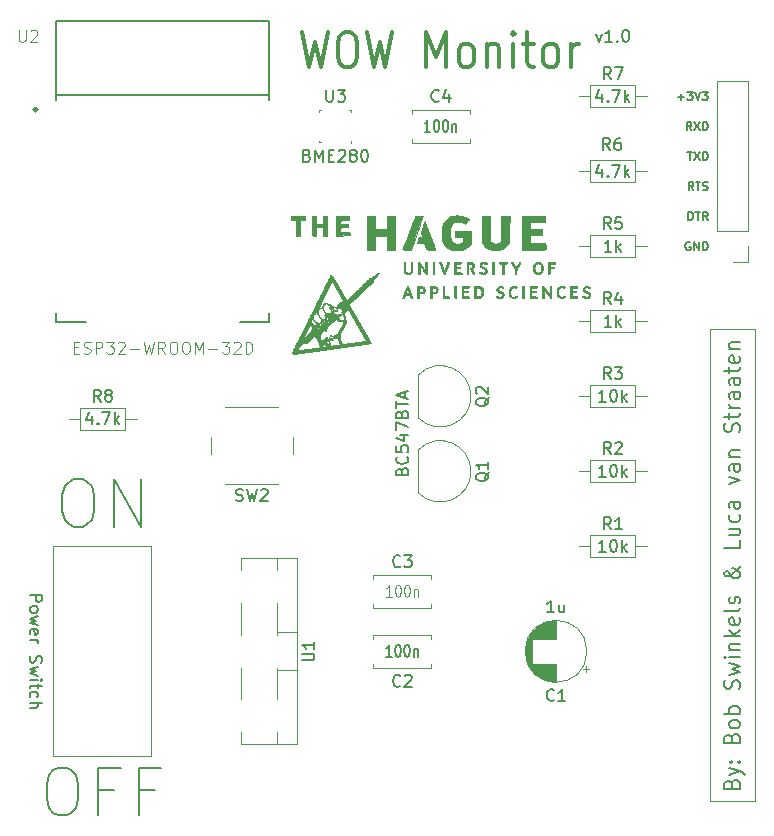
<source format=gbr>
G04 #@! TF.GenerationSoftware,KiCad,Pcbnew,(5.1.4-0-10_14)*
G04 #@! TF.CreationDate,2019-11-18T23:58:44+01:00*
G04 #@! TF.ProjectId,liberation,6c696265-7261-4746-996f-6e2e6b696361,rev?*
G04 #@! TF.SameCoordinates,Original*
G04 #@! TF.FileFunction,Legend,Top*
G04 #@! TF.FilePolarity,Positive*
%FSLAX46Y46*%
G04 Gerber Fmt 4.6, Leading zero omitted, Abs format (unit mm)*
G04 Created by KiCad (PCBNEW (5.1.4-0-10_14)) date 2019-11-18 23:58:44*
%MOMM*%
%LPD*%
G04 APERTURE LIST*
%ADD10C,0.120000*%
%ADD11C,0.150000*%
%ADD12C,0.300000*%
%ADD13C,0.010000*%
%ADD14C,0.127000*%
%ADD15C,0.100000*%
%ADD16C,0.125000*%
%ADD17C,0.050000*%
G04 APERTURE END LIST*
D10*
X158115000Y-108585000D02*
X154305000Y-108585000D01*
X154305000Y-148590000D02*
X158115000Y-148590000D01*
X158115000Y-148590000D02*
X158115000Y-108585000D01*
X154305000Y-108585000D02*
X154305000Y-148590000D01*
D11*
X156117142Y-147114642D02*
X156179047Y-146928928D01*
X156240952Y-146867023D01*
X156364761Y-146805119D01*
X156550476Y-146805119D01*
X156674285Y-146867023D01*
X156736190Y-146928928D01*
X156798095Y-147052738D01*
X156798095Y-147547976D01*
X155498095Y-147547976D01*
X155498095Y-147114642D01*
X155560000Y-146990833D01*
X155621904Y-146928928D01*
X155745714Y-146867023D01*
X155869523Y-146867023D01*
X155993333Y-146928928D01*
X156055238Y-146990833D01*
X156117142Y-147114642D01*
X156117142Y-147547976D01*
X155931428Y-146371785D02*
X156798095Y-146062261D01*
X155931428Y-145752738D02*
X156798095Y-146062261D01*
X157107619Y-146186071D01*
X157169523Y-146247976D01*
X157231428Y-146371785D01*
X156674285Y-145257500D02*
X156736190Y-145195595D01*
X156798095Y-145257500D01*
X156736190Y-145319404D01*
X156674285Y-145257500D01*
X156798095Y-145257500D01*
X155993333Y-145257500D02*
X156055238Y-145195595D01*
X156117142Y-145257500D01*
X156055238Y-145319404D01*
X155993333Y-145257500D01*
X156117142Y-145257500D01*
X156117142Y-143214642D02*
X156179047Y-143028928D01*
X156240952Y-142967023D01*
X156364761Y-142905119D01*
X156550476Y-142905119D01*
X156674285Y-142967023D01*
X156736190Y-143028928D01*
X156798095Y-143152738D01*
X156798095Y-143647976D01*
X155498095Y-143647976D01*
X155498095Y-143214642D01*
X155560000Y-143090833D01*
X155621904Y-143028928D01*
X155745714Y-142967023D01*
X155869523Y-142967023D01*
X155993333Y-143028928D01*
X156055238Y-143090833D01*
X156117142Y-143214642D01*
X156117142Y-143647976D01*
X156798095Y-142162261D02*
X156736190Y-142286071D01*
X156674285Y-142347976D01*
X156550476Y-142409880D01*
X156179047Y-142409880D01*
X156055238Y-142347976D01*
X155993333Y-142286071D01*
X155931428Y-142162261D01*
X155931428Y-141976547D01*
X155993333Y-141852738D01*
X156055238Y-141790833D01*
X156179047Y-141728928D01*
X156550476Y-141728928D01*
X156674285Y-141790833D01*
X156736190Y-141852738D01*
X156798095Y-141976547D01*
X156798095Y-142162261D01*
X156798095Y-141171785D02*
X155498095Y-141171785D01*
X155993333Y-141171785D02*
X155931428Y-141047976D01*
X155931428Y-140800357D01*
X155993333Y-140676547D01*
X156055238Y-140614642D01*
X156179047Y-140552738D01*
X156550476Y-140552738D01*
X156674285Y-140614642D01*
X156736190Y-140676547D01*
X156798095Y-140800357D01*
X156798095Y-141047976D01*
X156736190Y-141171785D01*
X156736190Y-139067023D02*
X156798095Y-138881309D01*
X156798095Y-138571785D01*
X156736190Y-138447976D01*
X156674285Y-138386071D01*
X156550476Y-138324166D01*
X156426666Y-138324166D01*
X156302857Y-138386071D01*
X156240952Y-138447976D01*
X156179047Y-138571785D01*
X156117142Y-138819404D01*
X156055238Y-138943214D01*
X155993333Y-139005119D01*
X155869523Y-139067023D01*
X155745714Y-139067023D01*
X155621904Y-139005119D01*
X155560000Y-138943214D01*
X155498095Y-138819404D01*
X155498095Y-138509880D01*
X155560000Y-138324166D01*
X155931428Y-137890833D02*
X156798095Y-137643214D01*
X156179047Y-137395595D01*
X156798095Y-137147976D01*
X155931428Y-136900357D01*
X156798095Y-136405119D02*
X155931428Y-136405119D01*
X155498095Y-136405119D02*
X155560000Y-136467023D01*
X155621904Y-136405119D01*
X155560000Y-136343214D01*
X155498095Y-136405119D01*
X155621904Y-136405119D01*
X155931428Y-135786071D02*
X156798095Y-135786071D01*
X156055238Y-135786071D02*
X155993333Y-135724166D01*
X155931428Y-135600357D01*
X155931428Y-135414642D01*
X155993333Y-135290833D01*
X156117142Y-135228928D01*
X156798095Y-135228928D01*
X156798095Y-134609880D02*
X155498095Y-134609880D01*
X156302857Y-134486071D02*
X156798095Y-134114642D01*
X155931428Y-134114642D02*
X156426666Y-134609880D01*
X156736190Y-133062261D02*
X156798095Y-133186071D01*
X156798095Y-133433690D01*
X156736190Y-133557500D01*
X156612380Y-133619404D01*
X156117142Y-133619404D01*
X155993333Y-133557500D01*
X155931428Y-133433690D01*
X155931428Y-133186071D01*
X155993333Y-133062261D01*
X156117142Y-133000357D01*
X156240952Y-133000357D01*
X156364761Y-133619404D01*
X156798095Y-132257500D02*
X156736190Y-132381309D01*
X156612380Y-132443214D01*
X155498095Y-132443214D01*
X156736190Y-131824166D02*
X156798095Y-131700357D01*
X156798095Y-131452738D01*
X156736190Y-131328928D01*
X156612380Y-131267023D01*
X156550476Y-131267023D01*
X156426666Y-131328928D01*
X156364761Y-131452738D01*
X156364761Y-131638452D01*
X156302857Y-131762261D01*
X156179047Y-131824166D01*
X156117142Y-131824166D01*
X155993333Y-131762261D01*
X155931428Y-131638452D01*
X155931428Y-131452738D01*
X155993333Y-131328928D01*
X156798095Y-128667023D02*
X156798095Y-128728928D01*
X156736190Y-128852738D01*
X156550476Y-129038452D01*
X156179047Y-129347976D01*
X155993333Y-129471785D01*
X155807619Y-129533690D01*
X155683809Y-129533690D01*
X155560000Y-129471785D01*
X155498095Y-129347976D01*
X155498095Y-129286071D01*
X155560000Y-129162261D01*
X155683809Y-129100357D01*
X155745714Y-129100357D01*
X155869523Y-129162261D01*
X155931428Y-129224166D01*
X156179047Y-129595595D01*
X156240952Y-129657500D01*
X156364761Y-129719404D01*
X156550476Y-129719404D01*
X156674285Y-129657500D01*
X156736190Y-129595595D01*
X156798095Y-129471785D01*
X156798095Y-129286071D01*
X156736190Y-129162261D01*
X156674285Y-129100357D01*
X156426666Y-128914642D01*
X156240952Y-128852738D01*
X156117142Y-128852738D01*
X156798095Y-126500357D02*
X156798095Y-127119404D01*
X155498095Y-127119404D01*
X155931428Y-125509880D02*
X156798095Y-125509880D01*
X155931428Y-126067023D02*
X156612380Y-126067023D01*
X156736190Y-126005119D01*
X156798095Y-125881309D01*
X156798095Y-125695595D01*
X156736190Y-125571785D01*
X156674285Y-125509880D01*
X156736190Y-124333690D02*
X156798095Y-124457500D01*
X156798095Y-124705119D01*
X156736190Y-124828928D01*
X156674285Y-124890833D01*
X156550476Y-124952738D01*
X156179047Y-124952738D01*
X156055238Y-124890833D01*
X155993333Y-124828928D01*
X155931428Y-124705119D01*
X155931428Y-124457500D01*
X155993333Y-124333690D01*
X156798095Y-123219404D02*
X156117142Y-123219404D01*
X155993333Y-123281309D01*
X155931428Y-123405119D01*
X155931428Y-123652738D01*
X155993333Y-123776547D01*
X156736190Y-123219404D02*
X156798095Y-123343214D01*
X156798095Y-123652738D01*
X156736190Y-123776547D01*
X156612380Y-123838452D01*
X156488571Y-123838452D01*
X156364761Y-123776547D01*
X156302857Y-123652738D01*
X156302857Y-123343214D01*
X156240952Y-123219404D01*
X155931428Y-121733690D02*
X156798095Y-121424166D01*
X155931428Y-121114642D01*
X156798095Y-120062261D02*
X156117142Y-120062261D01*
X155993333Y-120124166D01*
X155931428Y-120247976D01*
X155931428Y-120495595D01*
X155993333Y-120619404D01*
X156736190Y-120062261D02*
X156798095Y-120186071D01*
X156798095Y-120495595D01*
X156736190Y-120619404D01*
X156612380Y-120681309D01*
X156488571Y-120681309D01*
X156364761Y-120619404D01*
X156302857Y-120495595D01*
X156302857Y-120186071D01*
X156240952Y-120062261D01*
X155931428Y-119443214D02*
X156798095Y-119443214D01*
X156055238Y-119443214D02*
X155993333Y-119381309D01*
X155931428Y-119257500D01*
X155931428Y-119071785D01*
X155993333Y-118947976D01*
X156117142Y-118886071D01*
X156798095Y-118886071D01*
X156736190Y-117338452D02*
X156798095Y-117152738D01*
X156798095Y-116843214D01*
X156736190Y-116719404D01*
X156674285Y-116657500D01*
X156550476Y-116595595D01*
X156426666Y-116595595D01*
X156302857Y-116657500D01*
X156240952Y-116719404D01*
X156179047Y-116843214D01*
X156117142Y-117090833D01*
X156055238Y-117214642D01*
X155993333Y-117276547D01*
X155869523Y-117338452D01*
X155745714Y-117338452D01*
X155621904Y-117276547D01*
X155560000Y-117214642D01*
X155498095Y-117090833D01*
X155498095Y-116781309D01*
X155560000Y-116595595D01*
X155931428Y-116224166D02*
X155931428Y-115728928D01*
X155498095Y-116038452D02*
X156612380Y-116038452D01*
X156736190Y-115976547D01*
X156798095Y-115852738D01*
X156798095Y-115728928D01*
X156798095Y-115295595D02*
X155931428Y-115295595D01*
X156179047Y-115295595D02*
X156055238Y-115233690D01*
X155993333Y-115171785D01*
X155931428Y-115047976D01*
X155931428Y-114924166D01*
X156798095Y-113933690D02*
X156117142Y-113933690D01*
X155993333Y-113995595D01*
X155931428Y-114119404D01*
X155931428Y-114367023D01*
X155993333Y-114490833D01*
X156736190Y-113933690D02*
X156798095Y-114057500D01*
X156798095Y-114367023D01*
X156736190Y-114490833D01*
X156612380Y-114552738D01*
X156488571Y-114552738D01*
X156364761Y-114490833D01*
X156302857Y-114367023D01*
X156302857Y-114057500D01*
X156240952Y-113933690D01*
X156798095Y-112757500D02*
X156117142Y-112757500D01*
X155993333Y-112819404D01*
X155931428Y-112943214D01*
X155931428Y-113190833D01*
X155993333Y-113314642D01*
X156736190Y-112757500D02*
X156798095Y-112881309D01*
X156798095Y-113190833D01*
X156736190Y-113314642D01*
X156612380Y-113376547D01*
X156488571Y-113376547D01*
X156364761Y-113314642D01*
X156302857Y-113190833D01*
X156302857Y-112881309D01*
X156240952Y-112757500D01*
X155931428Y-112324166D02*
X155931428Y-111828928D01*
X155498095Y-112138452D02*
X156612380Y-112138452D01*
X156736190Y-112076547D01*
X156798095Y-111952738D01*
X156798095Y-111828928D01*
X156736190Y-110900357D02*
X156798095Y-111024166D01*
X156798095Y-111271785D01*
X156736190Y-111395595D01*
X156612380Y-111457500D01*
X156117142Y-111457500D01*
X155993333Y-111395595D01*
X155931428Y-111271785D01*
X155931428Y-111024166D01*
X155993333Y-110900357D01*
X156117142Y-110838452D01*
X156240952Y-110838452D01*
X156364761Y-111457500D01*
X155931428Y-110281309D02*
X156798095Y-110281309D01*
X156055238Y-110281309D02*
X155993333Y-110219404D01*
X155931428Y-110095595D01*
X155931428Y-109909880D01*
X155993333Y-109786071D01*
X156117142Y-109724166D01*
X156798095Y-109724166D01*
X144621428Y-83605714D02*
X144859523Y-84272380D01*
X145097619Y-83605714D01*
X146002380Y-84272380D02*
X145430952Y-84272380D01*
X145716666Y-84272380D02*
X145716666Y-83272380D01*
X145621428Y-83415238D01*
X145526190Y-83510476D01*
X145430952Y-83558095D01*
X146430952Y-84177142D02*
X146478571Y-84224761D01*
X146430952Y-84272380D01*
X146383333Y-84224761D01*
X146430952Y-84177142D01*
X146430952Y-84272380D01*
X147097619Y-83272380D02*
X147192857Y-83272380D01*
X147288095Y-83320000D01*
X147335714Y-83367619D01*
X147383333Y-83462857D01*
X147430952Y-83653333D01*
X147430952Y-83891428D01*
X147383333Y-84081904D01*
X147335714Y-84177142D01*
X147288095Y-84224761D01*
X147192857Y-84272380D01*
X147097619Y-84272380D01*
X147002380Y-84224761D01*
X146954761Y-84177142D01*
X146907142Y-84081904D01*
X146859523Y-83891428D01*
X146859523Y-83653333D01*
X146907142Y-83462857D01*
X146954761Y-83367619D01*
X147002380Y-83320000D01*
X147097619Y-83272380D01*
D12*
X119778333Y-83447142D02*
X120373571Y-86447142D01*
X120849761Y-84304285D01*
X121325952Y-86447142D01*
X121921190Y-83447142D01*
X123349761Y-83447142D02*
X123825952Y-83447142D01*
X124064047Y-83590000D01*
X124302142Y-83875714D01*
X124421190Y-84447142D01*
X124421190Y-85447142D01*
X124302142Y-86018571D01*
X124064047Y-86304285D01*
X123825952Y-86447142D01*
X123349761Y-86447142D01*
X123111666Y-86304285D01*
X122873571Y-86018571D01*
X122754523Y-85447142D01*
X122754523Y-84447142D01*
X122873571Y-83875714D01*
X123111666Y-83590000D01*
X123349761Y-83447142D01*
X125254523Y-83447142D02*
X125849761Y-86447142D01*
X126325952Y-84304285D01*
X126802142Y-86447142D01*
X127397380Y-83447142D01*
X130254523Y-86447142D02*
X130254523Y-83447142D01*
X131087857Y-85590000D01*
X131921190Y-83447142D01*
X131921190Y-86447142D01*
X133468809Y-86447142D02*
X133230714Y-86304285D01*
X133111666Y-86161428D01*
X132992619Y-85875714D01*
X132992619Y-85018571D01*
X133111666Y-84732857D01*
X133230714Y-84590000D01*
X133468809Y-84447142D01*
X133825952Y-84447142D01*
X134064047Y-84590000D01*
X134183095Y-84732857D01*
X134302142Y-85018571D01*
X134302142Y-85875714D01*
X134183095Y-86161428D01*
X134064047Y-86304285D01*
X133825952Y-86447142D01*
X133468809Y-86447142D01*
X135373571Y-84447142D02*
X135373571Y-86447142D01*
X135373571Y-84732857D02*
X135492619Y-84590000D01*
X135730714Y-84447142D01*
X136087857Y-84447142D01*
X136325952Y-84590000D01*
X136445000Y-84875714D01*
X136445000Y-86447142D01*
X137635476Y-86447142D02*
X137635476Y-84447142D01*
X137635476Y-83447142D02*
X137516428Y-83590000D01*
X137635476Y-83732857D01*
X137754523Y-83590000D01*
X137635476Y-83447142D01*
X137635476Y-83732857D01*
X138468809Y-84447142D02*
X139421190Y-84447142D01*
X138825952Y-83447142D02*
X138825952Y-86018571D01*
X138945000Y-86304285D01*
X139183095Y-86447142D01*
X139421190Y-86447142D01*
X140611666Y-86447142D02*
X140373571Y-86304285D01*
X140254523Y-86161428D01*
X140135476Y-85875714D01*
X140135476Y-85018571D01*
X140254523Y-84732857D01*
X140373571Y-84590000D01*
X140611666Y-84447142D01*
X140968809Y-84447142D01*
X141206904Y-84590000D01*
X141325952Y-84732857D01*
X141445000Y-85018571D01*
X141445000Y-85875714D01*
X141325952Y-86161428D01*
X141206904Y-86304285D01*
X140968809Y-86447142D01*
X140611666Y-86447142D01*
X142516428Y-86447142D02*
X142516428Y-84447142D01*
X142516428Y-85018571D02*
X142635476Y-84732857D01*
X142754523Y-84590000D01*
X142992619Y-84447142D01*
X143230714Y-84447142D01*
D11*
X152607500Y-101250000D02*
X152540833Y-101216666D01*
X152440833Y-101216666D01*
X152340833Y-101250000D01*
X152274166Y-101316666D01*
X152240833Y-101383333D01*
X152207500Y-101516666D01*
X152207500Y-101616666D01*
X152240833Y-101750000D01*
X152274166Y-101816666D01*
X152340833Y-101883333D01*
X152440833Y-101916666D01*
X152507500Y-101916666D01*
X152607500Y-101883333D01*
X152640833Y-101850000D01*
X152640833Y-101616666D01*
X152507500Y-101616666D01*
X152940833Y-101916666D02*
X152940833Y-101216666D01*
X153340833Y-101916666D01*
X153340833Y-101216666D01*
X153674166Y-101916666D02*
X153674166Y-101216666D01*
X153840833Y-101216666D01*
X153940833Y-101250000D01*
X154007500Y-101316666D01*
X154040833Y-101383333D01*
X154074166Y-101516666D01*
X154074166Y-101616666D01*
X154040833Y-101750000D01*
X154007500Y-101816666D01*
X153940833Y-101883333D01*
X153840833Y-101916666D01*
X153674166Y-101916666D01*
X152440833Y-99376666D02*
X152440833Y-98676666D01*
X152607500Y-98676666D01*
X152707500Y-98710000D01*
X152774166Y-98776666D01*
X152807500Y-98843333D01*
X152840833Y-98976666D01*
X152840833Y-99076666D01*
X152807500Y-99210000D01*
X152774166Y-99276666D01*
X152707500Y-99343333D01*
X152607500Y-99376666D01*
X152440833Y-99376666D01*
X153040833Y-98676666D02*
X153440833Y-98676666D01*
X153240833Y-99376666D02*
X153240833Y-98676666D01*
X154074166Y-99376666D02*
X153840833Y-99043333D01*
X153674166Y-99376666D02*
X153674166Y-98676666D01*
X153940833Y-98676666D01*
X154007500Y-98710000D01*
X154040833Y-98743333D01*
X154074166Y-98810000D01*
X154074166Y-98910000D01*
X154040833Y-98976666D01*
X154007500Y-99010000D01*
X153940833Y-99043333D01*
X153674166Y-99043333D01*
X152874166Y-96836666D02*
X152640833Y-96503333D01*
X152474166Y-96836666D02*
X152474166Y-96136666D01*
X152740833Y-96136666D01*
X152807500Y-96170000D01*
X152840833Y-96203333D01*
X152874166Y-96270000D01*
X152874166Y-96370000D01*
X152840833Y-96436666D01*
X152807500Y-96470000D01*
X152740833Y-96503333D01*
X152474166Y-96503333D01*
X153074166Y-96136666D02*
X153474166Y-96136666D01*
X153274166Y-96836666D02*
X153274166Y-96136666D01*
X153674166Y-96803333D02*
X153774166Y-96836666D01*
X153940833Y-96836666D01*
X154007500Y-96803333D01*
X154040833Y-96770000D01*
X154074166Y-96703333D01*
X154074166Y-96636666D01*
X154040833Y-96570000D01*
X154007500Y-96536666D01*
X153940833Y-96503333D01*
X153807500Y-96470000D01*
X153740833Y-96436666D01*
X153707500Y-96403333D01*
X153674166Y-96336666D01*
X153674166Y-96270000D01*
X153707500Y-96203333D01*
X153740833Y-96170000D01*
X153807500Y-96136666D01*
X153974166Y-96136666D01*
X154074166Y-96170000D01*
X152374166Y-93596666D02*
X152774166Y-93596666D01*
X152574166Y-94296666D02*
X152574166Y-93596666D01*
X152940833Y-93596666D02*
X153407500Y-94296666D01*
X153407500Y-93596666D02*
X152940833Y-94296666D01*
X153674166Y-94296666D02*
X153674166Y-93596666D01*
X153840833Y-93596666D01*
X153940833Y-93630000D01*
X154007500Y-93696666D01*
X154040833Y-93763333D01*
X154074166Y-93896666D01*
X154074166Y-93996666D01*
X154040833Y-94130000D01*
X154007500Y-94196666D01*
X153940833Y-94263333D01*
X153840833Y-94296666D01*
X153674166Y-94296666D01*
X152707500Y-91756666D02*
X152474166Y-91423333D01*
X152307500Y-91756666D02*
X152307500Y-91056666D01*
X152574166Y-91056666D01*
X152640833Y-91090000D01*
X152674166Y-91123333D01*
X152707500Y-91190000D01*
X152707500Y-91290000D01*
X152674166Y-91356666D01*
X152640833Y-91390000D01*
X152574166Y-91423333D01*
X152307500Y-91423333D01*
X152940833Y-91056666D02*
X153407500Y-91756666D01*
X153407500Y-91056666D02*
X152940833Y-91756666D01*
X153674166Y-91756666D02*
X153674166Y-91056666D01*
X153840833Y-91056666D01*
X153940833Y-91090000D01*
X154007500Y-91156666D01*
X154040833Y-91223333D01*
X154074166Y-91356666D01*
X154074166Y-91456666D01*
X154040833Y-91590000D01*
X154007500Y-91656666D01*
X153940833Y-91723333D01*
X153840833Y-91756666D01*
X153674166Y-91756666D01*
X151574166Y-88950000D02*
X152107500Y-88950000D01*
X151840833Y-89216666D02*
X151840833Y-88683333D01*
X152374166Y-88516666D02*
X152807500Y-88516666D01*
X152574166Y-88783333D01*
X152674166Y-88783333D01*
X152740833Y-88816666D01*
X152774166Y-88850000D01*
X152807500Y-88916666D01*
X152807500Y-89083333D01*
X152774166Y-89150000D01*
X152740833Y-89183333D01*
X152674166Y-89216666D01*
X152474166Y-89216666D01*
X152407500Y-89183333D01*
X152374166Y-89150000D01*
X153007500Y-88516666D02*
X153240833Y-89216666D01*
X153474166Y-88516666D01*
X153640833Y-88516666D02*
X154074166Y-88516666D01*
X153840833Y-88783333D01*
X153940833Y-88783333D01*
X154007500Y-88816666D01*
X154040833Y-88850000D01*
X154074166Y-88916666D01*
X154074166Y-89083333D01*
X154040833Y-89150000D01*
X154007500Y-89183333D01*
X153940833Y-89216666D01*
X153740833Y-89216666D01*
X153674166Y-89183333D01*
X153640833Y-89150000D01*
X96702619Y-131128095D02*
X97702619Y-131128095D01*
X97702619Y-131509047D01*
X97655000Y-131604285D01*
X97607380Y-131651904D01*
X97512142Y-131699523D01*
X97369285Y-131699523D01*
X97274047Y-131651904D01*
X97226428Y-131604285D01*
X97178809Y-131509047D01*
X97178809Y-131128095D01*
X96702619Y-132270952D02*
X96750238Y-132175714D01*
X96797857Y-132128095D01*
X96893095Y-132080476D01*
X97178809Y-132080476D01*
X97274047Y-132128095D01*
X97321666Y-132175714D01*
X97369285Y-132270952D01*
X97369285Y-132413809D01*
X97321666Y-132509047D01*
X97274047Y-132556666D01*
X97178809Y-132604285D01*
X96893095Y-132604285D01*
X96797857Y-132556666D01*
X96750238Y-132509047D01*
X96702619Y-132413809D01*
X96702619Y-132270952D01*
X97369285Y-132937619D02*
X96702619Y-133128095D01*
X97178809Y-133318571D01*
X96702619Y-133509047D01*
X97369285Y-133699523D01*
X96750238Y-134461428D02*
X96702619Y-134366190D01*
X96702619Y-134175714D01*
X96750238Y-134080476D01*
X96845476Y-134032857D01*
X97226428Y-134032857D01*
X97321666Y-134080476D01*
X97369285Y-134175714D01*
X97369285Y-134366190D01*
X97321666Y-134461428D01*
X97226428Y-134509047D01*
X97131190Y-134509047D01*
X97035952Y-134032857D01*
X96702619Y-134937619D02*
X97369285Y-134937619D01*
X97178809Y-134937619D02*
X97274047Y-134985238D01*
X97321666Y-135032857D01*
X97369285Y-135128095D01*
X97369285Y-135223333D01*
X96750238Y-136270952D02*
X96702619Y-136413809D01*
X96702619Y-136651904D01*
X96750238Y-136747142D01*
X96797857Y-136794761D01*
X96893095Y-136842380D01*
X96988333Y-136842380D01*
X97083571Y-136794761D01*
X97131190Y-136747142D01*
X97178809Y-136651904D01*
X97226428Y-136461428D01*
X97274047Y-136366190D01*
X97321666Y-136318571D01*
X97416904Y-136270952D01*
X97512142Y-136270952D01*
X97607380Y-136318571D01*
X97655000Y-136366190D01*
X97702619Y-136461428D01*
X97702619Y-136699523D01*
X97655000Y-136842380D01*
X97369285Y-137175714D02*
X96702619Y-137366190D01*
X97178809Y-137556666D01*
X96702619Y-137747142D01*
X97369285Y-137937619D01*
X96702619Y-138318571D02*
X97369285Y-138318571D01*
X97702619Y-138318571D02*
X97655000Y-138270952D01*
X97607380Y-138318571D01*
X97655000Y-138366190D01*
X97702619Y-138318571D01*
X97607380Y-138318571D01*
X97369285Y-138651904D02*
X97369285Y-139032857D01*
X97702619Y-138794761D02*
X96845476Y-138794761D01*
X96750238Y-138842380D01*
X96702619Y-138937619D01*
X96702619Y-139032857D01*
X96750238Y-139794761D02*
X96702619Y-139699523D01*
X96702619Y-139509047D01*
X96750238Y-139413809D01*
X96797857Y-139366190D01*
X96893095Y-139318571D01*
X97178809Y-139318571D01*
X97274047Y-139366190D01*
X97321666Y-139413809D01*
X97369285Y-139509047D01*
X97369285Y-139699523D01*
X97321666Y-139794761D01*
X96702619Y-140223333D02*
X97702619Y-140223333D01*
X96702619Y-140651904D02*
X97226428Y-140651904D01*
X97321666Y-140604285D01*
X97369285Y-140509047D01*
X97369285Y-140366190D01*
X97321666Y-140270952D01*
X97274047Y-140223333D01*
D13*
G36*
X121991127Y-107224224D02*
G01*
X122000068Y-107224818D01*
X122008750Y-107226440D01*
X122018351Y-107229579D01*
X122030046Y-107234721D01*
X122045011Y-107242354D01*
X122064421Y-107252964D01*
X122089453Y-107267040D01*
X122103765Y-107275144D01*
X122132384Y-107296061D01*
X122155102Y-107322915D01*
X122171795Y-107355451D01*
X122182338Y-107393416D01*
X122186608Y-107436557D01*
X122186700Y-107444399D01*
X122184777Y-107478923D01*
X122178788Y-107507058D01*
X122168406Y-107530013D01*
X122160435Y-107541195D01*
X122146983Y-107554801D01*
X122128824Y-107569614D01*
X122108718Y-107583674D01*
X122089424Y-107595019D01*
X122076611Y-107600758D01*
X122052561Y-107606010D01*
X122026527Y-107606428D01*
X122002204Y-107602111D01*
X121992593Y-107598554D01*
X121963488Y-107580892D01*
X121936672Y-107555697D01*
X121912682Y-107523721D01*
X121892057Y-107485713D01*
X121875334Y-107442424D01*
X121871380Y-107429300D01*
X121866917Y-107407649D01*
X121864220Y-107382127D01*
X121863362Y-107355611D01*
X121864257Y-107334641D01*
X121886144Y-107334641D01*
X121887427Y-107351379D01*
X121890944Y-107373625D01*
X121896166Y-107398882D01*
X121902563Y-107424654D01*
X121909608Y-107448446D01*
X121911373Y-107453693D01*
X121926793Y-107491941D01*
X121944281Y-107522956D01*
X121964584Y-107547866D01*
X121985042Y-107565397D01*
X121997215Y-107573316D01*
X122005217Y-107576936D01*
X122008185Y-107576413D01*
X122005256Y-107571904D01*
X121995566Y-107563565D01*
X121995486Y-107563504D01*
X121982709Y-107551984D01*
X121969227Y-107537131D01*
X121961367Y-107526907D01*
X121953324Y-107513393D01*
X121943684Y-107494188D01*
X121933465Y-107471656D01*
X121923685Y-107448159D01*
X121915363Y-107426060D01*
X121909517Y-107407721D01*
X121908801Y-107404980D01*
X121907238Y-107397144D01*
X121909069Y-107396247D01*
X121913490Y-107399576D01*
X121920224Y-107406984D01*
X121930510Y-107420735D01*
X121943684Y-107439831D01*
X121959080Y-107463272D01*
X121976034Y-107490061D01*
X121993880Y-107519199D01*
X122000258Y-107529842D01*
X122031157Y-107581700D01*
X122051779Y-107581700D01*
X122064699Y-107580801D01*
X122071665Y-107578366D01*
X122072400Y-107576965D01*
X122069704Y-107572120D01*
X122062376Y-107562506D01*
X122051557Y-107549547D01*
X122039316Y-107535690D01*
X122008577Y-107501093D01*
X121982859Y-107470549D01*
X121960930Y-107442407D01*
X121941556Y-107415010D01*
X121923506Y-107386707D01*
X121906383Y-107357333D01*
X121897171Y-107341224D01*
X121891240Y-107331807D01*
X121887891Y-107328299D01*
X121886427Y-107329918D01*
X121886144Y-107334641D01*
X121864257Y-107334641D01*
X121864414Y-107330980D01*
X121867452Y-107311110D01*
X121868297Y-107307984D01*
X121881068Y-107278632D01*
X121899777Y-107255060D01*
X121903448Y-107252412D01*
X121960005Y-107252412D01*
X121960616Y-107256767D01*
X121964606Y-107267538D01*
X121971452Y-107283625D01*
X121980633Y-107303928D01*
X121991627Y-107327346D01*
X122003914Y-107352781D01*
X122016972Y-107379132D01*
X122030280Y-107405299D01*
X122043316Y-107430183D01*
X122051189Y-107444769D01*
X122065926Y-107469371D01*
X122081321Y-107490983D01*
X122096088Y-107507952D01*
X122108384Y-107518281D01*
X122121083Y-107526324D01*
X122125992Y-107512144D01*
X122129106Y-107500881D01*
X122132665Y-107484628D01*
X122135930Y-107466782D01*
X122136110Y-107465678D01*
X122139229Y-107433849D01*
X122138944Y-107400875D01*
X122135447Y-107369658D01*
X122128931Y-107343103D01*
X122127734Y-107339777D01*
X122112482Y-107310981D01*
X122090875Y-107286783D01*
X122064140Y-107268009D01*
X122033503Y-107255486D01*
X122000191Y-107250041D01*
X121994367Y-107249879D01*
X121978870Y-107250129D01*
X121966590Y-107251018D01*
X121960102Y-107252355D01*
X121960005Y-107252412D01*
X121903448Y-107252412D01*
X121923728Y-107237785D01*
X121952226Y-107227327D01*
X121980754Y-107224172D01*
X121991127Y-107224224D01*
X121991127Y-107224224D01*
G37*
X121991127Y-107224224D02*
X122000068Y-107224818D01*
X122008750Y-107226440D01*
X122018351Y-107229579D01*
X122030046Y-107234721D01*
X122045011Y-107242354D01*
X122064421Y-107252964D01*
X122089453Y-107267040D01*
X122103765Y-107275144D01*
X122132384Y-107296061D01*
X122155102Y-107322915D01*
X122171795Y-107355451D01*
X122182338Y-107393416D01*
X122186608Y-107436557D01*
X122186700Y-107444399D01*
X122184777Y-107478923D01*
X122178788Y-107507058D01*
X122168406Y-107530013D01*
X122160435Y-107541195D01*
X122146983Y-107554801D01*
X122128824Y-107569614D01*
X122108718Y-107583674D01*
X122089424Y-107595019D01*
X122076611Y-107600758D01*
X122052561Y-107606010D01*
X122026527Y-107606428D01*
X122002204Y-107602111D01*
X121992593Y-107598554D01*
X121963488Y-107580892D01*
X121936672Y-107555697D01*
X121912682Y-107523721D01*
X121892057Y-107485713D01*
X121875334Y-107442424D01*
X121871380Y-107429300D01*
X121866917Y-107407649D01*
X121864220Y-107382127D01*
X121863362Y-107355611D01*
X121864257Y-107334641D01*
X121886144Y-107334641D01*
X121887427Y-107351379D01*
X121890944Y-107373625D01*
X121896166Y-107398882D01*
X121902563Y-107424654D01*
X121909608Y-107448446D01*
X121911373Y-107453693D01*
X121926793Y-107491941D01*
X121944281Y-107522956D01*
X121964584Y-107547866D01*
X121985042Y-107565397D01*
X121997215Y-107573316D01*
X122005217Y-107576936D01*
X122008185Y-107576413D01*
X122005256Y-107571904D01*
X121995566Y-107563565D01*
X121995486Y-107563504D01*
X121982709Y-107551984D01*
X121969227Y-107537131D01*
X121961367Y-107526907D01*
X121953324Y-107513393D01*
X121943684Y-107494188D01*
X121933465Y-107471656D01*
X121923685Y-107448159D01*
X121915363Y-107426060D01*
X121909517Y-107407721D01*
X121908801Y-107404980D01*
X121907238Y-107397144D01*
X121909069Y-107396247D01*
X121913490Y-107399576D01*
X121920224Y-107406984D01*
X121930510Y-107420735D01*
X121943684Y-107439831D01*
X121959080Y-107463272D01*
X121976034Y-107490061D01*
X121993880Y-107519199D01*
X122000258Y-107529842D01*
X122031157Y-107581700D01*
X122051779Y-107581700D01*
X122064699Y-107580801D01*
X122071665Y-107578366D01*
X122072400Y-107576965D01*
X122069704Y-107572120D01*
X122062376Y-107562506D01*
X122051557Y-107549547D01*
X122039316Y-107535690D01*
X122008577Y-107501093D01*
X121982859Y-107470549D01*
X121960930Y-107442407D01*
X121941556Y-107415010D01*
X121923506Y-107386707D01*
X121906383Y-107357333D01*
X121897171Y-107341224D01*
X121891240Y-107331807D01*
X121887891Y-107328299D01*
X121886427Y-107329918D01*
X121886144Y-107334641D01*
X121864257Y-107334641D01*
X121864414Y-107330980D01*
X121867452Y-107311110D01*
X121868297Y-107307984D01*
X121881068Y-107278632D01*
X121899777Y-107255060D01*
X121903448Y-107252412D01*
X121960005Y-107252412D01*
X121960616Y-107256767D01*
X121964606Y-107267538D01*
X121971452Y-107283625D01*
X121980633Y-107303928D01*
X121991627Y-107327346D01*
X122003914Y-107352781D01*
X122016972Y-107379132D01*
X122030280Y-107405299D01*
X122043316Y-107430183D01*
X122051189Y-107444769D01*
X122065926Y-107469371D01*
X122081321Y-107490983D01*
X122096088Y-107507952D01*
X122108384Y-107518281D01*
X122121083Y-107526324D01*
X122125992Y-107512144D01*
X122129106Y-107500881D01*
X122132665Y-107484628D01*
X122135930Y-107466782D01*
X122136110Y-107465678D01*
X122139229Y-107433849D01*
X122138944Y-107400875D01*
X122135447Y-107369658D01*
X122128931Y-107343103D01*
X122127734Y-107339777D01*
X122112482Y-107310981D01*
X122090875Y-107286783D01*
X122064140Y-107268009D01*
X122033503Y-107255486D01*
X122000191Y-107250041D01*
X121994367Y-107249879D01*
X121978870Y-107250129D01*
X121966590Y-107251018D01*
X121960102Y-107252355D01*
X121960005Y-107252412D01*
X121903448Y-107252412D01*
X121923728Y-107237785D01*
X121952226Y-107227327D01*
X121980754Y-107224172D01*
X121991127Y-107224224D01*
G36*
X121626619Y-107429797D02*
G01*
X121637536Y-107438660D01*
X121652442Y-107452133D01*
X121662889Y-107462108D01*
X121693887Y-107494930D01*
X121718535Y-107526836D01*
X121736250Y-107557012D01*
X121743681Y-107575046D01*
X121747993Y-107590651D01*
X121750278Y-107604647D01*
X121750363Y-107614987D01*
X121748072Y-107619625D01*
X121747492Y-107619702D01*
X121744100Y-107616217D01*
X121737869Y-107607035D01*
X121729967Y-107593915D01*
X121727384Y-107589366D01*
X121715235Y-107568606D01*
X121700375Y-107544641D01*
X121684039Y-107519330D01*
X121667462Y-107494533D01*
X121651880Y-107472109D01*
X121638528Y-107453915D01*
X121631576Y-107445175D01*
X121622168Y-107433233D01*
X121618497Y-107426847D01*
X121620126Y-107425780D01*
X121626619Y-107429797D01*
X121626619Y-107429797D01*
G37*
X121626619Y-107429797D02*
X121637536Y-107438660D01*
X121652442Y-107452133D01*
X121662889Y-107462108D01*
X121693887Y-107494930D01*
X121718535Y-107526836D01*
X121736250Y-107557012D01*
X121743681Y-107575046D01*
X121747993Y-107590651D01*
X121750278Y-107604647D01*
X121750363Y-107614987D01*
X121748072Y-107619625D01*
X121747492Y-107619702D01*
X121744100Y-107616217D01*
X121737869Y-107607035D01*
X121729967Y-107593915D01*
X121727384Y-107589366D01*
X121715235Y-107568606D01*
X121700375Y-107544641D01*
X121684039Y-107519330D01*
X121667462Y-107494533D01*
X121651880Y-107472109D01*
X121638528Y-107453915D01*
X121631576Y-107445175D01*
X121622168Y-107433233D01*
X121618497Y-107426847D01*
X121620126Y-107425780D01*
X121626619Y-107429797D01*
G36*
X121760765Y-107646584D02*
G01*
X121763690Y-107649433D01*
X121765781Y-107657557D01*
X121766204Y-107671727D01*
X121765137Y-107689730D01*
X121762758Y-107709350D01*
X121759244Y-107728372D01*
X121756502Y-107739142D01*
X121742067Y-107774859D01*
X121720317Y-107807327D01*
X121708859Y-107820255D01*
X121687790Y-107840114D01*
X121666523Y-107854721D01*
X121641347Y-107866528D01*
X121635150Y-107868905D01*
X121618798Y-107874728D01*
X121608833Y-107877446D01*
X121603864Y-107877295D01*
X121602501Y-107874511D01*
X121602501Y-107874467D01*
X121605450Y-107870410D01*
X121613509Y-107861886D01*
X121625494Y-107850089D01*
X121640220Y-107836215D01*
X121642330Y-107834269D01*
X121664796Y-107812400D01*
X121681307Y-107793682D01*
X121691280Y-107778777D01*
X121691691Y-107777949D01*
X121697092Y-107766282D01*
X121698854Y-107759674D01*
X121697143Y-107755619D01*
X121693386Y-107752531D01*
X121679817Y-107747461D01*
X121662646Y-107748205D01*
X121646762Y-107753523D01*
X121639303Y-107757835D01*
X121630804Y-107764496D01*
X121620375Y-107774394D01*
X121607124Y-107788419D01*
X121590163Y-107807460D01*
X121573676Y-107826491D01*
X121562785Y-107838627D01*
X121553709Y-107847767D01*
X121548011Y-107852369D01*
X121547218Y-107852634D01*
X121544906Y-107848835D01*
X121543469Y-107839159D01*
X121543234Y-107832296D01*
X121544292Y-107819131D01*
X121547927Y-107806462D01*
X121554831Y-107793392D01*
X121565694Y-107779024D01*
X121581209Y-107762461D01*
X121602066Y-107742806D01*
X121628956Y-107719162D01*
X121633286Y-107715445D01*
X121661954Y-107690887D01*
X121681914Y-107703870D01*
X121692759Y-107710574D01*
X121700403Y-107713258D01*
X121706416Y-107711090D01*
X121712371Y-107703237D01*
X121719840Y-107688869D01*
X121723150Y-107682047D01*
X121733115Y-107664702D01*
X121743357Y-107652486D01*
X121752899Y-107646185D01*
X121760765Y-107646584D01*
X121760765Y-107646584D01*
G37*
X121760765Y-107646584D02*
X121763690Y-107649433D01*
X121765781Y-107657557D01*
X121766204Y-107671727D01*
X121765137Y-107689730D01*
X121762758Y-107709350D01*
X121759244Y-107728372D01*
X121756502Y-107739142D01*
X121742067Y-107774859D01*
X121720317Y-107807327D01*
X121708859Y-107820255D01*
X121687790Y-107840114D01*
X121666523Y-107854721D01*
X121641347Y-107866528D01*
X121635150Y-107868905D01*
X121618798Y-107874728D01*
X121608833Y-107877446D01*
X121603864Y-107877295D01*
X121602501Y-107874511D01*
X121602501Y-107874467D01*
X121605450Y-107870410D01*
X121613509Y-107861886D01*
X121625494Y-107850089D01*
X121640220Y-107836215D01*
X121642330Y-107834269D01*
X121664796Y-107812400D01*
X121681307Y-107793682D01*
X121691280Y-107778777D01*
X121691691Y-107777949D01*
X121697092Y-107766282D01*
X121698854Y-107759674D01*
X121697143Y-107755619D01*
X121693386Y-107752531D01*
X121679817Y-107747461D01*
X121662646Y-107748205D01*
X121646762Y-107753523D01*
X121639303Y-107757835D01*
X121630804Y-107764496D01*
X121620375Y-107774394D01*
X121607124Y-107788419D01*
X121590163Y-107807460D01*
X121573676Y-107826491D01*
X121562785Y-107838627D01*
X121553709Y-107847767D01*
X121548011Y-107852369D01*
X121547218Y-107852634D01*
X121544906Y-107848835D01*
X121543469Y-107839159D01*
X121543234Y-107832296D01*
X121544292Y-107819131D01*
X121547927Y-107806462D01*
X121554831Y-107793392D01*
X121565694Y-107779024D01*
X121581209Y-107762461D01*
X121602066Y-107742806D01*
X121628956Y-107719162D01*
X121633286Y-107715445D01*
X121661954Y-107690887D01*
X121681914Y-107703870D01*
X121692759Y-107710574D01*
X121700403Y-107713258D01*
X121706416Y-107711090D01*
X121712371Y-107703237D01*
X121719840Y-107688869D01*
X121723150Y-107682047D01*
X121733115Y-107664702D01*
X121743357Y-107652486D01*
X121752899Y-107646185D01*
X121760765Y-107646584D01*
G36*
X121848101Y-107840810D02*
G01*
X121871003Y-107841840D01*
X121891549Y-107843732D01*
X121907395Y-107846400D01*
X121913650Y-107848328D01*
X121943751Y-107862493D01*
X121966955Y-107876967D01*
X121984782Y-107892960D01*
X121998753Y-107911686D01*
X122003395Y-107919822D01*
X122007992Y-107929649D01*
X122008748Y-107935361D01*
X122005050Y-107936851D01*
X121996285Y-107934011D01*
X121981839Y-107926734D01*
X121961099Y-107914912D01*
X121955059Y-107911353D01*
X121937957Y-107901506D01*
X121923596Y-107893754D01*
X121913459Y-107888863D01*
X121909030Y-107887596D01*
X121909006Y-107887617D01*
X121911378Y-107890672D01*
X121919320Y-107897278D01*
X121931318Y-107906345D01*
X121945861Y-107916783D01*
X121961435Y-107927503D01*
X121976528Y-107937415D01*
X121987664Y-107944282D01*
X121997655Y-107951387D01*
X121999652Y-107956103D01*
X121993637Y-107958309D01*
X121989710Y-107958467D01*
X121977128Y-107955804D01*
X121958942Y-107948092D01*
X121936016Y-107935749D01*
X121911243Y-107920511D01*
X121877457Y-107901648D01*
X121845721Y-107890276D01*
X121814953Y-107886021D01*
X121811208Y-107885971D01*
X121791434Y-107886906D01*
X121779449Y-107889609D01*
X121775403Y-107893928D01*
X121779449Y-107899711D01*
X121790884Y-107906403D01*
X121802193Y-107913700D01*
X121805157Y-107920737D01*
X121799731Y-107927356D01*
X121797234Y-107928834D01*
X121790224Y-107936708D01*
X121790216Y-107948868D01*
X121797051Y-107965082D01*
X121810572Y-107985116D01*
X121830621Y-108008736D01*
X121857040Y-108035709D01*
X121889671Y-108065801D01*
X121890072Y-108066156D01*
X121910631Y-108084328D01*
X121925847Y-108097512D01*
X121936782Y-108106259D01*
X121944499Y-108111116D01*
X121950061Y-108112636D01*
X121954528Y-108111366D01*
X121958964Y-108107856D01*
X121963071Y-108103932D01*
X121978083Y-108085465D01*
X121991763Y-108060773D01*
X122003291Y-108032083D01*
X122011844Y-108001620D01*
X122016603Y-107971612D01*
X122017305Y-107956890D01*
X122017620Y-107943226D01*
X122018775Y-107936601D01*
X122021213Y-107935596D01*
X122023494Y-107937115D01*
X122032445Y-107949249D01*
X122038754Y-107967514D01*
X122041899Y-107989841D01*
X122041772Y-108009439D01*
X122035839Y-108042472D01*
X122022620Y-108074625D01*
X122001746Y-108106588D01*
X121973220Y-108138686D01*
X121940641Y-108167634D01*
X121908723Y-108188487D01*
X121876921Y-108201529D01*
X121844691Y-108207044D01*
X121841993Y-108207172D01*
X121822862Y-108207158D01*
X121809065Y-108205069D01*
X121797625Y-108200443D01*
X121797234Y-108200232D01*
X121776538Y-108185601D01*
X121755696Y-108164840D01*
X121736736Y-108140002D01*
X121734817Y-108137053D01*
X121728711Y-108126665D01*
X121720763Y-108111972D01*
X121711842Y-108094735D01*
X121702819Y-108076712D01*
X121694565Y-108059660D01*
X121687951Y-108045340D01*
X121683847Y-108035508D01*
X121682934Y-108032251D01*
X121684224Y-108030293D01*
X121688435Y-108032503D01*
X121696074Y-108039377D01*
X121707649Y-108051406D01*
X121723669Y-108069086D01*
X121740426Y-108088085D01*
X121760449Y-108110398D01*
X121780283Y-108131476D01*
X121798992Y-108150417D01*
X121815642Y-108166321D01*
X121829297Y-108178287D01*
X121839025Y-108185415D01*
X121843112Y-108187046D01*
X121847894Y-108184581D01*
X121856246Y-108178493D01*
X121858617Y-108176582D01*
X121871317Y-108166140D01*
X121784630Y-108081353D01*
X121762396Y-108059628D01*
X121742226Y-108039961D01*
X121724883Y-108023094D01*
X121711132Y-108009767D01*
X121701736Y-108000724D01*
X121697460Y-107996703D01*
X121697282Y-107996567D01*
X121695841Y-108000040D01*
X121694407Y-108005034D01*
X121690755Y-108012455D01*
X121686052Y-108011719D01*
X121680607Y-108003027D01*
X121676982Y-107993696D01*
X121671135Y-107964891D01*
X121673241Y-107937502D01*
X121682821Y-107912169D01*
X121699398Y-107889536D01*
X121722493Y-107870244D01*
X121751627Y-107854936D01*
X121786322Y-107844253D01*
X121788688Y-107843749D01*
X121804600Y-107841678D01*
X121825186Y-107840727D01*
X121848101Y-107840810D01*
X121848101Y-107840810D01*
G37*
X121848101Y-107840810D02*
X121871003Y-107841840D01*
X121891549Y-107843732D01*
X121907395Y-107846400D01*
X121913650Y-107848328D01*
X121943751Y-107862493D01*
X121966955Y-107876967D01*
X121984782Y-107892960D01*
X121998753Y-107911686D01*
X122003395Y-107919822D01*
X122007992Y-107929649D01*
X122008748Y-107935361D01*
X122005050Y-107936851D01*
X121996285Y-107934011D01*
X121981839Y-107926734D01*
X121961099Y-107914912D01*
X121955059Y-107911353D01*
X121937957Y-107901506D01*
X121923596Y-107893754D01*
X121913459Y-107888863D01*
X121909030Y-107887596D01*
X121909006Y-107887617D01*
X121911378Y-107890672D01*
X121919320Y-107897278D01*
X121931318Y-107906345D01*
X121945861Y-107916783D01*
X121961435Y-107927503D01*
X121976528Y-107937415D01*
X121987664Y-107944282D01*
X121997655Y-107951387D01*
X121999652Y-107956103D01*
X121993637Y-107958309D01*
X121989710Y-107958467D01*
X121977128Y-107955804D01*
X121958942Y-107948092D01*
X121936016Y-107935749D01*
X121911243Y-107920511D01*
X121877457Y-107901648D01*
X121845721Y-107890276D01*
X121814953Y-107886021D01*
X121811208Y-107885971D01*
X121791434Y-107886906D01*
X121779449Y-107889609D01*
X121775403Y-107893928D01*
X121779449Y-107899711D01*
X121790884Y-107906403D01*
X121802193Y-107913700D01*
X121805157Y-107920737D01*
X121799731Y-107927356D01*
X121797234Y-107928834D01*
X121790224Y-107936708D01*
X121790216Y-107948868D01*
X121797051Y-107965082D01*
X121810572Y-107985116D01*
X121830621Y-108008736D01*
X121857040Y-108035709D01*
X121889671Y-108065801D01*
X121890072Y-108066156D01*
X121910631Y-108084328D01*
X121925847Y-108097512D01*
X121936782Y-108106259D01*
X121944499Y-108111116D01*
X121950061Y-108112636D01*
X121954528Y-108111366D01*
X121958964Y-108107856D01*
X121963071Y-108103932D01*
X121978083Y-108085465D01*
X121991763Y-108060773D01*
X122003291Y-108032083D01*
X122011844Y-108001620D01*
X122016603Y-107971612D01*
X122017305Y-107956890D01*
X122017620Y-107943226D01*
X122018775Y-107936601D01*
X122021213Y-107935596D01*
X122023494Y-107937115D01*
X122032445Y-107949249D01*
X122038754Y-107967514D01*
X122041899Y-107989841D01*
X122041772Y-108009439D01*
X122035839Y-108042472D01*
X122022620Y-108074625D01*
X122001746Y-108106588D01*
X121973220Y-108138686D01*
X121940641Y-108167634D01*
X121908723Y-108188487D01*
X121876921Y-108201529D01*
X121844691Y-108207044D01*
X121841993Y-108207172D01*
X121822862Y-108207158D01*
X121809065Y-108205069D01*
X121797625Y-108200443D01*
X121797234Y-108200232D01*
X121776538Y-108185601D01*
X121755696Y-108164840D01*
X121736736Y-108140002D01*
X121734817Y-108137053D01*
X121728711Y-108126665D01*
X121720763Y-108111972D01*
X121711842Y-108094735D01*
X121702819Y-108076712D01*
X121694565Y-108059660D01*
X121687951Y-108045340D01*
X121683847Y-108035508D01*
X121682934Y-108032251D01*
X121684224Y-108030293D01*
X121688435Y-108032503D01*
X121696074Y-108039377D01*
X121707649Y-108051406D01*
X121723669Y-108069086D01*
X121740426Y-108088085D01*
X121760449Y-108110398D01*
X121780283Y-108131476D01*
X121798992Y-108150417D01*
X121815642Y-108166321D01*
X121829297Y-108178287D01*
X121839025Y-108185415D01*
X121843112Y-108187046D01*
X121847894Y-108184581D01*
X121856246Y-108178493D01*
X121858617Y-108176582D01*
X121871317Y-108166140D01*
X121784630Y-108081353D01*
X121762396Y-108059628D01*
X121742226Y-108039961D01*
X121724883Y-108023094D01*
X121711132Y-108009767D01*
X121701736Y-108000724D01*
X121697460Y-107996703D01*
X121697282Y-107996567D01*
X121695841Y-108000040D01*
X121694407Y-108005034D01*
X121690755Y-108012455D01*
X121686052Y-108011719D01*
X121680607Y-108003027D01*
X121676982Y-107993696D01*
X121671135Y-107964891D01*
X121673241Y-107937502D01*
X121682821Y-107912169D01*
X121699398Y-107889536D01*
X121722493Y-107870244D01*
X121751627Y-107854936D01*
X121786322Y-107844253D01*
X121788688Y-107843749D01*
X121804600Y-107841678D01*
X121825186Y-107840727D01*
X121848101Y-107840810D01*
G36*
X121393431Y-107970959D02*
G01*
X121406253Y-107979162D01*
X121418448Y-107989260D01*
X121428003Y-107999323D01*
X121432903Y-108007421D01*
X121433167Y-108009041D01*
X121429360Y-108011502D01*
X121419420Y-108014623D01*
X121406709Y-108017480D01*
X121389171Y-108022005D01*
X121371279Y-108029240D01*
X121351731Y-108039927D01*
X121329230Y-108054804D01*
X121302475Y-108074614D01*
X121291351Y-108083254D01*
X121260183Y-108106159D01*
X121232795Y-108122687D01*
X121207955Y-108133281D01*
X121184431Y-108138390D01*
X121160991Y-108138460D01*
X121145604Y-108136094D01*
X121130067Y-108132000D01*
X121122860Y-108127728D01*
X121123846Y-108123048D01*
X121132889Y-108117724D01*
X121134451Y-108117055D01*
X121173438Y-108099625D01*
X121212136Y-108080200D01*
X121249348Y-108059531D01*
X121283874Y-108038369D01*
X121314515Y-108017464D01*
X121340073Y-107997567D01*
X121359348Y-107979429D01*
X121365256Y-107972548D01*
X121374433Y-107960881D01*
X121393431Y-107970959D01*
X121393431Y-107970959D01*
G37*
X121393431Y-107970959D02*
X121406253Y-107979162D01*
X121418448Y-107989260D01*
X121428003Y-107999323D01*
X121432903Y-108007421D01*
X121433167Y-108009041D01*
X121429360Y-108011502D01*
X121419420Y-108014623D01*
X121406709Y-108017480D01*
X121389171Y-108022005D01*
X121371279Y-108029240D01*
X121351731Y-108039927D01*
X121329230Y-108054804D01*
X121302475Y-108074614D01*
X121291351Y-108083254D01*
X121260183Y-108106159D01*
X121232795Y-108122687D01*
X121207955Y-108133281D01*
X121184431Y-108138390D01*
X121160991Y-108138460D01*
X121145604Y-108136094D01*
X121130067Y-108132000D01*
X121122860Y-108127728D01*
X121123846Y-108123048D01*
X121132889Y-108117724D01*
X121134451Y-108117055D01*
X121173438Y-108099625D01*
X121212136Y-108080200D01*
X121249348Y-108059531D01*
X121283874Y-108038369D01*
X121314515Y-108017464D01*
X121340073Y-107997567D01*
X121359348Y-107979429D01*
X121365256Y-107972548D01*
X121374433Y-107960881D01*
X121393431Y-107970959D01*
G36*
X121504382Y-108150384D02*
G01*
X121527929Y-108160277D01*
X121547694Y-108176115D01*
X121548727Y-108177196D01*
X121558709Y-108189296D01*
X121561698Y-108197352D01*
X121557783Y-108201960D01*
X121552615Y-108203255D01*
X121545069Y-108201950D01*
X121535061Y-108195592D01*
X121521376Y-108183378D01*
X121518970Y-108181030D01*
X121504323Y-108167875D01*
X121491378Y-108160097D01*
X121478061Y-108157427D01*
X121462301Y-108159597D01*
X121442022Y-108166337D01*
X121433072Y-108169889D01*
X121393307Y-108189372D01*
X121356425Y-108214689D01*
X121337295Y-108230910D01*
X121326097Y-108240704D01*
X121317394Y-108247746D01*
X121313009Y-108250563D01*
X121312953Y-108250567D01*
X121310989Y-108246955D01*
X121310401Y-108240621D01*
X121312734Y-108231240D01*
X121318632Y-108219032D01*
X121322042Y-108213589D01*
X121344087Y-108188515D01*
X121371906Y-108168589D01*
X121404125Y-108154417D01*
X121439371Y-108146610D01*
X121475353Y-108145706D01*
X121504382Y-108150384D01*
X121504382Y-108150384D01*
G37*
X121504382Y-108150384D02*
X121527929Y-108160277D01*
X121547694Y-108176115D01*
X121548727Y-108177196D01*
X121558709Y-108189296D01*
X121561698Y-108197352D01*
X121557783Y-108201960D01*
X121552615Y-108203255D01*
X121545069Y-108201950D01*
X121535061Y-108195592D01*
X121521376Y-108183378D01*
X121518970Y-108181030D01*
X121504323Y-108167875D01*
X121491378Y-108160097D01*
X121478061Y-108157427D01*
X121462301Y-108159597D01*
X121442022Y-108166337D01*
X121433072Y-108169889D01*
X121393307Y-108189372D01*
X121356425Y-108214689D01*
X121337295Y-108230910D01*
X121326097Y-108240704D01*
X121317394Y-108247746D01*
X121313009Y-108250563D01*
X121312953Y-108250567D01*
X121310989Y-108246955D01*
X121310401Y-108240621D01*
X121312734Y-108231240D01*
X121318632Y-108219032D01*
X121322042Y-108213589D01*
X121344087Y-108188515D01*
X121371906Y-108168589D01*
X121404125Y-108154417D01*
X121439371Y-108146610D01*
X121475353Y-108145706D01*
X121504382Y-108150384D01*
G36*
X121504768Y-108198238D02*
G01*
X121540479Y-108208867D01*
X121572927Y-108225473D01*
X121600873Y-108247320D01*
X121623076Y-108273674D01*
X121634025Y-108293272D01*
X121642574Y-108319034D01*
X121647432Y-108348874D01*
X121648213Y-108379075D01*
X121645356Y-108402374D01*
X121633506Y-108439084D01*
X121615106Y-108471851D01*
X121591134Y-108500023D01*
X121562570Y-108522952D01*
X121530390Y-108539987D01*
X121495575Y-108550478D01*
X121459101Y-108553776D01*
X121423717Y-108549633D01*
X121410424Y-108546443D01*
X121400924Y-108543731D01*
X121397751Y-108542389D01*
X121394106Y-108536513D01*
X121387922Y-108524595D01*
X121380013Y-108508368D01*
X121371191Y-108489565D01*
X121362269Y-108469919D01*
X121354060Y-108451164D01*
X121347376Y-108435032D01*
X121347251Y-108434717D01*
X121336198Y-108401019D01*
X121369819Y-108401019D01*
X121371775Y-108434863D01*
X121377697Y-108464711D01*
X121387192Y-108489514D01*
X121399868Y-108508225D01*
X121414117Y-108519214D01*
X121427050Y-108523833D01*
X121439721Y-108525513D01*
X121449208Y-108524052D01*
X121452024Y-108521813D01*
X121451014Y-108516871D01*
X121446648Y-108505964D01*
X121439658Y-108490542D01*
X121430776Y-108472053D01*
X121420734Y-108451947D01*
X121410265Y-108431673D01*
X121400101Y-108412679D01*
X121390973Y-108396417D01*
X121383616Y-108384333D01*
X121379970Y-108379210D01*
X121369972Y-108366984D01*
X121369819Y-108401019D01*
X121336198Y-108401019D01*
X121333123Y-108391646D01*
X121325860Y-108351581D01*
X121325398Y-108314952D01*
X121331674Y-108282188D01*
X121344622Y-108253718D01*
X121351441Y-108245437D01*
X121421602Y-108245437D01*
X121425047Y-108260359D01*
X121431511Y-108279562D01*
X121440392Y-108301519D01*
X121451091Y-108324701D01*
X121463004Y-108347578D01*
X121470902Y-108361213D01*
X121482675Y-108380006D01*
X121496123Y-108400477D01*
X121510384Y-108421430D01*
X121524599Y-108441666D01*
X121537910Y-108459988D01*
X121549456Y-108475199D01*
X121558378Y-108486102D01*
X121563816Y-108491498D01*
X121564690Y-108491867D01*
X121568980Y-108488925D01*
X121576878Y-108481280D01*
X121585009Y-108472446D01*
X121602235Y-108450625D01*
X121613319Y-108430156D01*
X121619371Y-108408095D01*
X121621498Y-108381501D01*
X121621550Y-108375450D01*
X121621138Y-108355059D01*
X121619539Y-108340058D01*
X121616210Y-108327398D01*
X121610623Y-108314057D01*
X121593311Y-108286214D01*
X121570044Y-108262212D01*
X121542542Y-108243332D01*
X121512522Y-108230854D01*
X121493716Y-108226934D01*
X121475487Y-108225705D01*
X121457082Y-108226268D01*
X121440615Y-108228348D01*
X121428199Y-108231670D01*
X121421945Y-108235958D01*
X121421777Y-108236326D01*
X121421602Y-108245437D01*
X121351441Y-108245437D01*
X121364179Y-108229971D01*
X121379584Y-108217816D01*
X121401461Y-108205445D01*
X121423873Y-108197985D01*
X121449706Y-108194661D01*
X121467034Y-108194319D01*
X121504768Y-108198238D01*
X121504768Y-108198238D01*
G37*
X121504768Y-108198238D02*
X121540479Y-108208867D01*
X121572927Y-108225473D01*
X121600873Y-108247320D01*
X121623076Y-108273674D01*
X121634025Y-108293272D01*
X121642574Y-108319034D01*
X121647432Y-108348874D01*
X121648213Y-108379075D01*
X121645356Y-108402374D01*
X121633506Y-108439084D01*
X121615106Y-108471851D01*
X121591134Y-108500023D01*
X121562570Y-108522952D01*
X121530390Y-108539987D01*
X121495575Y-108550478D01*
X121459101Y-108553776D01*
X121423717Y-108549633D01*
X121410424Y-108546443D01*
X121400924Y-108543731D01*
X121397751Y-108542389D01*
X121394106Y-108536513D01*
X121387922Y-108524595D01*
X121380013Y-108508368D01*
X121371191Y-108489565D01*
X121362269Y-108469919D01*
X121354060Y-108451164D01*
X121347376Y-108435032D01*
X121347251Y-108434717D01*
X121336198Y-108401019D01*
X121369819Y-108401019D01*
X121371775Y-108434863D01*
X121377697Y-108464711D01*
X121387192Y-108489514D01*
X121399868Y-108508225D01*
X121414117Y-108519214D01*
X121427050Y-108523833D01*
X121439721Y-108525513D01*
X121449208Y-108524052D01*
X121452024Y-108521813D01*
X121451014Y-108516871D01*
X121446648Y-108505964D01*
X121439658Y-108490542D01*
X121430776Y-108472053D01*
X121420734Y-108451947D01*
X121410265Y-108431673D01*
X121400101Y-108412679D01*
X121390973Y-108396417D01*
X121383616Y-108384333D01*
X121379970Y-108379210D01*
X121369972Y-108366984D01*
X121369819Y-108401019D01*
X121336198Y-108401019D01*
X121333123Y-108391646D01*
X121325860Y-108351581D01*
X121325398Y-108314952D01*
X121331674Y-108282188D01*
X121344622Y-108253718D01*
X121351441Y-108245437D01*
X121421602Y-108245437D01*
X121425047Y-108260359D01*
X121431511Y-108279562D01*
X121440392Y-108301519D01*
X121451091Y-108324701D01*
X121463004Y-108347578D01*
X121470902Y-108361213D01*
X121482675Y-108380006D01*
X121496123Y-108400477D01*
X121510384Y-108421430D01*
X121524599Y-108441666D01*
X121537910Y-108459988D01*
X121549456Y-108475199D01*
X121558378Y-108486102D01*
X121563816Y-108491498D01*
X121564690Y-108491867D01*
X121568980Y-108488925D01*
X121576878Y-108481280D01*
X121585009Y-108472446D01*
X121602235Y-108450625D01*
X121613319Y-108430156D01*
X121619371Y-108408095D01*
X121621498Y-108381501D01*
X121621550Y-108375450D01*
X121621138Y-108355059D01*
X121619539Y-108340058D01*
X121616210Y-108327398D01*
X121610623Y-108314057D01*
X121593311Y-108286214D01*
X121570044Y-108262212D01*
X121542542Y-108243332D01*
X121512522Y-108230854D01*
X121493716Y-108226934D01*
X121475487Y-108225705D01*
X121457082Y-108226268D01*
X121440615Y-108228348D01*
X121428199Y-108231670D01*
X121421945Y-108235958D01*
X121421777Y-108236326D01*
X121421602Y-108245437D01*
X121351441Y-108245437D01*
X121364179Y-108229971D01*
X121379584Y-108217816D01*
X121401461Y-108205445D01*
X121423873Y-108197985D01*
X121449706Y-108194661D01*
X121467034Y-108194319D01*
X121504768Y-108198238D01*
G36*
X122689017Y-107779571D02*
G01*
X122696118Y-107784466D01*
X122701359Y-107788837D01*
X122734098Y-107812190D01*
X122772672Y-107830374D01*
X122816144Y-107843301D01*
X122863578Y-107850881D01*
X122914037Y-107853028D01*
X122966584Y-107849653D01*
X123020282Y-107840668D01*
X123074194Y-107825986D01*
X123079168Y-107824334D01*
X123109436Y-107815204D01*
X123133535Y-107810593D01*
X123152493Y-107810559D01*
X123167338Y-107815162D01*
X123179098Y-107824461D01*
X123183785Y-107830375D01*
X123186127Y-107840407D01*
X123181548Y-107852258D01*
X123171108Y-107864922D01*
X123155871Y-107877393D01*
X123136895Y-107888667D01*
X123115244Y-107897738D01*
X123111359Y-107898993D01*
X123082301Y-107906198D01*
X123047904Y-107911930D01*
X123011025Y-107915930D01*
X122974521Y-107917940D01*
X122941249Y-107917701D01*
X122921940Y-107916123D01*
X122869494Y-107905394D01*
X122819108Y-107886638D01*
X122771597Y-107860201D01*
X122744730Y-107840732D01*
X122727093Y-107825912D01*
X122711195Y-107811075D01*
X122698266Y-107797513D01*
X122689537Y-107786520D01*
X122686236Y-107779388D01*
X122686234Y-107779264D01*
X122689017Y-107779571D01*
X122689017Y-107779571D01*
G37*
X122689017Y-107779571D02*
X122696118Y-107784466D01*
X122701359Y-107788837D01*
X122734098Y-107812190D01*
X122772672Y-107830374D01*
X122816144Y-107843301D01*
X122863578Y-107850881D01*
X122914037Y-107853028D01*
X122966584Y-107849653D01*
X123020282Y-107840668D01*
X123074194Y-107825986D01*
X123079168Y-107824334D01*
X123109436Y-107815204D01*
X123133535Y-107810593D01*
X123152493Y-107810559D01*
X123167338Y-107815162D01*
X123179098Y-107824461D01*
X123183785Y-107830375D01*
X123186127Y-107840407D01*
X123181548Y-107852258D01*
X123171108Y-107864922D01*
X123155871Y-107877393D01*
X123136895Y-107888667D01*
X123115244Y-107897738D01*
X123111359Y-107898993D01*
X123082301Y-107906198D01*
X123047904Y-107911930D01*
X123011025Y-107915930D01*
X122974521Y-107917940D01*
X122941249Y-107917701D01*
X122921940Y-107916123D01*
X122869494Y-107905394D01*
X122819108Y-107886638D01*
X122771597Y-107860201D01*
X122744730Y-107840732D01*
X122727093Y-107825912D01*
X122711195Y-107811075D01*
X122698266Y-107797513D01*
X122689537Y-107786520D01*
X122686236Y-107779388D01*
X122686234Y-107779264D01*
X122689017Y-107779571D01*
G36*
X121850973Y-109244418D02*
G01*
X121865809Y-109253064D01*
X121878669Y-109266400D01*
X121884000Y-109275001D01*
X121887585Y-109284447D01*
X121885798Y-109289823D01*
X121877843Y-109291531D01*
X121862926Y-109289971D01*
X121856556Y-109288848D01*
X121843318Y-109284068D01*
X121831783Y-109275938D01*
X121823217Y-109266115D01*
X121818884Y-109256258D01*
X121820047Y-109248023D01*
X121823119Y-109245011D01*
X121836098Y-109241416D01*
X121850973Y-109244418D01*
X121850973Y-109244418D01*
G37*
X121850973Y-109244418D02*
X121865809Y-109253064D01*
X121878669Y-109266400D01*
X121884000Y-109275001D01*
X121887585Y-109284447D01*
X121885798Y-109289823D01*
X121877843Y-109291531D01*
X121862926Y-109289971D01*
X121856556Y-109288848D01*
X121843318Y-109284068D01*
X121831783Y-109275938D01*
X121823217Y-109266115D01*
X121818884Y-109256258D01*
X121820047Y-109248023D01*
X121823119Y-109245011D01*
X121836098Y-109241416D01*
X121850973Y-109244418D01*
G36*
X126232688Y-103845329D02*
G01*
X126233767Y-103847900D01*
X126230757Y-103852013D01*
X126229822Y-103852134D01*
X126226181Y-103855645D01*
X126220048Y-103864962D01*
X126212593Y-103878259D01*
X126210659Y-103881992D01*
X126184786Y-103928672D01*
X126153993Y-103976650D01*
X126117951Y-104026309D01*
X126076330Y-104078034D01*
X126028802Y-104132209D01*
X125975036Y-104189218D01*
X125914703Y-104249445D01*
X125847474Y-104313274D01*
X125814800Y-104343350D01*
X125794699Y-104361780D01*
X125773730Y-104381154D01*
X125754103Y-104399422D01*
X125738029Y-104414531D01*
X125735048Y-104417363D01*
X125703845Y-104447076D01*
X125723784Y-104474161D01*
X125738912Y-104496091D01*
X125748621Y-104513957D01*
X125753624Y-104529532D01*
X125754636Y-104544589D01*
X125754214Y-104549764D01*
X125750620Y-104564594D01*
X125742713Y-104578971D01*
X125729593Y-104593977D01*
X125710359Y-104610692D01*
X125691932Y-104624603D01*
X125675848Y-104636490D01*
X125665251Y-104645297D01*
X125658661Y-104652754D01*
X125654598Y-104660590D01*
X125651580Y-104670534D01*
X125651141Y-104672252D01*
X125641463Y-104698916D01*
X125626022Y-104722935D01*
X125605506Y-104744586D01*
X125587259Y-104758747D01*
X125565069Y-104772097D01*
X125542062Y-104782993D01*
X125521362Y-104789792D01*
X125518334Y-104790415D01*
X125506741Y-104794911D01*
X125492120Y-104805022D01*
X125473841Y-104821107D01*
X125468059Y-104826541D01*
X125456622Y-104837277D01*
X125440050Y-104852826D01*
X125418864Y-104872699D01*
X125393586Y-104896408D01*
X125364736Y-104923465D01*
X125332836Y-104953381D01*
X125298406Y-104985666D01*
X125261969Y-105019833D01*
X125224045Y-105055393D01*
X125185154Y-105091858D01*
X125145819Y-105128738D01*
X125106561Y-105165545D01*
X125067900Y-105201791D01*
X125030357Y-105236987D01*
X124994455Y-105270644D01*
X124960713Y-105302274D01*
X124929653Y-105331388D01*
X124901797Y-105357497D01*
X124877665Y-105380114D01*
X124857778Y-105398749D01*
X124842658Y-105412913D01*
X124832825Y-105422119D01*
X124830029Y-105424734D01*
X124825833Y-105428642D01*
X124816269Y-105437544D01*
X124802170Y-105450665D01*
X124784366Y-105467232D01*
X124763689Y-105486472D01*
X124740971Y-105507609D01*
X124736896Y-105511401D01*
X124708907Y-105537596D01*
X124678337Y-105566471D01*
X124647100Y-105596199D01*
X124617112Y-105624955D01*
X124590286Y-105650911D01*
X124576417Y-105664469D01*
X124548669Y-105691652D01*
X124526245Y-105713393D01*
X124508507Y-105730260D01*
X124494817Y-105742820D01*
X124484533Y-105751643D01*
X124477018Y-105757294D01*
X124471632Y-105760342D01*
X124467735Y-105761355D01*
X124467309Y-105761367D01*
X124461491Y-105764964D01*
X124458429Y-105771287D01*
X124454043Y-105780808D01*
X124444867Y-105791942D01*
X124430113Y-105805474D01*
X124408992Y-105822187D01*
X124402185Y-105827281D01*
X124384300Y-105842073D01*
X124365374Y-105860144D01*
X124349214Y-105877831D01*
X124347815Y-105879539D01*
X124328844Y-105900963D01*
X124311696Y-105916223D01*
X124297060Y-105924770D01*
X124288976Y-105926467D01*
X124281882Y-105929968D01*
X124279567Y-105933875D01*
X124273684Y-105948211D01*
X124265113Y-105960452D01*
X124251969Y-105972958D01*
X124242051Y-105980849D01*
X124229331Y-105991400D01*
X124212834Y-106006260D01*
X124194573Y-106023560D01*
X124176562Y-106041431D01*
X124174251Y-106043795D01*
X124154807Y-106063220D01*
X124139866Y-106076830D01*
X124128550Y-106085349D01*
X124119982Y-106089499D01*
X124118293Y-106089914D01*
X124108454Y-106093550D01*
X124101031Y-106101388D01*
X124095754Y-106110988D01*
X124087511Y-106123734D01*
X124075332Y-106137808D01*
X124064928Y-106147506D01*
X124053252Y-106157552D01*
X124037523Y-106171638D01*
X124019776Y-106187917D01*
X124002045Y-106204544D01*
X124001539Y-106205024D01*
X123983560Y-106221372D01*
X123966438Y-106235607D01*
X123951868Y-106246389D01*
X123941826Y-106252258D01*
X123929345Y-106258953D01*
X123922961Y-106266548D01*
X123921119Y-106272433D01*
X123916920Y-106281794D01*
X123908386Y-106294083D01*
X123898282Y-106305654D01*
X123881064Y-106322708D01*
X123861480Y-106341150D01*
X123840775Y-106359908D01*
X123820194Y-106377906D01*
X123800984Y-106394072D01*
X123784390Y-106407330D01*
X123771656Y-106416609D01*
X123765202Y-106420393D01*
X123751851Y-106429106D01*
X123744336Y-106439258D01*
X123740487Y-106446216D01*
X123733789Y-106454682D01*
X123723526Y-106465344D01*
X123708982Y-106478888D01*
X123689438Y-106496001D01*
X123664180Y-106517370D01*
X123653551Y-106526237D01*
X123631836Y-106545032D01*
X123614377Y-106561626D01*
X123601608Y-106575468D01*
X123593963Y-106586002D01*
X123591876Y-106592677D01*
X123595782Y-106594939D01*
X123600165Y-106594229D01*
X123608857Y-106593701D01*
X123612319Y-106594794D01*
X123616925Y-106600495D01*
X123623560Y-106612065D01*
X123631242Y-106627462D01*
X123638986Y-106644646D01*
X123645807Y-106661572D01*
X123649301Y-106671534D01*
X123655456Y-106689291D01*
X123661895Y-106704140D01*
X123669948Y-106718471D01*
X123680946Y-106734679D01*
X123694652Y-106753100D01*
X123711427Y-106776345D01*
X123722645Y-106794998D01*
X123728876Y-106810311D01*
X123730691Y-106823534D01*
X123729962Y-106830644D01*
X123723527Y-106844761D01*
X123710145Y-106859390D01*
X123691140Y-106873239D01*
X123679891Y-106879494D01*
X123659280Y-106890952D01*
X123644900Y-106901751D01*
X123634827Y-106913518D01*
X123630050Y-106921726D01*
X123617040Y-106938533D01*
X123600974Y-106949864D01*
X123582215Y-106963747D01*
X123568824Y-106979638D01*
X123559207Y-106991961D01*
X123546375Y-107002314D01*
X123528442Y-107012430D01*
X123508709Y-107023942D01*
X123495520Y-107035108D01*
X123492067Y-107039738D01*
X123486144Y-107048278D01*
X123481524Y-107052451D01*
X123481088Y-107052533D01*
X123476832Y-107055289D01*
X123467869Y-107062770D01*
X123455560Y-107073797D01*
X123442843Y-107085685D01*
X123426434Y-107100796D01*
X123409859Y-107115199D01*
X123395412Y-107126942D01*
X123387861Y-107132488D01*
X123374609Y-107142633D01*
X123362929Y-107153533D01*
X123358227Y-107159016D01*
X123345307Y-107172442D01*
X123329443Y-107180336D01*
X123308589Y-107183572D01*
X123300277Y-107183767D01*
X123288057Y-107183859D01*
X123280142Y-107185040D01*
X123276113Y-107188663D01*
X123275549Y-107196083D01*
X123278033Y-107208654D01*
X123283145Y-107227730D01*
X123284801Y-107233738D01*
X123292550Y-107263464D01*
X123301354Y-107300236D01*
X123311303Y-107344436D01*
X123322485Y-107396448D01*
X123327594Y-107420833D01*
X123335672Y-107459479D01*
X123343737Y-107497754D01*
X123351514Y-107534379D01*
X123358730Y-107568069D01*
X123365108Y-107597543D01*
X123370374Y-107621518D01*
X123374254Y-107638712D01*
X123374778Y-107640967D01*
X123378369Y-107654956D01*
X123383850Y-107674728D01*
X123390577Y-107698113D01*
X123397905Y-107722939D01*
X123405190Y-107747036D01*
X123411790Y-107768233D01*
X123417058Y-107784358D01*
X123418733Y-107789134D01*
X123427865Y-107817619D01*
X123436252Y-107850054D01*
X123443384Y-107883860D01*
X123448750Y-107916455D01*
X123451840Y-107945260D01*
X123452389Y-107959361D01*
X123450109Y-107989897D01*
X123443319Y-108026344D01*
X123432320Y-108067647D01*
X123417413Y-108112748D01*
X123398898Y-108160593D01*
X123387565Y-108187067D01*
X123374689Y-108215561D01*
X123361167Y-108244171D01*
X123346451Y-108273947D01*
X123329994Y-108305936D01*
X123311249Y-108341187D01*
X123289670Y-108380748D01*
X123264708Y-108425668D01*
X123241767Y-108466467D01*
X123222049Y-108501352D01*
X123205629Y-108530243D01*
X123191662Y-108554528D01*
X123179302Y-108575596D01*
X123167701Y-108594835D01*
X123156015Y-108613635D01*
X123143396Y-108633384D01*
X123129000Y-108655469D01*
X123111979Y-108681281D01*
X123098146Y-108702164D01*
X123063985Y-108754791D01*
X123035003Y-108802075D01*
X123010795Y-108845039D01*
X122990960Y-108884707D01*
X122975094Y-108922103D01*
X122962793Y-108958250D01*
X122953654Y-108994170D01*
X122947276Y-109030889D01*
X122943253Y-109069429D01*
X122941557Y-109099689D01*
X122941512Y-109152116D01*
X122945078Y-109211197D01*
X122952098Y-109276006D01*
X122962416Y-109345617D01*
X122975873Y-109419102D01*
X122992314Y-109495534D01*
X123011581Y-109573987D01*
X123033518Y-109653534D01*
X123037986Y-109668734D01*
X123044132Y-109688933D01*
X123051695Y-109713008D01*
X123060232Y-109739624D01*
X123069299Y-109767450D01*
X123078452Y-109795152D01*
X123087248Y-109821396D01*
X123095244Y-109844850D01*
X123101995Y-109864180D01*
X123107060Y-109878053D01*
X123109924Y-109885003D01*
X123112437Y-109888173D01*
X123117028Y-109889600D01*
X123125503Y-109889331D01*
X123139667Y-109887413D01*
X123148506Y-109886004D01*
X123168088Y-109882832D01*
X123183713Y-109880364D01*
X123197654Y-109878276D01*
X123212187Y-109876245D01*
X123229584Y-109873946D01*
X123252121Y-109871055D01*
X123264084Y-109869533D01*
X123285600Y-109866609D01*
X123304774Y-109863657D01*
X123319660Y-109860998D01*
X123328314Y-109858957D01*
X123328841Y-109858769D01*
X123339389Y-109856302D01*
X123353210Y-109854957D01*
X123356358Y-109854883D01*
X123367515Y-109854168D01*
X123384662Y-109852311D01*
X123405444Y-109849596D01*
X123427067Y-109846374D01*
X123449033Y-109842937D01*
X123469560Y-109839807D01*
X123486330Y-109837333D01*
X123496917Y-109835876D01*
X123536533Y-109830904D01*
X123568244Y-109826829D01*
X123592558Y-109823580D01*
X123609982Y-109821089D01*
X123621022Y-109819285D01*
X123626034Y-109818154D01*
X123634807Y-109816222D01*
X123645084Y-109814952D01*
X123657217Y-109813725D01*
X123674218Y-109811676D01*
X123694221Y-109809071D01*
X123715358Y-109806170D01*
X123735763Y-109803238D01*
X123753566Y-109800537D01*
X123766903Y-109798329D01*
X123773904Y-109796878D01*
X123774201Y-109796779D01*
X123781682Y-109795017D01*
X123783756Y-109795071D01*
X123788519Y-109794648D01*
X123800749Y-109793151D01*
X123819533Y-109790703D01*
X123843955Y-109787427D01*
X123873103Y-109783447D01*
X123906061Y-109778886D01*
X123941916Y-109773866D01*
X123953089Y-109772290D01*
X123998197Y-109765920D01*
X124048089Y-109758877D01*
X124100385Y-109751496D01*
X124152710Y-109744113D01*
X124202686Y-109737062D01*
X124247935Y-109730680D01*
X124269501Y-109727640D01*
X124311105Y-109721769D01*
X124356095Y-109715412D01*
X124402263Y-109708881D01*
X124447401Y-109702489D01*
X124489300Y-109696548D01*
X124525751Y-109691371D01*
X124536201Y-109689885D01*
X124621590Y-109677746D01*
X124701943Y-109666349D01*
X124776982Y-109655733D01*
X124846431Y-109645936D01*
X124910011Y-109636997D01*
X124967448Y-109628955D01*
X125018463Y-109621848D01*
X125062781Y-109615714D01*
X125100123Y-109610593D01*
X125130214Y-109606523D01*
X125152776Y-109603541D01*
X125167533Y-109601688D01*
X125174207Y-109601001D01*
X125174375Y-109600998D01*
X125181818Y-109600082D01*
X125183900Y-109598572D01*
X125181876Y-109594251D01*
X125176301Y-109583976D01*
X125167925Y-109569088D01*
X125157495Y-109550928D01*
X125152150Y-109541733D01*
X125140988Y-109522312D01*
X125131542Y-109505323D01*
X125124571Y-109492170D01*
X125120829Y-109484257D01*
X125120400Y-109482779D01*
X125117979Y-109478413D01*
X125117049Y-109478234D01*
X125113196Y-109474800D01*
X125108040Y-109466349D01*
X125107112Y-109464475D01*
X125102141Y-109454941D01*
X125094114Y-109440460D01*
X125084330Y-109423349D01*
X125078056Y-109412617D01*
X125059698Y-109381343D01*
X125045443Y-109356711D01*
X125034970Y-109338143D01*
X125027960Y-109325062D01*
X125024092Y-109316891D01*
X125023034Y-109313263D01*
X125020617Y-109309041D01*
X125019804Y-109308900D01*
X125017894Y-109308404D01*
X125015623Y-109305923D01*
X125012082Y-109299974D01*
X125006362Y-109289068D01*
X124999971Y-109276501D01*
X124994336Y-109266000D01*
X124990062Y-109259133D01*
X124989171Y-109258100D01*
X124986397Y-109254338D01*
X124980808Y-109245131D01*
X124972097Y-109229945D01*
X124959955Y-109208245D01*
X124947730Y-109186134D01*
X124941071Y-109174349D01*
X124935757Y-109165472D01*
X124934004Y-109162850D01*
X124930497Y-109157393D01*
X124924221Y-109146896D01*
X124916237Y-109133212D01*
X124907605Y-109118196D01*
X124899388Y-109103702D01*
X124892646Y-109091582D01*
X124888439Y-109083692D01*
X124887567Y-109081706D01*
X124885472Y-109077613D01*
X124879934Y-109068273D01*
X124872075Y-109055568D01*
X124870634Y-109053281D01*
X124862467Y-109039960D01*
X124856461Y-109029420D01*
X124853752Y-109023672D01*
X124853701Y-109023346D01*
X124851489Y-109018023D01*
X124846137Y-109009423D01*
X124845833Y-109008987D01*
X124839648Y-108999350D01*
X124831395Y-108985474D01*
X124823970Y-108972350D01*
X124815681Y-108957444D01*
X124808036Y-108943924D01*
X124803262Y-108935691D01*
X124796595Y-108924401D01*
X124787187Y-108908341D01*
X124776533Y-108890073D01*
X124766128Y-108872159D01*
X124759197Y-108860167D01*
X124751362Y-108846588D01*
X124742695Y-108831599D01*
X124740852Y-108828417D01*
X124734264Y-108816748D01*
X124729287Y-108807412D01*
X124728183Y-108805134D01*
X124723751Y-108797030D01*
X124718145Y-108788200D01*
X124712346Y-108778950D01*
X124704381Y-108765378D01*
X124696970Y-108752217D01*
X124688681Y-108737311D01*
X124681036Y-108723790D01*
X124676262Y-108715557D01*
X124665068Y-108696591D01*
X124652485Y-108674982D01*
X124640381Y-108653959D01*
X124630626Y-108636753D01*
X124630094Y-108635800D01*
X124622096Y-108621703D01*
X124614332Y-108608382D01*
X124611735Y-108604050D01*
X124605616Y-108593529D01*
X124601314Y-108585329D01*
X124601165Y-108585000D01*
X124596747Y-108576897D01*
X124591145Y-108568067D01*
X124583922Y-108556483D01*
X124572975Y-108537530D01*
X124558261Y-108511136D01*
X124550012Y-108496100D01*
X124544128Y-108485815D01*
X124536384Y-108472850D01*
X124533770Y-108468584D01*
X124526165Y-108455766D01*
X124519722Y-108444068D01*
X124518210Y-108441067D01*
X124513157Y-108431682D01*
X124505455Y-108418541D01*
X124499255Y-108408462D01*
X124491964Y-108396493D01*
X124486946Y-108387527D01*
X124485401Y-108383917D01*
X124483283Y-108379324D01*
X124477741Y-108369752D01*
X124470248Y-108357707D01*
X124461769Y-108344015D01*
X124454810Y-108332002D01*
X124451272Y-108325102D01*
X124446685Y-108316056D01*
X124439700Y-108303917D01*
X124436835Y-108299250D01*
X124429422Y-108287089D01*
X124423381Y-108276617D01*
X124421901Y-108273850D01*
X124417012Y-108265089D01*
X124409857Y-108253118D01*
X124406966Y-108248450D01*
X124399652Y-108236185D01*
X124393875Y-108225471D01*
X124392529Y-108222598D01*
X124388286Y-108214430D01*
X124381055Y-108202062D01*
X124373553Y-108189993D01*
X124365851Y-108177601D01*
X124360396Y-108168150D01*
X124358401Y-108163784D01*
X124356283Y-108159191D01*
X124350741Y-108149618D01*
X124343248Y-108137574D01*
X124334769Y-108123882D01*
X124327810Y-108111869D01*
X124324272Y-108104969D01*
X124319683Y-108095926D01*
X124312692Y-108083790D01*
X124309819Y-108079117D01*
X124302807Y-108067578D01*
X124297548Y-108058277D01*
X124296327Y-108055834D01*
X124292622Y-108049003D01*
X124285927Y-108037751D01*
X124279365Y-108027176D01*
X124271990Y-108015115D01*
X124266888Y-108006021D01*
X124265267Y-108002234D01*
X124263160Y-107997627D01*
X124257592Y-107987877D01*
X124249695Y-107974951D01*
X124248334Y-107972786D01*
X124240182Y-107959578D01*
X124234180Y-107949278D01*
X124231456Y-107943836D01*
X124231401Y-107943551D01*
X124229314Y-107938960D01*
X124223890Y-107929459D01*
X124217546Y-107919105D01*
X124209142Y-107905341D01*
X124201956Y-107892875D01*
X124198591Y-107886500D01*
X124193148Y-107876244D01*
X124185663Y-107863311D01*
X124183031Y-107858984D01*
X124175260Y-107846135D01*
X124168437Y-107834422D01*
X124166789Y-107831467D01*
X124150286Y-107801540D01*
X124137570Y-107779091D01*
X124128598Y-107764045D01*
X124125656Y-107759500D01*
X124119448Y-107749655D01*
X124115618Y-107742567D01*
X124111817Y-107735145D01*
X124105635Y-107723981D01*
X124102941Y-107719283D01*
X124094927Y-107705338D01*
X124085630Y-107688992D01*
X124081224Y-107681183D01*
X124073196Y-107667292D01*
X124065620Y-107654805D01*
X124062151Y-107649433D01*
X124055953Y-107639588D01*
X124052136Y-107632500D01*
X124048031Y-107624596D01*
X124041951Y-107614085D01*
X124041566Y-107613450D01*
X124034728Y-107601890D01*
X124026501Y-107587557D01*
X124023207Y-107581700D01*
X124015115Y-107567373D01*
X124005251Y-107550145D01*
X123998163Y-107537896D01*
X123984020Y-107513494D01*
X123970999Y-107490743D01*
X123956688Y-107465430D01*
X123954224Y-107461050D01*
X123946034Y-107446976D01*
X123938118Y-107434156D01*
X123934462Y-107428647D01*
X123929030Y-107420200D01*
X123926609Y-107415086D01*
X123926601Y-107414963D01*
X123924541Y-107410431D01*
X123919089Y-107400660D01*
X123911338Y-107387591D01*
X123909667Y-107384850D01*
X123901613Y-107371485D01*
X123895636Y-107361172D01*
X123892822Y-107355794D01*
X123892734Y-107355476D01*
X123890749Y-107351329D01*
X123885392Y-107341496D01*
X123877562Y-107327602D01*
X123871127Y-107316392D01*
X123855799Y-107289728D01*
X123841451Y-107264406D01*
X123826285Y-107237233D01*
X123813117Y-107213400D01*
X123805221Y-107199679D01*
X123797466Y-107187150D01*
X123794762Y-107183113D01*
X123789311Y-107174444D01*
X123786906Y-107168882D01*
X123786901Y-107168754D01*
X123784787Y-107163902D01*
X123779205Y-107153955D01*
X123771291Y-107140925D01*
X123769967Y-107138820D01*
X123761816Y-107125611D01*
X123755813Y-107115311D01*
X123753090Y-107109870D01*
X123753034Y-107109584D01*
X123750948Y-107104993D01*
X123745523Y-107095493D01*
X123739179Y-107085138D01*
X123730775Y-107071375D01*
X123723590Y-107058908D01*
X123720225Y-107052533D01*
X123714776Y-107042286D01*
X123707271Y-107029363D01*
X123704616Y-107025017D01*
X123693665Y-107007054D01*
X123686868Y-106994465D01*
X123683788Y-106985509D01*
X123683990Y-106978448D01*
X123687037Y-106971541D01*
X123690009Y-106966807D01*
X123700279Y-106955337D01*
X123712925Y-106946327D01*
X123714647Y-106945493D01*
X123733699Y-106934749D01*
X123753698Y-106919920D01*
X123771595Y-106903491D01*
X123783310Y-106889503D01*
X123796400Y-106863187D01*
X123802538Y-106833678D01*
X123801614Y-106802772D01*
X123793513Y-106772269D01*
X123790986Y-106766293D01*
X123784596Y-106753958D01*
X123775636Y-106738834D01*
X123765718Y-106723416D01*
X123756453Y-106710197D01*
X123749450Y-106701672D01*
X123748928Y-106701167D01*
X123742518Y-106693120D01*
X123734681Y-106680661D01*
X123727338Y-106667153D01*
X123722412Y-106655959D01*
X123721663Y-106653429D01*
X123718380Y-106643020D01*
X123712829Y-106628769D01*
X123708475Y-106618775D01*
X123701695Y-106602981D01*
X123698884Y-106592607D01*
X123700007Y-106585610D01*
X123705032Y-106579948D01*
X123707802Y-106577835D01*
X123711915Y-106575178D01*
X123715459Y-106574731D01*
X123719387Y-106577516D01*
X123724650Y-106584556D01*
X123732200Y-106596876D01*
X123742989Y-106615498D01*
X123743240Y-106615935D01*
X123751863Y-106630909D01*
X123763957Y-106651901D01*
X123778764Y-106677591D01*
X123795525Y-106706663D01*
X123813479Y-106737801D01*
X123831869Y-106769686D01*
X123839963Y-106783717D01*
X123859392Y-106817423D01*
X123879685Y-106852670D01*
X123899871Y-106887769D01*
X123918981Y-106921033D01*
X123936043Y-106950775D01*
X123950090Y-106975307D01*
X123953095Y-106980567D01*
X123967023Y-107004801D01*
X123980497Y-107027974D01*
X123992599Y-107048526D01*
X124002409Y-107064895D01*
X124009008Y-107075521D01*
X124009200Y-107075817D01*
X124014243Y-107083982D01*
X124022864Y-107098414D01*
X124034436Y-107118033D01*
X124048333Y-107141757D01*
X124063926Y-107168506D01*
X124080589Y-107197198D01*
X124097693Y-107226754D01*
X124114612Y-107256092D01*
X124130718Y-107284132D01*
X124145383Y-107309792D01*
X124157981Y-107331992D01*
X124160335Y-107336167D01*
X124166041Y-107346231D01*
X124174668Y-107361361D01*
X124185415Y-107380162D01*
X124197482Y-107401237D01*
X124210067Y-107423190D01*
X124222370Y-107444626D01*
X124233590Y-107464149D01*
X124242927Y-107480361D01*
X124249580Y-107491868D01*
X124252603Y-107497033D01*
X124257240Y-107504881D01*
X124264689Y-107517623D01*
X124273531Y-107532816D01*
X124282346Y-107548023D01*
X124289714Y-107560801D01*
X124290774Y-107562650D01*
X124296101Y-107571905D01*
X124304299Y-107586090D01*
X124313984Y-107602815D01*
X124318923Y-107611333D01*
X124328205Y-107627449D01*
X124336039Y-107641268D01*
X124341327Y-107650844D01*
X124342787Y-107653667D01*
X124346866Y-107661253D01*
X124353230Y-107672089D01*
X124354907Y-107674833D01*
X124363108Y-107688541D01*
X124371795Y-107703632D01*
X124373446Y-107706583D01*
X124379707Y-107717636D01*
X124388805Y-107733430D01*
X124399269Y-107751417D01*
X124405246Y-107761617D01*
X124415529Y-107779249D01*
X124424969Y-107795684D01*
X124432232Y-107808583D01*
X124434997Y-107813669D01*
X124440953Y-107824335D01*
X124445863Y-107832097D01*
X124446328Y-107832719D01*
X124450217Y-107838793D01*
X124456735Y-107850013D01*
X124464532Y-107864052D01*
X124465229Y-107865334D01*
X124474095Y-107881445D01*
X124482759Y-107896809D01*
X124489091Y-107907667D01*
X124495560Y-107918737D01*
X124500332Y-107927503D01*
X124500982Y-107928834D01*
X124504780Y-107935746D01*
X124511498Y-107946957D01*
X124517355Y-107956350D01*
X124526944Y-107972148D01*
X124537567Y-107990639D01*
X124544291Y-108002917D01*
X124553924Y-108020825D01*
X124561432Y-108034186D01*
X124568538Y-108045994D01*
X124574759Y-108055815D01*
X124580360Y-108065067D01*
X124588186Y-108078634D01*
X124595564Y-108091817D01*
X124604069Y-108107050D01*
X124612151Y-108121198D01*
X124617294Y-108129917D01*
X124623450Y-108140442D01*
X124627828Y-108148642D01*
X124627982Y-108148967D01*
X124631751Y-108155910D01*
X124638382Y-108167171D01*
X124644073Y-108176484D01*
X124652260Y-108190102D01*
X124659236Y-108202440D01*
X124662227Y-108208234D01*
X124667637Y-108218450D01*
X124675168Y-108231339D01*
X124677893Y-108235750D01*
X124684910Y-108247284D01*
X124690161Y-108256584D01*
X124691377Y-108259034D01*
X124695790Y-108267136D01*
X124701390Y-108275967D01*
X124707188Y-108285217D01*
X124715153Y-108298790D01*
X124722563Y-108311950D01*
X124731774Y-108328668D01*
X124741170Y-108345719D01*
X124747055Y-108356400D01*
X124752686Y-108366435D01*
X124761612Y-108382123D01*
X124772880Y-108401797D01*
X124785533Y-108423788D01*
X124795043Y-108440253D01*
X124807146Y-108461269D01*
X124817622Y-108479645D01*
X124825794Y-108494174D01*
X124830979Y-108503650D01*
X124832534Y-108506846D01*
X124834640Y-108511055D01*
X124840144Y-108520304D01*
X124847350Y-108531798D01*
X124854954Y-108544021D01*
X124860299Y-108553259D01*
X124862167Y-108557326D01*
X124864274Y-108561715D01*
X124869931Y-108571542D01*
X124878139Y-108585106D01*
X124883334Y-108593467D01*
X124892552Y-108608605D01*
X124899738Y-108621225D01*
X124903883Y-108629511D01*
X124904500Y-108631521D01*
X124907333Y-108635672D01*
X124908240Y-108635800D01*
X124912509Y-108639252D01*
X124914365Y-108643209D01*
X124917810Y-108650791D01*
X124924176Y-108662527D01*
X124929620Y-108671784D01*
X124937147Y-108684436D01*
X124943038Y-108694823D01*
X124945350Y-108699300D01*
X124949793Y-108707389D01*
X124955447Y-108716234D01*
X124961423Y-108725775D01*
X124969310Y-108739380D01*
X124975228Y-108750100D01*
X124993511Y-108783447D01*
X125009700Y-108811793D01*
X125021909Y-108832013D01*
X125030389Y-108845983D01*
X125039731Y-108862024D01*
X125043100Y-108867997D01*
X125054126Y-108887769D01*
X125062482Y-108902655D01*
X125069599Y-108915175D01*
X125076906Y-108927850D01*
X125082709Y-108937838D01*
X125091776Y-108953466D01*
X125100561Y-108968687D01*
X125105931Y-108978054D01*
X125114267Y-108992469D01*
X125122848Y-109007017D01*
X125123636Y-109008334D01*
X125130953Y-109020945D01*
X125139602Y-109036428D01*
X125143891Y-109044317D01*
X125150890Y-109056926D01*
X125156800Y-109066831D01*
X125159352Y-109070581D01*
X125164002Y-109077616D01*
X125169995Y-109088129D01*
X125170794Y-109089631D01*
X125174468Y-109096536D01*
X125178404Y-109103711D01*
X125183452Y-109112644D01*
X125190456Y-109124824D01*
X125200266Y-109141738D01*
X125209709Y-109157971D01*
X125218776Y-109173599D01*
X125227561Y-109188820D01*
X125232931Y-109198188D01*
X125241269Y-109212603D01*
X125249855Y-109227151D01*
X125250643Y-109228467D01*
X125257463Y-109240253D01*
X125266115Y-109255778D01*
X125273117Y-109268684D01*
X125282974Y-109286408D01*
X125294016Y-109305220D01*
X125300914Y-109316391D01*
X125308318Y-109328226D01*
X125313461Y-109336870D01*
X125315134Y-109340198D01*
X125317141Y-109344206D01*
X125322634Y-109354117D01*
X125330823Y-109368527D01*
X125340915Y-109386033D01*
X125343136Y-109389857D01*
X125357209Y-109414067D01*
X125368220Y-109433035D01*
X125377367Y-109448837D01*
X125385847Y-109463549D01*
X125394859Y-109479246D01*
X125405600Y-109498004D01*
X125412011Y-109509211D01*
X125421984Y-109526612D01*
X125430729Y-109541807D01*
X125437197Y-109552977D01*
X125440087Y-109557894D01*
X125444153Y-109564822D01*
X125451399Y-109577350D01*
X125460819Y-109593719D01*
X125471404Y-109612172D01*
X125482149Y-109630949D01*
X125492044Y-109648293D01*
X125500084Y-109662444D01*
X125505261Y-109671645D01*
X125505634Y-109672319D01*
X125520262Y-109698435D01*
X125534320Y-109722830D01*
X125547072Y-109744281D01*
X125557779Y-109761561D01*
X125565704Y-109773445D01*
X125569120Y-109777810D01*
X125575298Y-109786209D01*
X125577600Y-109792495D01*
X125575256Y-109794293D01*
X125567888Y-109796543D01*
X125554996Y-109799329D01*
X125536079Y-109802739D01*
X125510636Y-109806859D01*
X125478166Y-109811774D01*
X125438169Y-109817572D01*
X125402975Y-109822544D01*
X125355810Y-109829161D01*
X125302774Y-109836615D01*
X125246382Y-109844553D01*
X125189147Y-109852620D01*
X125133580Y-109860463D01*
X125082196Y-109867727D01*
X125052667Y-109871908D01*
X125018569Y-109876739D01*
X124982081Y-109881904D01*
X124942786Y-109887463D01*
X124900267Y-109893474D01*
X124854106Y-109899997D01*
X124803887Y-109907090D01*
X124749191Y-109914812D01*
X124689602Y-109923222D01*
X124624702Y-109932379D01*
X124554073Y-109942342D01*
X124477300Y-109953169D01*
X124393963Y-109964920D01*
X124303647Y-109977654D01*
X124205933Y-109991429D01*
X124100404Y-110006304D01*
X124059951Y-110012006D01*
X124008261Y-110019295D01*
X123955338Y-110026764D01*
X123902411Y-110034239D01*
X123850708Y-110041546D01*
X123801459Y-110048511D01*
X123755894Y-110054961D01*
X123715242Y-110060721D01*
X123680731Y-110065619D01*
X123657784Y-110068882D01*
X123615426Y-110074897D01*
X123571518Y-110081103D01*
X123526877Y-110087385D01*
X123482320Y-110093632D01*
X123438666Y-110099729D01*
X123396732Y-110105563D01*
X123357334Y-110111022D01*
X123321290Y-110115992D01*
X123289419Y-110120359D01*
X123262536Y-110124011D01*
X123241460Y-110126835D01*
X123227008Y-110128716D01*
X123219997Y-110129542D01*
X123219634Y-110129569D01*
X123213474Y-110130293D01*
X123200497Y-110132108D01*
X123182248Y-110134787D01*
X123160275Y-110138105D01*
X123143824Y-110140637D01*
X123120594Y-110144100D01*
X123100405Y-110146843D01*
X123084686Y-110148695D01*
X123074865Y-110149482D01*
X123072247Y-110149291D01*
X123067677Y-110149589D01*
X123065456Y-110151053D01*
X123059109Y-110153311D01*
X123046922Y-110155532D01*
X123031507Y-110157240D01*
X123031199Y-110157264D01*
X123011676Y-110159158D01*
X122991465Y-110161670D01*
X122978334Y-110163690D01*
X122949294Y-110168247D01*
X122917065Y-110172175D01*
X122885201Y-110175267D01*
X122870369Y-110177002D01*
X122858829Y-110179121D01*
X122853451Y-110180983D01*
X122847412Y-110182958D01*
X122835374Y-110185150D01*
X122819780Y-110187126D01*
X122817467Y-110187359D01*
X122800400Y-110189144D01*
X122785398Y-110190923D01*
X122775541Y-110192327D01*
X122775134Y-110192400D01*
X122765572Y-110193901D01*
X122750859Y-110195937D01*
X122734917Y-110197977D01*
X122715433Y-110200574D01*
X122695259Y-110203587D01*
X122682001Y-110205797D01*
X122663635Y-110208367D01*
X122644172Y-110210018D01*
X122636742Y-110210291D01*
X122623794Y-110211221D01*
X122614639Y-110213263D01*
X122612150Y-110214833D01*
X122606772Y-110217197D01*
X122595757Y-110218734D01*
X122586700Y-110219067D01*
X122571755Y-110219838D01*
X122558940Y-110221805D01*
X122554141Y-110223259D01*
X122545068Y-110225665D01*
X122528706Y-110228435D01*
X122506218Y-110231423D01*
X122478764Y-110234481D01*
X122447509Y-110237461D01*
X122432234Y-110238760D01*
X122417342Y-110240466D01*
X122405691Y-110242687D01*
X122400207Y-110244727D01*
X122394176Y-110246670D01*
X122381894Y-110248705D01*
X122365567Y-110250499D01*
X122357873Y-110251112D01*
X122340075Y-110252725D01*
X122324973Y-110254743D01*
X122314966Y-110256819D01*
X122312920Y-110257592D01*
X122304670Y-110259811D01*
X122291679Y-110261183D01*
X122284067Y-110261400D01*
X122269988Y-110262152D01*
X122258589Y-110264064D01*
X122254917Y-110265375D01*
X122247564Y-110267399D01*
X122234089Y-110269490D01*
X122216829Y-110271319D01*
X122207752Y-110272017D01*
X122189950Y-110273469D01*
X122175242Y-110275145D01*
X122165756Y-110276780D01*
X122163598Y-110277523D01*
X122161333Y-110278599D01*
X122157343Y-110279659D01*
X122150569Y-110280847D01*
X122139947Y-110282304D01*
X122124418Y-110284172D01*
X122102920Y-110286592D01*
X122074392Y-110289707D01*
X122063934Y-110290838D01*
X122045247Y-110293187D01*
X122028852Y-110295844D01*
X122017214Y-110298384D01*
X122013993Y-110299457D01*
X122004191Y-110301921D01*
X121989963Y-110303467D01*
X121981434Y-110303733D01*
X121968235Y-110304460D01*
X121958794Y-110306326D01*
X121955984Y-110307967D01*
X121950674Y-110310229D01*
X121939490Y-110311861D01*
X121927159Y-110312453D01*
X121908554Y-110313354D01*
X121889447Y-110315389D01*
X121879784Y-110316985D01*
X121855112Y-110321413D01*
X121824335Y-110325914D01*
X121786539Y-110330618D01*
X121761412Y-110333447D01*
X121743105Y-110335734D01*
X121727856Y-110338175D01*
X121717707Y-110340413D01*
X121714846Y-110341563D01*
X121708559Y-110343470D01*
X121696555Y-110344944D01*
X121683324Y-110345606D01*
X121668501Y-110346420D01*
X121656909Y-110348009D01*
X121651574Y-110349771D01*
X121645536Y-110351648D01*
X121633184Y-110353663D01*
X121616658Y-110355504D01*
X121607137Y-110356287D01*
X121588849Y-110357969D01*
X121573191Y-110360061D01*
X121562504Y-110362222D01*
X121559791Y-110363202D01*
X121551426Y-110365480D01*
X121538171Y-110366942D01*
X121528945Y-110367233D01*
X121515655Y-110367885D01*
X121506152Y-110369562D01*
X121503235Y-110371114D01*
X121497872Y-110373525D01*
X121487309Y-110374912D01*
X121482877Y-110375039D01*
X121468786Y-110375863D01*
X121450909Y-110377950D01*
X121437401Y-110380101D01*
X121418291Y-110383159D01*
X121398245Y-110385714D01*
X121386601Y-110386816D01*
X121371330Y-110388489D01*
X121357992Y-110390892D01*
X121352734Y-110392365D01*
X121343768Y-110394414D01*
X121329009Y-110396548D01*
X121311116Y-110398406D01*
X121304232Y-110398951D01*
X121286933Y-110400418D01*
X121272834Y-110402024D01*
X121264085Y-110403506D01*
X121262483Y-110404052D01*
X121256395Y-110405663D01*
X121244809Y-110407288D01*
X121235218Y-110408178D01*
X121220870Y-110409770D01*
X121209341Y-110411955D01*
X121205001Y-110413404D01*
X121196920Y-110415584D01*
X121184113Y-110417182D01*
X121177051Y-110417590D01*
X121164462Y-110418570D01*
X121146057Y-110420696D01*
X121124357Y-110423650D01*
X121102967Y-110426936D01*
X121080660Y-110430462D01*
X121059443Y-110433619D01*
X121041765Y-110436054D01*
X121030378Y-110437388D01*
X121018526Y-110438761D01*
X121000710Y-110441157D01*
X120979323Y-110444243D01*
X120956760Y-110447683D01*
X120956295Y-110447756D01*
X120933540Y-110451229D01*
X120911726Y-110454381D01*
X120893318Y-110456868D01*
X120880783Y-110458343D01*
X120880717Y-110458349D01*
X120871030Y-110459476D01*
X120854268Y-110461634D01*
X120831733Y-110464645D01*
X120804732Y-110468334D01*
X120774568Y-110472523D01*
X120742546Y-110477035D01*
X120738901Y-110477553D01*
X120667166Y-110487752D01*
X120602532Y-110496936D01*
X120543714Y-110505289D01*
X120489432Y-110512991D01*
X120438402Y-110520224D01*
X120389342Y-110527170D01*
X120340971Y-110534009D01*
X120292005Y-110540924D01*
X120241163Y-110548095D01*
X120187162Y-110555704D01*
X120128719Y-110563933D01*
X120082734Y-110570405D01*
X119979051Y-110584997D01*
X119883398Y-110598465D01*
X119795423Y-110610859D01*
X119714769Y-110622229D01*
X119641085Y-110632625D01*
X119574014Y-110642097D01*
X119513204Y-110650697D01*
X119458300Y-110658473D01*
X119408949Y-110665477D01*
X119364795Y-110671759D01*
X119325485Y-110677368D01*
X119290665Y-110682355D01*
X119259981Y-110686771D01*
X119233079Y-110690665D01*
X119209605Y-110694088D01*
X119189204Y-110697090D01*
X119171522Y-110699722D01*
X119170451Y-110699882D01*
X119132259Y-110705564D01*
X119101489Y-110709994D01*
X119077197Y-110713238D01*
X119058442Y-110715364D01*
X119044281Y-110716439D01*
X119033773Y-110716531D01*
X119025974Y-110715706D01*
X119019943Y-110714033D01*
X119014738Y-110711577D01*
X119013817Y-110711058D01*
X119001352Y-110703757D01*
X118987743Y-110695586D01*
X118986301Y-110694706D01*
X118976722Y-110689175D01*
X118961691Y-110680859D01*
X118943276Y-110670867D01*
X118923545Y-110660304D01*
X118904565Y-110650279D01*
X118888404Y-110641898D01*
X118877325Y-110636361D01*
X118871178Y-110630247D01*
X118867779Y-110621157D01*
X118867821Y-110612498D01*
X118871530Y-110607828D01*
X118873578Y-110604015D01*
X118879281Y-110592881D01*
X118888512Y-110574678D01*
X118901143Y-110549661D01*
X118917047Y-110518083D01*
X118936099Y-110480198D01*
X118958171Y-110436259D01*
X118965871Y-110420918D01*
X119320647Y-110420918D01*
X119320771Y-110421349D01*
X119321686Y-110421602D01*
X119323970Y-110421601D01*
X119328201Y-110421270D01*
X119334957Y-110420534D01*
X119344818Y-110419315D01*
X119358362Y-110417538D01*
X119376167Y-110415127D01*
X119398812Y-110412005D01*
X119426876Y-110408097D01*
X119460936Y-110403326D01*
X119501573Y-110397617D01*
X119549363Y-110390892D01*
X119604886Y-110383077D01*
X119612508Y-110382005D01*
X119663097Y-110374881D01*
X119713020Y-110367846D01*
X119761350Y-110361029D01*
X119807159Y-110354561D01*
X119849521Y-110348575D01*
X119887509Y-110343200D01*
X119920196Y-110338567D01*
X119946655Y-110334809D01*
X119965958Y-110332055D01*
X119970551Y-110331396D01*
X119990090Y-110328600D01*
X120016744Y-110324804D01*
X120049242Y-110320189D01*
X120086315Y-110314934D01*
X120126691Y-110309220D01*
X120169101Y-110303226D01*
X120212275Y-110297132D01*
X120239367Y-110293313D01*
X120284266Y-110286984D01*
X120335707Y-110279728D01*
X120391850Y-110271806D01*
X120450854Y-110263477D01*
X120510879Y-110255001D01*
X120570084Y-110246638D01*
X120626629Y-110238647D01*
X120674688Y-110231853D01*
X120718632Y-110225655D01*
X120760053Y-110219845D01*
X120798195Y-110214526D01*
X120832301Y-110209802D01*
X120861617Y-110205778D01*
X120885387Y-110202557D01*
X120902855Y-110200242D01*
X120913265Y-110198939D01*
X120915988Y-110198687D01*
X120922058Y-110197923D01*
X120925167Y-110196976D01*
X120931427Y-110195656D01*
X120944770Y-110193444D01*
X120963879Y-110190521D01*
X120987439Y-110187067D01*
X121014133Y-110183264D01*
X121042647Y-110179292D01*
X121071663Y-110175331D01*
X121099866Y-110171562D01*
X121125940Y-110168165D01*
X121148570Y-110165322D01*
X121166438Y-110163213D01*
X121178230Y-110162018D01*
X121181284Y-110161825D01*
X121197184Y-110160900D01*
X121214367Y-110159228D01*
X121230637Y-110157112D01*
X121243796Y-110154853D01*
X121251649Y-110152753D01*
X121252847Y-110151975D01*
X121252606Y-110146923D01*
X121250546Y-110135665D01*
X121247056Y-110120172D01*
X121244810Y-110111117D01*
X121239370Y-110088162D01*
X121233078Y-110058850D01*
X121226330Y-110025197D01*
X121219522Y-109989220D01*
X121213051Y-109952936D01*
X121209040Y-109929084D01*
X121195867Y-109865193D01*
X121176890Y-109797580D01*
X121152780Y-109727971D01*
X121124213Y-109658094D01*
X121091862Y-109589675D01*
X121056400Y-109524442D01*
X121041519Y-109499664D01*
X121028477Y-109479333D01*
X121014799Y-109459728D01*
X120999465Y-109439570D01*
X120981454Y-109417583D01*
X120959748Y-109392488D01*
X120933326Y-109363009D01*
X120925853Y-109354792D01*
X120908533Y-109335247D01*
X120891489Y-109315053D01*
X120881505Y-109302619D01*
X121083321Y-109302619D01*
X121083408Y-109309581D01*
X121085058Y-109313976D01*
X121085771Y-109314933D01*
X121091402Y-109320016D01*
X121101513Y-109327728D01*
X121114294Y-109336842D01*
X121127936Y-109346133D01*
X121140632Y-109354377D01*
X121150571Y-109360347D01*
X121155946Y-109362819D01*
X121156360Y-109362752D01*
X121157023Y-109358218D01*
X121157816Y-109346820D01*
X121158650Y-109330154D01*
X121159435Y-109309822D01*
X121159612Y-109304403D01*
X121160744Y-109278397D01*
X121161218Y-109272292D01*
X121251467Y-109272292D01*
X121252446Y-109323722D01*
X121257543Y-109373642D01*
X121266503Y-109420891D01*
X121279072Y-109464307D01*
X121294998Y-109502728D01*
X121314027Y-109534992D01*
X121327028Y-109551129D01*
X121347202Y-109573070D01*
X121374504Y-109568039D01*
X121415417Y-109558296D01*
X121456691Y-109543792D01*
X121495847Y-109526154D01*
X121523026Y-109511943D01*
X121548437Y-109496600D01*
X121573057Y-109479288D01*
X121597863Y-109459170D01*
X121623830Y-109435409D01*
X121651934Y-109407168D01*
X121683153Y-109373610D01*
X121713471Y-109339592D01*
X121732886Y-109317553D01*
X121750424Y-109297775D01*
X121765326Y-109281102D01*
X121776834Y-109268377D01*
X121784192Y-109260445D01*
X121786629Y-109258100D01*
X121790147Y-109260876D01*
X121798071Y-109268244D01*
X121808866Y-109278765D01*
X121811945Y-109281830D01*
X121835675Y-109305560D01*
X121828781Y-109329274D01*
X121822978Y-109346890D01*
X121815574Y-109364475D01*
X121805762Y-109383545D01*
X121792734Y-109405614D01*
X121775684Y-109432196D01*
X121766715Y-109445688D01*
X121754853Y-109463720D01*
X121745107Y-109479164D01*
X121738263Y-109490723D01*
X121735111Y-109497096D01*
X121735049Y-109497893D01*
X121739866Y-109497964D01*
X121750379Y-109496145D01*
X121761841Y-109493449D01*
X121807884Y-109482261D01*
X121850391Y-109473676D01*
X121891668Y-109467415D01*
X121934021Y-109463200D01*
X121979757Y-109460751D01*
X122031181Y-109459791D01*
X122040650Y-109459756D01*
X122090854Y-109460211D01*
X122134578Y-109461939D01*
X122173749Y-109465172D01*
X122210289Y-109470145D01*
X122246123Y-109477092D01*
X122283174Y-109486247D01*
X122302059Y-109491523D01*
X122318355Y-109496608D01*
X122327959Y-109500637D01*
X122330607Y-109503680D01*
X122326035Y-109505808D01*
X122313980Y-109507088D01*
X122294179Y-109507592D01*
X122266366Y-109507389D01*
X122243850Y-109506911D01*
X122210631Y-109506270D01*
X122185609Y-109506231D01*
X122168536Y-109506817D01*
X122159165Y-109508050D01*
X122157244Y-109509951D01*
X122162527Y-109512543D01*
X122166592Y-109513775D01*
X122175341Y-109515403D01*
X122189655Y-109517245D01*
X122206649Y-109518938D01*
X122209066Y-109519141D01*
X122225323Y-109520995D01*
X122236340Y-109523321D01*
X122240613Y-109525785D01*
X122240585Y-109526130D01*
X122236066Y-109528803D01*
X122225156Y-109532372D01*
X122209802Y-109536246D01*
X122201287Y-109538068D01*
X122157115Y-109547577D01*
X122110060Y-109558750D01*
X122062093Y-109571049D01*
X122015187Y-109583937D01*
X121971315Y-109596879D01*
X121932450Y-109609338D01*
X121909417Y-109617434D01*
X121840538Y-109644491D01*
X121779071Y-109672293D01*
X121723962Y-109701464D01*
X121674157Y-109732632D01*
X121628602Y-109766421D01*
X121586243Y-109803459D01*
X121570537Y-109818744D01*
X121526647Y-109866700D01*
X121490501Y-109915285D01*
X121461397Y-109965728D01*
X121438632Y-110019260D01*
X121421504Y-110077109D01*
X121420451Y-110081553D01*
X121415729Y-110102518D01*
X121413074Y-110116582D01*
X121412377Y-110125024D01*
X121413528Y-110129125D01*
X121416288Y-110130167D01*
X121421346Y-110129593D01*
X121433802Y-110127962D01*
X121452672Y-110125408D01*
X121476970Y-110122068D01*
X121505713Y-110118075D01*
X121537916Y-110113566D01*
X121567630Y-110109378D01*
X121604099Y-110104237D01*
X121639774Y-110099235D01*
X121673315Y-110094558D01*
X121703380Y-110090392D01*
X121728631Y-110086922D01*
X121747728Y-110084335D01*
X121756332Y-110083198D01*
X121797980Y-110077806D01*
X121795396Y-110064828D01*
X121791793Y-110051814D01*
X121785403Y-110033435D01*
X121777130Y-110011948D01*
X121767877Y-109989607D01*
X121758551Y-109968669D01*
X121750054Y-109951387D01*
X121749466Y-109950284D01*
X121735850Y-109924918D01*
X121691400Y-109917884D01*
X121661514Y-109912322D01*
X121638048Y-109906185D01*
X121621672Y-109899688D01*
X121613060Y-109893046D01*
X121612854Y-109892728D01*
X121614206Y-109887411D01*
X121621066Y-109877983D01*
X121632278Y-109865557D01*
X121646691Y-109851251D01*
X121663151Y-109836180D01*
X121680504Y-109821458D01*
X121697596Y-109808201D01*
X121707368Y-109801334D01*
X121745513Y-109779172D01*
X121782197Y-109764897D01*
X121818212Y-109758231D01*
X121832814Y-109757634D01*
X121850514Y-109758391D01*
X121863845Y-109760451D01*
X121869999Y-109762925D01*
X121872561Y-109766596D01*
X121874723Y-109773843D01*
X121876632Y-109785723D01*
X121878431Y-109803294D01*
X121880268Y-109827614D01*
X121881488Y-109846534D01*
X121883835Y-109883520D01*
X121885858Y-109912856D01*
X121887646Y-109935348D01*
X121889289Y-109951805D01*
X121890875Y-109963031D01*
X121892492Y-109969834D01*
X121894229Y-109973020D01*
X121895457Y-109973534D01*
X121897463Y-109969461D01*
X121897852Y-109957583D01*
X121896734Y-109939854D01*
X121893752Y-109906174D01*
X121905128Y-109903319D01*
X121918632Y-109904068D01*
X121931924Y-109912376D01*
X121943781Y-109927399D01*
X121946192Y-109931744D01*
X121950382Y-109942025D01*
X121955644Y-109958129D01*
X121961222Y-109977613D01*
X121965136Y-109992887D01*
X121970119Y-110012063D01*
X121974998Y-110028473D01*
X121979159Y-110040177D01*
X121981634Y-110044937D01*
X121985620Y-110047626D01*
X121992348Y-110048656D01*
X122003621Y-110048055D01*
X122021241Y-110045850D01*
X122023306Y-110045559D01*
X122040903Y-110043052D01*
X122051907Y-110040411D01*
X122057552Y-110035883D01*
X122059075Y-110027715D01*
X122057709Y-110014153D01*
X122055584Y-109999744D01*
X122053520Y-109985245D01*
X122050656Y-109964720D01*
X122047318Y-109940535D01*
X122043835Y-109915056D01*
X122042579Y-109905800D01*
X122038544Y-109878014D01*
X122033781Y-109848338D01*
X122028834Y-109819988D01*
X122024245Y-109796180D01*
X122023412Y-109792220D01*
X122019365Y-109773188D01*
X122016068Y-109757410D01*
X122013874Y-109746594D01*
X122013134Y-109742478D01*
X122015297Y-109740325D01*
X122021310Y-109744701D01*
X122030458Y-109755008D01*
X122034949Y-109760809D01*
X122052246Y-109786301D01*
X122067767Y-109814669D01*
X122081999Y-109847104D01*
X122095429Y-109884801D01*
X122108544Y-109928953D01*
X122117451Y-109962950D01*
X122122970Y-109984318D01*
X122128031Y-110002744D01*
X122132179Y-110016664D01*
X122134963Y-110024515D01*
X122135571Y-110025583D01*
X122140724Y-110026224D01*
X122152634Y-110025670D01*
X122169700Y-110024054D01*
X122190316Y-110021506D01*
X122197687Y-110020475D01*
X122212343Y-110018380D01*
X122234473Y-110015236D01*
X122263168Y-110011173D01*
X122297517Y-110006318D01*
X122336611Y-110000800D01*
X122379539Y-109994747D01*
X122425393Y-109988289D01*
X122473260Y-109981552D01*
X122522233Y-109974666D01*
X122529600Y-109973631D01*
X122608234Y-109962574D01*
X122678806Y-109952635D01*
X122741638Y-109943767D01*
X122797054Y-109935924D01*
X122845379Y-109929060D01*
X122886935Y-109923127D01*
X122922046Y-109918079D01*
X122951035Y-109913869D01*
X122974227Y-109910452D01*
X122991944Y-109907780D01*
X123004510Y-109905807D01*
X123012249Y-109904487D01*
X123015485Y-109903772D01*
X123015613Y-109903705D01*
X123015315Y-109899322D01*
X123013249Y-109889104D01*
X123010321Y-109877082D01*
X123006783Y-109862033D01*
X123004391Y-109849197D01*
X123003734Y-109842819D01*
X123000712Y-109835406D01*
X122990949Y-109827729D01*
X122983626Y-109823692D01*
X122968885Y-109814565D01*
X122953139Y-109802450D01*
X122944997Y-109795045D01*
X122932001Y-109781154D01*
X122920115Y-109766024D01*
X122908884Y-109748715D01*
X122897856Y-109728286D01*
X122886575Y-109703796D01*
X122874586Y-109674304D01*
X122861435Y-109638868D01*
X122846669Y-109596547D01*
X122840837Y-109579349D01*
X122825168Y-109533795D01*
X122811227Y-109495497D01*
X122798573Y-109463527D01*
X122786761Y-109436958D01*
X122775350Y-109414862D01*
X122763895Y-109396313D01*
X122751954Y-109380382D01*
X122739084Y-109366141D01*
X122738949Y-109366003D01*
X122725575Y-109353395D01*
X122712952Y-109343154D01*
X122703158Y-109336912D01*
X122700588Y-109335923D01*
X122689866Y-109335420D01*
X122673945Y-109337315D01*
X122659043Y-109340429D01*
X122591492Y-109356743D01*
X122531020Y-109370443D01*
X122476705Y-109381681D01*
X122427623Y-109390608D01*
X122382850Y-109397374D01*
X122341465Y-109402129D01*
X122302543Y-109405026D01*
X122265161Y-109406214D01*
X122256047Y-109406262D01*
X122199386Y-109403651D01*
X122147534Y-109395914D01*
X122101156Y-109383208D01*
X122060915Y-109365693D01*
X122043807Y-109355514D01*
X122028595Y-109344864D01*
X122014457Y-109333857D01*
X122002813Y-109323738D01*
X121995081Y-109315753D01*
X121992679Y-109311147D01*
X121992870Y-109310819D01*
X121997647Y-109310843D01*
X122007814Y-109312965D01*
X122015589Y-109315094D01*
X122053601Y-109323954D01*
X122097386Y-109330114D01*
X122144655Y-109333462D01*
X122193117Y-109333883D01*
X122240483Y-109331266D01*
X122270824Y-109327704D01*
X122305652Y-109322053D01*
X122335210Y-109315853D01*
X122362693Y-109308288D01*
X122391291Y-109298541D01*
X122404717Y-109293480D01*
X122426425Y-109284305D01*
X122448026Y-109273746D01*
X122468396Y-109262534D01*
X122486409Y-109251399D01*
X122500937Y-109241069D01*
X122510855Y-109232275D01*
X122515037Y-109225746D01*
X122513783Y-109222807D01*
X122506137Y-109220523D01*
X122490877Y-109218120D01*
X122468855Y-109215671D01*
X122440922Y-109213255D01*
X122407929Y-109210945D01*
X122370726Y-109208818D01*
X122341217Y-109207417D01*
X122305943Y-109205720D01*
X122277791Y-109203962D01*
X122255416Y-109202007D01*
X122237473Y-109199721D01*
X122222619Y-109196965D01*
X122212131Y-109194353D01*
X122192347Y-109188001D01*
X122172953Y-109180302D01*
X122155588Y-109172081D01*
X122141891Y-109164166D01*
X122133503Y-109157383D01*
X122131667Y-109153794D01*
X122135657Y-109150294D01*
X122146974Y-109148404D01*
X122164639Y-109148085D01*
X122187676Y-109149302D01*
X122215105Y-109152018D01*
X122245949Y-109156198D01*
X122261005Y-109158600D01*
X122305105Y-109165218D01*
X122342821Y-109168900D01*
X122375808Y-109169359D01*
X122405725Y-109166308D01*
X122434229Y-109159460D01*
X122462977Y-109148526D01*
X122493626Y-109133220D01*
X122527833Y-109113253D01*
X122529953Y-109111951D01*
X122567160Y-109090044D01*
X122599791Y-109073115D01*
X122629497Y-109060405D01*
X122657928Y-109051152D01*
X122667039Y-109048795D01*
X122705284Y-109039482D01*
X122729436Y-109005916D01*
X122744333Y-108984523D01*
X122759142Y-108961739D01*
X122774304Y-108936753D01*
X122790258Y-108908753D01*
X122807443Y-108876927D01*
X122826301Y-108840464D01*
X122847270Y-108798552D01*
X122870791Y-108750378D01*
X122893294Y-108703534D01*
X122921798Y-108645520D01*
X122948643Y-108594567D01*
X122974526Y-108549603D01*
X123000140Y-108509557D01*
X123026179Y-108473356D01*
X123053339Y-108439928D01*
X123082313Y-108408202D01*
X123089174Y-108401167D01*
X123107176Y-108382685D01*
X123120110Y-108368651D01*
X123129027Y-108357661D01*
X123134981Y-108348312D01*
X123139022Y-108339200D01*
X123141534Y-108331317D01*
X123146494Y-108314580D01*
X123153493Y-108291851D01*
X123161887Y-108265170D01*
X123171036Y-108236576D01*
X123180257Y-108208234D01*
X123191594Y-108170531D01*
X123202220Y-108129183D01*
X123211781Y-108086079D01*
X123219923Y-108043109D01*
X123226294Y-108002162D01*
X123230539Y-107965127D01*
X123232305Y-107933894D01*
X123232334Y-107930018D01*
X123232900Y-107916274D01*
X123234376Y-107906670D01*
X123236237Y-107903434D01*
X123240985Y-107906407D01*
X123248923Y-107914027D01*
X123254635Y-107920367D01*
X123263147Y-107929876D01*
X123269363Y-107936019D01*
X123271276Y-107937300D01*
X123272467Y-107933383D01*
X123273887Y-107922870D01*
X123275311Y-107907622D01*
X123275998Y-107898142D01*
X123278724Y-107869988D01*
X123283397Y-107845941D01*
X123290924Y-107822909D01*
X123302211Y-107797805D01*
X123309701Y-107783219D01*
X123327832Y-107748917D01*
X123314469Y-107729109D01*
X123300588Y-107705559D01*
X123287704Y-107677299D01*
X123275622Y-107643674D01*
X123264149Y-107604031D01*
X123253090Y-107557716D01*
X123242250Y-107504077D01*
X123234199Y-107458941D01*
X123226706Y-107415357D01*
X123220058Y-107377626D01*
X123214353Y-107346275D01*
X123209688Y-107321827D01*
X123206159Y-107304808D01*
X123204253Y-107297008D01*
X123200898Y-107290791D01*
X123195761Y-107291226D01*
X123188133Y-107298664D01*
X123180632Y-107308650D01*
X123169662Y-107321751D01*
X123160286Y-107327048D01*
X123151638Y-107324836D01*
X123146667Y-107320292D01*
X123138550Y-107304759D01*
X123136440Y-107283495D01*
X123140310Y-107256708D01*
X123150131Y-107224605D01*
X123164490Y-107190354D01*
X123178142Y-107155542D01*
X123184711Y-107125218D01*
X123184189Y-107099427D01*
X123180140Y-107085342D01*
X123174666Y-107075351D01*
X123169133Y-107069842D01*
X123167729Y-107069467D01*
X123160546Y-107073204D01*
X123151205Y-107084536D01*
X123139580Y-107103639D01*
X123129104Y-107123534D01*
X123116130Y-107146777D01*
X123103279Y-107165163D01*
X123091355Y-107177725D01*
X123081165Y-107183497D01*
X123078892Y-107183767D01*
X123074112Y-107183071D01*
X123071896Y-107179657D01*
X123071754Y-107171539D01*
X123072902Y-107159425D01*
X123075054Y-107145429D01*
X123078883Y-107125982D01*
X123083822Y-107103797D01*
X123088605Y-107084283D01*
X123098175Y-107042188D01*
X123103307Y-107006132D01*
X123103770Y-106974810D01*
X123099337Y-106946916D01*
X123089776Y-106921143D01*
X123074859Y-106896184D01*
X123054357Y-106870735D01*
X123050301Y-106866267D01*
X123037807Y-106851835D01*
X123026121Y-106836885D01*
X123018208Y-106825329D01*
X123013077Y-106817746D01*
X123007242Y-106811925D01*
X122999605Y-106807668D01*
X122989067Y-106804779D01*
X122974531Y-106803061D01*
X122954898Y-106802318D01*
X122929071Y-106802353D01*
X122895950Y-106802969D01*
X122893667Y-106803021D01*
X122861971Y-106803651D01*
X122826800Y-106804189D01*
X122791581Y-106804592D01*
X122759740Y-106804818D01*
X122746556Y-106804851D01*
X122723497Y-106804916D01*
X122703725Y-106805074D01*
X122688647Y-106805307D01*
X122679669Y-106805594D01*
X122677764Y-106805811D01*
X122679517Y-106809767D01*
X122683915Y-106818601D01*
X122686042Y-106822745D01*
X122691084Y-106834722D01*
X122696778Y-106851608D01*
X122702002Y-106870034D01*
X122702650Y-106872617D01*
X122707298Y-106891522D01*
X122713083Y-106915073D01*
X122719126Y-106939693D01*
X122722675Y-106954167D01*
X122734366Y-107001851D01*
X122725986Y-107013434D01*
X122717757Y-107021459D01*
X122704811Y-107030648D01*
X122692395Y-107037717D01*
X122667184Y-107050417D01*
X122586751Y-107050417D01*
X122558385Y-107050479D01*
X122537025Y-107050761D01*
X122521211Y-107051403D01*
X122509484Y-107052547D01*
X122500382Y-107054336D01*
X122492446Y-107056911D01*
X122484346Y-107060354D01*
X122468906Y-107065962D01*
X122455201Y-107067087D01*
X122440961Y-107063337D01*
X122423912Y-107054318D01*
X122414472Y-107048274D01*
X122398925Y-107036265D01*
X122384292Y-107021106D01*
X122370106Y-107001994D01*
X122355905Y-106978122D01*
X122341223Y-106948688D01*
X122325595Y-106912886D01*
X122308557Y-106869911D01*
X122302999Y-106855228D01*
X122293610Y-106830361D01*
X122285146Y-106808260D01*
X122278079Y-106790130D01*
X122272878Y-106777171D01*
X122270015Y-106770589D01*
X122269683Y-106770038D01*
X122263477Y-106769440D01*
X122253750Y-106776429D01*
X122240595Y-106790934D01*
X122238100Y-106794046D01*
X122219136Y-106824575D01*
X122205948Y-106860133D01*
X122198697Y-106899416D01*
X122197543Y-106941118D01*
X122202646Y-106983934D01*
X122210848Y-107016550D01*
X122217543Y-107038491D01*
X122224822Y-107063064D01*
X122230919Y-107084283D01*
X122247246Y-107129383D01*
X122270396Y-107174343D01*
X122299010Y-107216835D01*
X122327509Y-107250206D01*
X122341391Y-107263683D01*
X122356312Y-107276583D01*
X122370802Y-107287825D01*
X122383388Y-107296325D01*
X122392601Y-107301003D01*
X122396724Y-107301121D01*
X122396511Y-107295402D01*
X122390870Y-107283390D01*
X122379882Y-107265225D01*
X122363626Y-107241045D01*
X122356102Y-107230333D01*
X122343217Y-107211568D01*
X122330904Y-107192589D01*
X122320799Y-107175972D01*
X122315768Y-107166833D01*
X122307420Y-107148271D01*
X122300600Y-107129126D01*
X122295645Y-107110977D01*
X122292892Y-107095402D01*
X122292678Y-107083979D01*
X122295341Y-107078288D01*
X122296776Y-107077933D01*
X122302092Y-107081496D01*
X122310763Y-107091537D01*
X122322116Y-107107086D01*
X122335482Y-107127173D01*
X122350190Y-107150825D01*
X122365569Y-107177075D01*
X122366875Y-107179375D01*
X122386399Y-107212506D01*
X122404138Y-107239332D01*
X122421367Y-107261444D01*
X122439361Y-107280431D01*
X122459395Y-107297883D01*
X122466246Y-107303251D01*
X122507317Y-107331246D01*
X122550276Y-107354059D01*
X122593745Y-107371179D01*
X122636345Y-107382098D01*
X122676698Y-107386304D01*
X122690129Y-107386092D01*
X122705917Y-107385022D01*
X122719264Y-107383154D01*
X122731673Y-107379832D01*
X122744647Y-107374404D01*
X122759690Y-107366216D01*
X122778304Y-107354614D01*
X122801993Y-107338944D01*
X122808331Y-107334687D01*
X122835299Y-107317448D01*
X122857320Y-107305588D01*
X122875593Y-107298664D01*
X122891319Y-107296236D01*
X122905699Y-107297859D01*
X122907232Y-107298261D01*
X122920321Y-107303406D01*
X122932492Y-107310673D01*
X122941337Y-107318370D01*
X122944467Y-107324433D01*
X122940837Y-107334636D01*
X122930818Y-107347328D01*
X122915718Y-107361469D01*
X122896844Y-107376019D01*
X122875504Y-107389937D01*
X122853005Y-107402185D01*
X122838546Y-107408688D01*
X122823332Y-107415221D01*
X122811675Y-107420822D01*
X122805380Y-107424597D01*
X122804767Y-107425397D01*
X122808553Y-107428284D01*
X122818230Y-107431557D01*
X122831282Y-107434623D01*
X122845190Y-107436891D01*
X122857345Y-107437767D01*
X122876967Y-107434859D01*
X122901072Y-107426567D01*
X122928204Y-107413540D01*
X122956905Y-107396427D01*
X122969540Y-107387850D01*
X122994132Y-107370680D01*
X123013139Y-107357867D01*
X123027760Y-107348704D01*
X123039193Y-107342481D01*
X123048637Y-107338490D01*
X123057186Y-107336046D01*
X123068052Y-107334884D01*
X123073551Y-107337995D01*
X123073794Y-107346082D01*
X123068887Y-107359850D01*
X123062778Y-107372588D01*
X123048099Y-107395654D01*
X123027425Y-107420099D01*
X123002622Y-107444154D01*
X122975556Y-107466055D01*
X122948093Y-107484034D01*
X122940825Y-107488002D01*
X122903872Y-107504318D01*
X122869357Y-107513089D01*
X122836071Y-107514259D01*
X122802807Y-107507770D01*
X122768354Y-107493567D01*
X122742303Y-107478637D01*
X122731679Y-107472161D01*
X122724317Y-107468100D01*
X122722523Y-107467400D01*
X122721677Y-107471313D01*
X122721544Y-107481851D01*
X122722017Y-107497210D01*
X122722989Y-107515589D01*
X122724353Y-107535185D01*
X122726002Y-107554196D01*
X122727828Y-107570819D01*
X122729257Y-107580678D01*
X122733921Y-107598577D01*
X122741101Y-107615445D01*
X122749666Y-107629375D01*
X122758488Y-107638463D01*
X122764993Y-107640967D01*
X122768654Y-107639902D01*
X122767713Y-107635525D01*
X122762627Y-107627208D01*
X122754806Y-107614422D01*
X122746514Y-107599479D01*
X122744414Y-107595416D01*
X122739152Y-107584129D01*
X122737826Y-107577453D01*
X122740148Y-107572657D01*
X122741842Y-107570844D01*
X122746397Y-107567527D01*
X122750819Y-107568886D01*
X122757205Y-107575931D01*
X122760032Y-107579586D01*
X122767952Y-107590420D01*
X122778532Y-107605484D01*
X122789780Y-107621934D01*
X122792401Y-107625836D01*
X122810006Y-107649810D01*
X122827434Y-107669184D01*
X122843624Y-107682921D01*
X122857516Y-107689981D01*
X122857994Y-107690106D01*
X122865866Y-107693488D01*
X122867492Y-107699965D01*
X122866797Y-107704408D01*
X122867002Y-107714543D01*
X122872707Y-107725216D01*
X122876792Y-107730303D01*
X122884294Y-107739802D01*
X122888748Y-107746841D01*
X122889262Y-107748400D01*
X122885824Y-107750611D01*
X122876400Y-107750041D01*
X122862838Y-107747110D01*
X122846990Y-107742239D01*
X122830707Y-107735848D01*
X122827378Y-107734340D01*
X122813901Y-107727200D01*
X122795853Y-107716431D01*
X122775478Y-107703426D01*
X122755020Y-107689580D01*
X122752678Y-107687936D01*
X122734774Y-107675554D01*
X122719110Y-107665164D01*
X122707081Y-107657655D01*
X122700077Y-107653920D01*
X122699119Y-107653667D01*
X122693336Y-107656383D01*
X122682490Y-107663892D01*
X122667730Y-107675238D01*
X122650208Y-107689463D01*
X122631074Y-107705608D01*
X122611477Y-107722718D01*
X122592569Y-107739833D01*
X122575499Y-107755998D01*
X122571742Y-107759690D01*
X122534485Y-107800879D01*
X122504344Y-107843327D01*
X122481951Y-107886135D01*
X122480156Y-107890416D01*
X122474047Y-107904786D01*
X122468665Y-107914328D01*
X122461909Y-107921198D01*
X122451678Y-107927556D01*
X122436550Y-107935225D01*
X122340084Y-107987192D01*
X122250093Y-108044394D01*
X122166663Y-108106757D01*
X122089878Y-108174207D01*
X122019826Y-108246670D01*
X121956590Y-108324074D01*
X121914070Y-108384741D01*
X121872254Y-108454687D01*
X121833917Y-108531197D01*
X121799674Y-108612864D01*
X121770141Y-108698284D01*
X121757133Y-108742692D01*
X121752910Y-108755620D01*
X121748756Y-108764447D01*
X121746113Y-108767034D01*
X121738633Y-108763368D01*
X121730244Y-108753878D01*
X121722552Y-108740827D01*
X121717159Y-108726478D01*
X121717038Y-108726005D01*
X121714815Y-108712393D01*
X121713335Y-108693813D01*
X121712849Y-108673751D01*
X121712913Y-108668839D01*
X121713040Y-108651862D01*
X121712678Y-108638329D01*
X121711904Y-108630299D01*
X121711455Y-108629044D01*
X121706729Y-108629331D01*
X121695857Y-108631951D01*
X121680680Y-108636423D01*
X121669932Y-108639909D01*
X121610865Y-108664095D01*
X121554907Y-108695765D01*
X121502440Y-108734388D01*
X121453842Y-108779432D01*
X121409492Y-108830366D01*
X121369772Y-108886660D01*
X121335059Y-108947783D01*
X121305733Y-109013204D01*
X121282175Y-109082392D01*
X121264763Y-109154816D01*
X121254859Y-109220515D01*
X121251467Y-109272292D01*
X121161218Y-109272292D01*
X121162603Y-109254482D01*
X121165474Y-109231383D01*
X121169643Y-109207824D01*
X121175396Y-109182527D01*
X121183018Y-109154218D01*
X121192796Y-109121618D01*
X121205014Y-109083453D01*
X121217552Y-109045626D01*
X121226781Y-109017857D01*
X121235041Y-108992609D01*
X121241965Y-108971034D01*
X121247188Y-108954283D01*
X121250343Y-108943505D01*
X121251134Y-108939992D01*
X121248807Y-108938715D01*
X121242511Y-108943161D01*
X121233268Y-108952220D01*
X121222103Y-108964776D01*
X121210041Y-108979719D01*
X121198105Y-108995935D01*
X121193645Y-109002454D01*
X121173393Y-109035429D01*
X121155002Y-109071264D01*
X121138007Y-109111132D01*
X121121942Y-109156207D01*
X121106339Y-109207663D01*
X121094340Y-109252400D01*
X121088596Y-109275423D01*
X121084986Y-109291698D01*
X121083321Y-109302619D01*
X120881505Y-109302619D01*
X120876418Y-109296284D01*
X120865015Y-109281011D01*
X120862749Y-109277702D01*
X120853528Y-109262076D01*
X120843912Y-109242880D01*
X120834796Y-109222277D01*
X120827076Y-109202425D01*
X120821648Y-109185487D01*
X120819405Y-109173623D01*
X120819390Y-109173048D01*
X120822847Y-109167409D01*
X120831877Y-109160050D01*
X120840361Y-109154868D01*
X120854894Y-109145058D01*
X120868157Y-109133009D01*
X120873170Y-109127010D01*
X120882637Y-109116726D01*
X120896705Y-109104790D01*
X120912531Y-109093587D01*
X120914501Y-109092351D01*
X120958856Y-109063198D01*
X121007802Y-109027736D01*
X121060800Y-108986391D01*
X121117308Y-108939590D01*
X121176787Y-108887757D01*
X121194486Y-108871871D01*
X121222929Y-108846214D01*
X121252763Y-108819365D01*
X121283167Y-108792060D01*
X121313321Y-108765031D01*
X121342403Y-108739011D01*
X121369593Y-108714735D01*
X121394070Y-108692934D01*
X121415013Y-108674343D01*
X121431602Y-108659694D01*
X121443015Y-108649722D01*
X121445671Y-108647442D01*
X121455931Y-108638550D01*
X121460292Y-108633812D01*
X121459326Y-108631920D01*
X121453605Y-108631568D01*
X121452616Y-108631567D01*
X121447316Y-108632830D01*
X121439597Y-108636982D01*
X121428746Y-108644566D01*
X121414048Y-108656126D01*
X121394790Y-108672206D01*
X121370257Y-108693348D01*
X121361895Y-108700643D01*
X121307611Y-108747924D01*
X121254432Y-108793897D01*
X121203010Y-108838013D01*
X121153995Y-108879723D01*
X121108038Y-108918479D01*
X121065789Y-108953731D01*
X121027900Y-108984932D01*
X120995020Y-109011532D01*
X120968833Y-109032182D01*
X120945000Y-109050933D01*
X120921688Y-109069795D01*
X120900357Y-109087548D01*
X120882468Y-109102972D01*
X120869479Y-109114846D01*
X120866992Y-109117296D01*
X120850405Y-109133233D01*
X120836828Y-109143564D01*
X120823924Y-109149249D01*
X120809355Y-109151247D01*
X120790783Y-109150516D01*
X120786863Y-109150172D01*
X120770960Y-109149040D01*
X120758641Y-109149594D01*
X120748015Y-109152695D01*
X120737193Y-109159202D01*
X120724282Y-109169974D01*
X120707392Y-109185872D01*
X120706543Y-109186688D01*
X120692389Y-109200062D01*
X120682317Y-109208553D01*
X120674420Y-109213265D01*
X120666795Y-109215301D01*
X120657534Y-109215764D01*
X120656331Y-109215767D01*
X120636358Y-109215767D01*
X120639090Y-109230330D01*
X120640438Y-109248567D01*
X120635951Y-109261669D01*
X120624851Y-109271292D01*
X120618325Y-109274565D01*
X120604010Y-109282940D01*
X120589903Y-109294296D01*
X120585977Y-109298273D01*
X120569250Y-109313857D01*
X120551859Y-109323372D01*
X120534496Y-109328058D01*
X120518767Y-109331009D01*
X120518767Y-109352975D01*
X120517270Y-109370397D01*
X120512438Y-109380742D01*
X120503765Y-109384915D01*
X120500703Y-109385100D01*
X120494254Y-109388024D01*
X120484096Y-109395796D01*
X120472121Y-109406915D01*
X120468561Y-109410571D01*
X120454992Y-109424095D01*
X120444382Y-109432459D01*
X120434474Y-109437170D01*
X120425454Y-109439336D01*
X120413065Y-109442648D01*
X120407359Y-109448240D01*
X120407365Y-109458007D01*
X120410386Y-109468760D01*
X120410999Y-109476908D01*
X120405737Y-109484442D01*
X120401861Y-109487810D01*
X120393643Y-109495085D01*
X120381621Y-109506461D01*
X120367876Y-109519952D01*
X120362003Y-109525859D01*
X120345524Y-109541422D01*
X120332469Y-109551357D01*
X120323636Y-109555060D01*
X120311674Y-109555758D01*
X120304984Y-109556119D01*
X120298862Y-109558327D01*
X120298047Y-109565531D01*
X120298288Y-109567134D01*
X120300347Y-109583214D01*
X120299345Y-109593561D01*
X120294431Y-109600617D01*
X120284755Y-109606821D01*
X120284391Y-109607015D01*
X120271918Y-109615996D01*
X120259663Y-109628447D01*
X120255616Y-109633745D01*
X120241465Y-109649941D01*
X120225771Y-109660631D01*
X120210467Y-109664500D01*
X120210432Y-109664500D01*
X120206042Y-109665268D01*
X120203863Y-109668829D01*
X120203471Y-109677075D01*
X120204402Y-109691405D01*
X120205307Y-109706351D01*
X120204634Y-109715367D01*
X120201815Y-109720928D01*
X120196622Y-109725272D01*
X120186574Y-109730479D01*
X120178948Y-109732234D01*
X120165932Y-109735357D01*
X120149237Y-109744894D01*
X120128474Y-109761095D01*
X120114641Y-109773434D01*
X120094897Y-109790920D01*
X120079444Y-109802628D01*
X120067096Y-109809235D01*
X120056665Y-109811418D01*
X120049470Y-109810579D01*
X120041617Y-109807512D01*
X120028216Y-109801130D01*
X120011063Y-109792332D01*
X119991955Y-109782013D01*
X119989601Y-109780706D01*
X119965756Y-109767553D01*
X119947728Y-109758396D01*
X119933925Y-109753134D01*
X119922758Y-109751663D01*
X119912634Y-109753881D01*
X119901962Y-109759685D01*
X119889152Y-109768974D01*
X119882829Y-109773829D01*
X119852536Y-109796146D01*
X119815099Y-109821989D01*
X119770938Y-109851082D01*
X119720477Y-109883151D01*
X119664137Y-109917922D01*
X119629767Y-109938717D01*
X119526051Y-110001050D01*
X119447532Y-110159800D01*
X119419014Y-110217515D01*
X119394239Y-110267774D01*
X119373154Y-110310687D01*
X119355706Y-110346365D01*
X119341839Y-110374920D01*
X119331500Y-110396462D01*
X119324636Y-110411101D01*
X119321191Y-110418950D01*
X119320734Y-110420386D01*
X119320647Y-110420918D01*
X118965871Y-110420918D01*
X118983136Y-110386521D01*
X119010868Y-110331237D01*
X119041239Y-110270661D01*
X119074124Y-110205046D01*
X119109395Y-110134646D01*
X119146925Y-110059715D01*
X119186587Y-109980507D01*
X119228256Y-109897275D01*
X119271803Y-109810273D01*
X119317102Y-109719754D01*
X119364027Y-109625973D01*
X119412450Y-109529182D01*
X119462246Y-109429637D01*
X119513286Y-109327589D01*
X119565444Y-109223294D01*
X119618593Y-109117005D01*
X119672607Y-109008975D01*
X119727359Y-108899458D01*
X119782722Y-108788708D01*
X119838569Y-108676979D01*
X119894773Y-108564524D01*
X119951208Y-108451597D01*
X120007746Y-108338451D01*
X120064262Y-108225341D01*
X120120627Y-108112520D01*
X120176716Y-108000242D01*
X120232402Y-107888760D01*
X120287557Y-107778328D01*
X120342055Y-107669200D01*
X120395769Y-107561630D01*
X120448573Y-107455871D01*
X120500339Y-107352177D01*
X120550941Y-107250801D01*
X120600252Y-107151998D01*
X120648145Y-107056020D01*
X120694493Y-106963123D01*
X120739170Y-106873558D01*
X120782048Y-106787581D01*
X120823001Y-106705445D01*
X120861903Y-106627403D01*
X120898626Y-106553709D01*
X120933043Y-106484618D01*
X120965028Y-106420381D01*
X120994454Y-106361254D01*
X121021194Y-106307490D01*
X121045121Y-106259343D01*
X121066109Y-106217066D01*
X121067182Y-106214904D01*
X121080643Y-106187797D01*
X121097662Y-106153575D01*
X121118009Y-106112695D01*
X121141457Y-106065617D01*
X121167777Y-106012796D01*
X121196741Y-105954692D01*
X121228119Y-105891763D01*
X121261685Y-105824466D01*
X121297208Y-105753258D01*
X121334462Y-105678599D01*
X121373217Y-105600946D01*
X121413244Y-105520756D01*
X121454316Y-105438488D01*
X121496205Y-105354600D01*
X121538680Y-105269550D01*
X121581515Y-105183794D01*
X121624481Y-105097793D01*
X121642717Y-105061294D01*
X121684219Y-104978224D01*
X121724907Y-104896756D01*
X121764605Y-104817246D01*
X121803137Y-104740047D01*
X121840327Y-104665514D01*
X121875997Y-104594000D01*
X121909973Y-104525859D01*
X121942077Y-104461446D01*
X121972132Y-104401115D01*
X121999964Y-104345220D01*
X122025395Y-104294115D01*
X122048248Y-104248153D01*
X122068349Y-104207690D01*
X122085519Y-104173078D01*
X122099584Y-104144673D01*
X122110366Y-104122828D01*
X122117689Y-104107898D01*
X122121084Y-104100862D01*
X122132390Y-104077559D01*
X122141253Y-104061320D01*
X122148398Y-104051357D01*
X122154551Y-104046883D01*
X122160437Y-104047110D01*
X122166771Y-104051242D01*
X122174588Y-104056735D01*
X122188988Y-104065633D01*
X122209057Y-104077403D01*
X122233882Y-104091511D01*
X122262551Y-104107424D01*
X122269250Y-104111097D01*
X122315817Y-104136567D01*
X122433385Y-104340425D01*
X122455521Y-104378807D01*
X122476559Y-104415281D01*
X122496088Y-104449133D01*
X122513695Y-104479651D01*
X122528968Y-104506119D01*
X122541496Y-104527824D01*
X122550866Y-104544053D01*
X122556667Y-104554092D01*
X122558268Y-104556855D01*
X122564904Y-104567291D01*
X122570766Y-104575029D01*
X122570876Y-104575149D01*
X122575416Y-104581937D01*
X122576167Y-104584720D01*
X122578281Y-104590087D01*
X122583782Y-104600184D01*
X122590265Y-104610876D01*
X122598215Y-104623737D01*
X122604478Y-104634376D01*
X122607227Y-104639534D01*
X122611138Y-104646838D01*
X122617654Y-104657837D01*
X122620741Y-104662817D01*
X122628441Y-104675596D01*
X122634943Y-104687275D01*
X122636491Y-104690334D01*
X122641586Y-104699863D01*
X122649218Y-104713019D01*
X122654727Y-104722084D01*
X122662380Y-104734700D01*
X122668362Y-104745073D01*
X122670727Y-104749600D01*
X122674645Y-104756897D01*
X122681181Y-104767886D01*
X122684293Y-104772884D01*
X122692380Y-104786323D01*
X122699548Y-104799268D01*
X122701195Y-104802517D01*
X122707427Y-104814318D01*
X122715386Y-104828210D01*
X122717762Y-104832150D01*
X122725487Y-104845017D01*
X122732282Y-104856739D01*
X122733912Y-104859667D01*
X122755361Y-104898507D01*
X122775782Y-104934704D01*
X122784176Y-104949305D01*
X122791950Y-104963037D01*
X122797722Y-104973808D01*
X122800447Y-104979653D01*
X122800534Y-104980062D01*
X122802617Y-104984696D01*
X122808037Y-104994242D01*
X122814435Y-105004724D01*
X122820492Y-105014449D01*
X122826566Y-105024387D01*
X122833224Y-105035509D01*
X122841029Y-105048784D01*
X122850547Y-105065183D01*
X122862344Y-105085676D01*
X122876984Y-105111234D01*
X122895034Y-105142828D01*
X122902630Y-105156138D01*
X122911891Y-105171958D01*
X122921894Y-105188461D01*
X122925083Y-105193571D01*
X122933654Y-105207457D01*
X122941697Y-105220972D01*
X122944044Y-105225068D01*
X122951185Y-105237586D01*
X122960944Y-105254485D01*
X122971632Y-105272856D01*
X122981559Y-105289792D01*
X122987162Y-105299257D01*
X122992728Y-105308879D01*
X123000541Y-105322723D01*
X123007870Y-105335917D01*
X123016214Y-105350700D01*
X123024030Y-105363947D01*
X123029045Y-105371900D01*
X123035253Y-105381745D01*
X123039083Y-105388833D01*
X123042884Y-105396255D01*
X123049066Y-105407419D01*
X123051760Y-105412117D01*
X123059774Y-105426063D01*
X123069071Y-105442408D01*
X123073477Y-105450217D01*
X123081667Y-105464291D01*
X123089583Y-105477111D01*
X123093239Y-105482620D01*
X123098690Y-105491290D01*
X123101095Y-105496851D01*
X123101101Y-105496980D01*
X123103214Y-105501832D01*
X123108796Y-105511778D01*
X123116710Y-105524809D01*
X123118034Y-105526914D01*
X123126174Y-105540037D01*
X123132173Y-105550154D01*
X123134908Y-105555360D01*
X123134967Y-105555613D01*
X123136947Y-105559855D01*
X123142269Y-105569719D01*
X123150007Y-105583514D01*
X123155300Y-105592758D01*
X123164445Y-105608733D01*
X123172148Y-105622405D01*
X123177299Y-105631795D01*
X123178620Y-105634367D01*
X123182829Y-105642277D01*
X123188961Y-105652793D01*
X123189340Y-105653417D01*
X123195496Y-105663887D01*
X123203751Y-105678386D01*
X123211070Y-105691517D01*
X123219549Y-105706453D01*
X123227652Y-105719984D01*
X123232933Y-105728154D01*
X123238388Y-105736822D01*
X123240795Y-105742384D01*
X123240801Y-105742513D01*
X123242899Y-105747397D01*
X123248425Y-105757336D01*
X123256225Y-105770266D01*
X123256990Y-105771493D01*
X123265437Y-105785216D01*
X123272251Y-105796707D01*
X123276003Y-105803558D01*
X123276069Y-105803700D01*
X123279993Y-105811008D01*
X123286510Y-105822013D01*
X123289586Y-105826984D01*
X123296907Y-105839246D01*
X123302690Y-105849959D01*
X123304038Y-105852835D01*
X123308281Y-105861003D01*
X123315513Y-105873372D01*
X123323015Y-105885440D01*
X123330717Y-105897833D01*
X123336172Y-105907283D01*
X123338167Y-105911650D01*
X123340255Y-105916296D01*
X123345683Y-105925838D01*
X123352022Y-105936195D01*
X123360426Y-105949959D01*
X123367611Y-105962426D01*
X123370976Y-105968800D01*
X123376440Y-105979020D01*
X123384004Y-105991914D01*
X123386727Y-105996317D01*
X123393720Y-106007715D01*
X123398953Y-106016740D01*
X123400182Y-106019081D01*
X123403415Y-106025094D01*
X123409831Y-106036527D01*
X123418358Y-106051481D01*
X123424076Y-106061414D01*
X123437469Y-106084595D01*
X123447159Y-106101524D01*
X123453646Y-106113296D01*
X123457431Y-106121010D01*
X123459013Y-106125763D01*
X123458894Y-106128651D01*
X123457572Y-106130772D01*
X123456348Y-106132208D01*
X123449924Y-106137309D01*
X123446986Y-106138133D01*
X123442096Y-106140709D01*
X123432662Y-106147480D01*
X123420463Y-106157014D01*
X123407279Y-106167877D01*
X123394890Y-106178636D01*
X123385074Y-106187858D01*
X123384439Y-106188502D01*
X123377810Y-106195056D01*
X123367578Y-106204955D01*
X123358994Y-106213162D01*
X123340195Y-106231040D01*
X123308500Y-106205840D01*
X123291867Y-106193154D01*
X123278429Y-106184675D01*
X123265156Y-106178874D01*
X123249016Y-106174221D01*
X123242928Y-106172767D01*
X123209051Y-106164893D01*
X123195901Y-106141988D01*
X123186324Y-106125340D01*
X123175352Y-106106320D01*
X123168047Y-106093684D01*
X123161567Y-106082472D01*
X123151329Y-106064736D01*
X123137576Y-106040896D01*
X123120551Y-106011373D01*
X123100497Y-105976590D01*
X123077656Y-105936967D01*
X123052271Y-105892926D01*
X123024586Y-105844888D01*
X122994842Y-105793275D01*
X122963282Y-105738509D01*
X122930150Y-105681011D01*
X122895689Y-105621201D01*
X122860140Y-105559503D01*
X122823747Y-105496337D01*
X122786752Y-105432124D01*
X122749399Y-105367287D01*
X122711930Y-105302246D01*
X122674588Y-105237423D01*
X122637616Y-105173240D01*
X122601256Y-105110118D01*
X122565752Y-105048478D01*
X122531345Y-104988742D01*
X122498280Y-104931332D01*
X122466798Y-104876668D01*
X122437143Y-104825173D01*
X122409557Y-104777267D01*
X122384283Y-104733372D01*
X122361563Y-104693910D01*
X122341642Y-104659303D01*
X122324761Y-104629971D01*
X122311163Y-104606335D01*
X122301092Y-104588819D01*
X122294789Y-104577842D01*
X122292547Y-104573917D01*
X122281769Y-104554832D01*
X122272502Y-104538877D01*
X122265508Y-104527331D01*
X122261549Y-104521472D01*
X122261013Y-104521000D01*
X122258936Y-104524642D01*
X122253573Y-104534951D01*
X122245390Y-104551008D01*
X122234853Y-104571890D01*
X122222429Y-104596676D01*
X122208584Y-104624444D01*
X122202663Y-104636358D01*
X122192526Y-104656766D01*
X122178968Y-104684039D01*
X122162275Y-104717601D01*
X122142737Y-104756876D01*
X122120639Y-104801286D01*
X122096269Y-104850254D01*
X122069914Y-104903204D01*
X122041862Y-104959558D01*
X122012400Y-105018740D01*
X121981815Y-105080172D01*
X121950395Y-105143278D01*
X121918427Y-105207480D01*
X121886198Y-105272202D01*
X121853995Y-105336867D01*
X121822106Y-105400898D01*
X121790819Y-105463717D01*
X121760420Y-105524749D01*
X121731196Y-105583415D01*
X121703436Y-105639139D01*
X121677426Y-105691345D01*
X121653453Y-105739454D01*
X121631806Y-105782891D01*
X121612771Y-105821077D01*
X121596635Y-105853437D01*
X121583687Y-105879394D01*
X121574212Y-105898369D01*
X121573922Y-105898950D01*
X121565054Y-105916689D01*
X121552737Y-105941314D01*
X121537313Y-105972144D01*
X121519124Y-106008493D01*
X121498512Y-106049681D01*
X121475819Y-106095021D01*
X121451387Y-106143833D01*
X121425558Y-106195431D01*
X121398674Y-106249133D01*
X121371077Y-106304256D01*
X121343110Y-106360115D01*
X121331317Y-106383667D01*
X121137368Y-106771017D01*
X121102287Y-106794300D01*
X121063254Y-106822923D01*
X121029426Y-106853289D01*
X121001834Y-106884363D01*
X120981508Y-106915107D01*
X120980711Y-106916598D01*
X120973609Y-106928102D01*
X120967544Y-106936117D01*
X120963066Y-106943938D01*
X120957138Y-106957873D01*
X120950449Y-106975841D01*
X120943689Y-106995763D01*
X120937546Y-107015559D01*
X120932708Y-107033151D01*
X120929865Y-107046459D01*
X120929401Y-107051277D01*
X120929401Y-107063117D01*
X120898709Y-107063117D01*
X120878631Y-107064769D01*
X120853226Y-107069301D01*
X120824690Y-107076076D01*
X120795216Y-107084458D01*
X120766998Y-107093810D01*
X120742232Y-107103496D01*
X120723110Y-107112878D01*
X120719425Y-107115130D01*
X120697377Y-107129951D01*
X120679329Y-107143544D01*
X120661792Y-107158636D01*
X120651129Y-107168538D01*
X120636538Y-107182973D01*
X120622761Y-107197698D01*
X120612158Y-107210159D01*
X120609784Y-107213302D01*
X120600301Y-107226270D01*
X120591181Y-107238382D01*
X120588138Y-107242298D01*
X120580764Y-107253584D01*
X120575941Y-107264200D01*
X120570994Y-107275883D01*
X120565531Y-107285367D01*
X120557512Y-107300474D01*
X120548855Y-107322495D01*
X120540018Y-107349951D01*
X120531463Y-107381361D01*
X120523648Y-107415244D01*
X120520806Y-107429300D01*
X120517047Y-107448415D01*
X120513364Y-107466697D01*
X120510434Y-107480784D01*
X120509948Y-107483033D01*
X120507532Y-107498706D01*
X120506175Y-107516482D01*
X120506067Y-107521908D01*
X120505568Y-107534352D01*
X120502971Y-107542788D01*
X120496629Y-107550402D01*
X120487102Y-107558574D01*
X120478893Y-107566125D01*
X120467675Y-107577533D01*
X120454725Y-107591363D01*
X120441322Y-107606182D01*
X120428741Y-107620556D01*
X120418261Y-107633051D01*
X120411157Y-107642235D01*
X120408700Y-107646583D01*
X120406480Y-107650730D01*
X120400611Y-107659969D01*
X120392280Y-107672444D01*
X120390709Y-107674746D01*
X120381364Y-107688525D01*
X120373553Y-107700279D01*
X120368840Y-107707649D01*
X120368610Y-107708036D01*
X120363780Y-107716147D01*
X120357024Y-107727341D01*
X120355455Y-107729922D01*
X120348694Y-107742313D01*
X120343683Y-107753692D01*
X120343132Y-107755322D01*
X120338137Y-107766887D01*
X120332500Y-107776434D01*
X120325959Y-107788019D01*
X120322197Y-107797600D01*
X120318480Y-107808220D01*
X120312884Y-107821537D01*
X120311230Y-107825117D01*
X120306589Y-107836167D01*
X120300311Y-107852804D01*
X120293309Y-107872542D01*
X120288058Y-107888114D01*
X120281148Y-107910226D01*
X120276468Y-107928757D01*
X120273452Y-107946914D01*
X120271532Y-107967906D01*
X120270464Y-107987598D01*
X120269815Y-108031606D01*
X120272613Y-108069906D01*
X120279475Y-108104192D01*
X120291017Y-108136158D01*
X120307856Y-108167501D01*
X120330607Y-108199914D01*
X120359888Y-108235092D01*
X120360892Y-108236229D01*
X120372492Y-108250031D01*
X120381537Y-108262110D01*
X120386755Y-108270699D01*
X120387534Y-108273232D01*
X120385664Y-108277646D01*
X120380175Y-108289264D01*
X120371246Y-108307727D01*
X120359057Y-108332671D01*
X120343787Y-108363735D01*
X120325616Y-108400558D01*
X120304723Y-108442778D01*
X120281288Y-108490034D01*
X120255490Y-108541964D01*
X120227509Y-108598206D01*
X120197525Y-108658399D01*
X120165717Y-108722182D01*
X120132264Y-108789192D01*
X120097346Y-108859068D01*
X120061142Y-108931449D01*
X120023833Y-109005973D01*
X120006452Y-109040669D01*
X119968731Y-109115971D01*
X119932044Y-109189245D01*
X119896570Y-109260134D01*
X119862488Y-109328279D01*
X119829976Y-109393323D01*
X119799213Y-109454906D01*
X119770377Y-109512671D01*
X119743647Y-109566259D01*
X119719201Y-109615313D01*
X119697218Y-109659474D01*
X119677876Y-109698385D01*
X119661355Y-109731686D01*
X119647831Y-109759020D01*
X119637485Y-109780029D01*
X119630494Y-109794355D01*
X119627037Y-109801639D01*
X119626684Y-109802528D01*
X119630764Y-109801004D01*
X119640648Y-109795290D01*
X119655256Y-109786122D01*
X119673509Y-109774243D01*
X119694327Y-109760389D01*
X119716632Y-109745302D01*
X119739345Y-109729721D01*
X119761386Y-109714385D01*
X119781676Y-109700033D01*
X119799135Y-109687405D01*
X119812686Y-109677241D01*
X119821248Y-109670280D01*
X119823793Y-109667463D01*
X119822066Y-109660348D01*
X119816168Y-109649291D01*
X119808212Y-109637819D01*
X119795181Y-109619987D01*
X119787584Y-109606488D01*
X119785002Y-109595539D01*
X119787015Y-109585356D01*
X119793204Y-109574156D01*
X119793227Y-109574120D01*
X119802751Y-109561041D01*
X119814842Y-109546128D01*
X119822239Y-109537719D01*
X119841062Y-109515774D01*
X119853518Y-109497775D01*
X119860202Y-109482846D01*
X119860650Y-109481196D01*
X119866487Y-109470090D01*
X119877220Y-109458100D01*
X119890045Y-109447869D01*
X119902158Y-109442037D01*
X119902219Y-109442022D01*
X119910556Y-109436621D01*
X119915791Y-109424552D01*
X119915900Y-109424124D01*
X119920454Y-109413244D01*
X119929440Y-109402116D01*
X119944346Y-109388909D01*
X119945099Y-109388302D01*
X119958199Y-109376991D01*
X119969078Y-109366201D01*
X119975568Y-109358099D01*
X119975896Y-109357514D01*
X119982702Y-109350151D01*
X119994354Y-109341971D01*
X120007661Y-109334822D01*
X120019433Y-109330555D01*
X120023235Y-109330067D01*
X120026441Y-109326407D01*
X120027700Y-109318093D01*
X120030234Y-109307102D01*
X120036690Y-109293509D01*
X120045348Y-109280023D01*
X120054489Y-109269356D01*
X120061766Y-109264387D01*
X120068731Y-109259804D01*
X120078300Y-109250632D01*
X120085842Y-109241961D01*
X120097369Y-109228238D01*
X120106523Y-109219528D01*
X120115805Y-109213920D01*
X120127721Y-109209508D01*
X120128881Y-109209143D01*
X120138913Y-109204563D01*
X120144962Y-109196869D01*
X120148609Y-109186806D01*
X120155645Y-109168072D01*
X120163745Y-109154872D01*
X120172073Y-109148453D01*
X120174633Y-109148034D01*
X120180627Y-109145083D01*
X120190343Y-109137242D01*
X120201965Y-109126023D01*
X120205443Y-109122344D01*
X120218447Y-109108947D01*
X120228389Y-109100758D01*
X120237426Y-109096320D01*
X120247053Y-109094261D01*
X120258853Y-109091811D01*
X120264811Y-109087480D01*
X120267289Y-109080793D01*
X120273380Y-109060417D01*
X120282197Y-109045916D01*
X120294934Y-109034995D01*
X120306814Y-109024939D01*
X120318839Y-109011403D01*
X120323915Y-109004285D01*
X120341033Y-108984570D01*
X120363153Y-108971498D01*
X120371468Y-108968593D01*
X120377772Y-108963667D01*
X120384862Y-108953961D01*
X120387057Y-108950002D01*
X120393422Y-108939515D01*
X120403577Y-108924947D01*
X120415832Y-108908668D01*
X120422684Y-108900054D01*
X120439311Y-108878961D01*
X120451046Y-108862068D01*
X120458803Y-108847412D01*
X120463496Y-108833033D01*
X120466041Y-108816969D01*
X120466950Y-108805134D01*
X120468285Y-108788155D01*
X120470393Y-108777152D01*
X120474067Y-108769632D01*
X120480103Y-108763104D01*
X120480435Y-108762800D01*
X120487181Y-108756569D01*
X120498882Y-108745665D01*
X120514327Y-108731220D01*
X120532308Y-108714363D01*
X120550926Y-108696875D01*
X120572565Y-108676565D01*
X120595086Y-108655491D01*
X120616597Y-108635418D01*
X120635206Y-108618114D01*
X120645767Y-108608340D01*
X120660113Y-108594927D01*
X120671997Y-108583475D01*
X120680116Y-108575262D01*
X120683142Y-108571666D01*
X120681404Y-108566955D01*
X120675592Y-108557172D01*
X120666744Y-108543993D01*
X120660917Y-108535845D01*
X120650647Y-108521298D01*
X120642635Y-108509026D01*
X120638002Y-108500798D01*
X120637301Y-108498669D01*
X120635084Y-108492360D01*
X120629547Y-108482493D01*
X120627328Y-108479091D01*
X120621205Y-108469217D01*
X120612484Y-108454106D01*
X120602463Y-108436040D01*
X120595014Y-108422187D01*
X120720034Y-108422187D01*
X120720440Y-108435516D01*
X120721991Y-108446982D01*
X120725403Y-108457664D01*
X120731387Y-108468643D01*
X120740659Y-108480998D01*
X120753932Y-108495810D01*
X120771920Y-108514158D01*
X120795336Y-108537122D01*
X120797227Y-108538959D01*
X120831973Y-108572277D01*
X120861715Y-108599795D01*
X120887092Y-108622025D01*
X120908745Y-108639480D01*
X120927313Y-108652670D01*
X120943434Y-108662108D01*
X120957750Y-108668306D01*
X120959649Y-108668945D01*
X120976953Y-108674392D01*
X120990693Y-108678003D01*
X121003381Y-108680080D01*
X121017530Y-108680926D01*
X121035653Y-108680843D01*
X121054284Y-108680323D01*
X121079871Y-108678987D01*
X121099880Y-108676532D01*
X121117172Y-108672509D01*
X121128873Y-108668636D01*
X121166610Y-108651997D01*
X121197586Y-108632207D01*
X121221401Y-108609630D01*
X121237652Y-108584630D01*
X121244774Y-108563876D01*
X121248465Y-108554954D01*
X121253477Y-108551136D01*
X121253587Y-108551134D01*
X121259012Y-108549624D01*
X121259601Y-108548483D01*
X121257651Y-108542780D01*
X121252568Y-108532433D01*
X121245500Y-108519422D01*
X121237593Y-108505729D01*
X121229996Y-108493333D01*
X121223857Y-108484214D01*
X121220322Y-108480352D01*
X121220104Y-108480342D01*
X121217020Y-108484668D01*
X121212478Y-108494781D01*
X121208062Y-108506775D01*
X121192872Y-108539321D01*
X121170662Y-108569519D01*
X121142842Y-108595837D01*
X121110819Y-108616744D01*
X121103728Y-108620287D01*
X121086587Y-108627720D01*
X121072158Y-108631780D01*
X121056223Y-108633395D01*
X121043331Y-108633575D01*
X121025667Y-108633109D01*
X121013280Y-108631337D01*
X121002997Y-108627473D01*
X120991847Y-108620868D01*
X120971348Y-108604618D01*
X120954666Y-108584403D01*
X120940484Y-108558438D01*
X120934965Y-108545211D01*
X120974222Y-108545211D01*
X120977430Y-108553958D01*
X120983937Y-108563514D01*
X120993274Y-108572407D01*
X121001511Y-108577585D01*
X121013882Y-108582890D01*
X121022722Y-108584913D01*
X121026366Y-108583364D01*
X121026062Y-108581825D01*
X121020005Y-108571643D01*
X121010761Y-108559546D01*
X121000598Y-108548189D01*
X120991785Y-108540226D01*
X120989082Y-108538556D01*
X120979579Y-108536037D01*
X120974782Y-108538747D01*
X120974222Y-108545211D01*
X120934965Y-108545211D01*
X120933722Y-108542234D01*
X120918744Y-108497159D01*
X120909293Y-108454580D01*
X120905217Y-108415047D01*
X120906361Y-108379112D01*
X120910859Y-108356091D01*
X120964044Y-108356091D01*
X120968107Y-108383200D01*
X120977195Y-108415335D01*
X120991247Y-108452096D01*
X121010202Y-108493082D01*
X121010651Y-108493984D01*
X121022229Y-108515943D01*
X121034663Y-108537450D01*
X121047018Y-108557088D01*
X121058362Y-108573440D01*
X121067761Y-108585090D01*
X121074281Y-108590621D01*
X121074343Y-108590647D01*
X121091895Y-108593391D01*
X121109978Y-108587690D01*
X121123416Y-108578283D01*
X121133031Y-108568461D01*
X121145351Y-108553606D01*
X121158647Y-108535896D01*
X121168925Y-108520983D01*
X121180542Y-108503958D01*
X121191268Y-108489306D01*
X121199862Y-108478656D01*
X121204864Y-108473766D01*
X121211309Y-108468544D01*
X121213034Y-108465572D01*
X121210256Y-108461455D01*
X121202735Y-108452700D01*
X121191690Y-108440681D01*
X121181098Y-108429599D01*
X121166498Y-108414924D01*
X121156491Y-108405884D01*
X121150092Y-108401750D01*
X121146314Y-108401791D01*
X121145180Y-108403017D01*
X121141621Y-108411424D01*
X121141132Y-108414609D01*
X121139549Y-108419162D01*
X121134645Y-108418932D01*
X121125933Y-108413576D01*
X121112927Y-108402751D01*
X121095143Y-108386116D01*
X121081035Y-108372268D01*
X121055054Y-108347309D01*
X121033578Y-108328706D01*
X121015998Y-108316066D01*
X121001705Y-108308998D01*
X120990091Y-108307110D01*
X120982609Y-108308930D01*
X120971234Y-108318556D01*
X120965066Y-108334410D01*
X120964044Y-108356091D01*
X120910859Y-108356091D01*
X120912572Y-108347324D01*
X120923696Y-108320234D01*
X120939579Y-108298392D01*
X120960068Y-108282348D01*
X120985009Y-108272653D01*
X121009834Y-108269812D01*
X121030753Y-108271378D01*
X121050616Y-108276801D01*
X121070302Y-108286704D01*
X121090692Y-108301712D01*
X121112664Y-108322449D01*
X121137099Y-108349539D01*
X121157980Y-108374914D01*
X121174242Y-108394963D01*
X121186042Y-108408743D01*
X121193934Y-108416804D01*
X121198476Y-108419696D01*
X121200224Y-108417969D01*
X121200288Y-108416725D01*
X121198598Y-108407948D01*
X121194317Y-108394144D01*
X121188398Y-108377976D01*
X121181793Y-108362108D01*
X121177596Y-108353243D01*
X121168295Y-108337554D01*
X121154969Y-108318403D01*
X121139428Y-108298093D01*
X121123480Y-108278927D01*
X121108935Y-108263205D01*
X121101101Y-108255933D01*
X121092244Y-108248279D01*
X121079076Y-108236608D01*
X121063520Y-108222632D01*
X121050485Y-108210798D01*
X121013867Y-108177378D01*
X120990133Y-108203606D01*
X120966095Y-108227237D01*
X120938771Y-108248190D01*
X120906792Y-108267306D01*
X120868792Y-108285423D01*
X120834151Y-108299379D01*
X120816631Y-108306096D01*
X120802233Y-108311779D01*
X120792690Y-108315733D01*
X120789736Y-108317168D01*
X120791122Y-108320284D01*
X120795282Y-108323204D01*
X120810909Y-108334037D01*
X120825477Y-108347857D01*
X120838208Y-108363339D01*
X120848326Y-108379155D01*
X120855052Y-108393980D01*
X120857611Y-108406487D01*
X120855224Y-108415349D01*
X120851051Y-108418382D01*
X120846183Y-108418850D01*
X120839456Y-108416542D01*
X120829850Y-108410815D01*
X120816344Y-108401027D01*
X120797917Y-108386534D01*
X120789009Y-108379332D01*
X120769070Y-108363796D01*
X120754224Y-108353872D01*
X120743653Y-108349107D01*
X120736538Y-108349051D01*
X120735286Y-108349668D01*
X120730839Y-108356261D01*
X120726632Y-108369128D01*
X120723123Y-108386078D01*
X120720774Y-108404920D01*
X120720034Y-108422187D01*
X120595014Y-108422187D01*
X120594922Y-108422017D01*
X120577802Y-108390462D01*
X120561967Y-108363238D01*
X120546248Y-108338753D01*
X120529480Y-108315419D01*
X120510496Y-108291646D01*
X120488128Y-108265843D01*
X120461211Y-108236423D01*
X120449584Y-108224004D01*
X120418827Y-108190141D01*
X120394237Y-108160218D01*
X120375196Y-108133113D01*
X120361081Y-108107709D01*
X120357807Y-108099423D01*
X120402789Y-108099423D01*
X120403425Y-108104663D01*
X120405517Y-108109809D01*
X120414021Y-108127763D01*
X120423691Y-108144924D01*
X120435376Y-108162404D01*
X120449926Y-108181311D01*
X120468191Y-108202756D01*
X120491020Y-108227849D01*
X120516651Y-108254969D01*
X120534223Y-108273607D01*
X120550471Y-108291329D01*
X120564154Y-108306744D01*
X120574034Y-108318466D01*
X120578034Y-108323746D01*
X120586223Y-108334465D01*
X120591760Y-108338955D01*
X120593941Y-108336919D01*
X120592665Y-108329942D01*
X120586566Y-108313864D01*
X120577675Y-108297964D01*
X120565193Y-108281319D01*
X120548323Y-108263010D01*
X120526267Y-108242114D01*
X120498227Y-108217711D01*
X120488099Y-108209210D01*
X120471443Y-108195011D01*
X120459607Y-108183669D01*
X120450733Y-108172836D01*
X120442965Y-108160160D01*
X120434444Y-108143294D01*
X120432052Y-108138301D01*
X120422727Y-108119960D01*
X120414703Y-108106535D01*
X120408720Y-108099193D01*
X120406667Y-108098167D01*
X120402789Y-108099423D01*
X120357807Y-108099423D01*
X120351272Y-108082886D01*
X120345149Y-108057524D01*
X120342090Y-108030504D01*
X120342069Y-108030160D01*
X120342596Y-107995894D01*
X120418852Y-107995894D01*
X120419615Y-108033018D01*
X120428108Y-108070850D01*
X120443824Y-108108131D01*
X120466258Y-108143603D01*
X120488843Y-108169977D01*
X120502035Y-108183069D01*
X120513954Y-108194097D01*
X120522771Y-108201400D01*
X120525329Y-108203076D01*
X120529591Y-108204888D01*
X120532170Y-108203842D01*
X120533493Y-108198465D01*
X120533990Y-108187284D01*
X120534081Y-108173004D01*
X120535132Y-108152439D01*
X120537900Y-108132601D01*
X120541940Y-108115226D01*
X120546804Y-108102047D01*
X120552044Y-108094798D01*
X120554455Y-108093934D01*
X120558887Y-108097265D01*
X120566634Y-108106265D01*
X120576492Y-108119446D01*
X120584411Y-108130975D01*
X120615578Y-108174967D01*
X120645957Y-108211539D01*
X120676418Y-108241575D01*
X120707831Y-108265958D01*
X120731865Y-108280697D01*
X120743748Y-108287145D01*
X120752223Y-108291548D01*
X120755071Y-108292823D01*
X120759029Y-108290698D01*
X120767664Y-108285181D01*
X120774121Y-108280853D01*
X120785084Y-108273884D01*
X120801179Y-108264266D01*
X120820086Y-108253364D01*
X120836263Y-108244311D01*
X120871473Y-108224224D01*
X120899755Y-108206439D01*
X120922076Y-108190196D01*
X120939400Y-108174738D01*
X120952695Y-108159306D01*
X120961240Y-108146187D01*
X120968859Y-108132824D01*
X120954421Y-108115951D01*
X120934104Y-108092590D01*
X120909195Y-108064563D01*
X120880808Y-108033074D01*
X120850056Y-107999328D01*
X120818051Y-107964527D01*
X120785905Y-107929877D01*
X120754732Y-107896581D01*
X120725645Y-107865842D01*
X120699756Y-107838865D01*
X120678177Y-107816853D01*
X120675308Y-107813982D01*
X120651801Y-107790429D01*
X120633540Y-107771804D01*
X120619704Y-107757126D01*
X120609474Y-107745416D01*
X120602030Y-107735693D01*
X120596554Y-107726977D01*
X120592225Y-107718288D01*
X120589110Y-107710878D01*
X120580531Y-107683632D01*
X120577531Y-107657245D01*
X120577505Y-107655361D01*
X120576992Y-107641148D01*
X120575858Y-107630738D01*
X120575476Y-107629585D01*
X120626663Y-107629585D01*
X120626811Y-107643055D01*
X120629696Y-107655481D01*
X120635556Y-107668670D01*
X120644633Y-107684431D01*
X120657168Y-107704573D01*
X120659261Y-107707923D01*
X120690348Y-107755520D01*
X120724331Y-107803613D01*
X120759604Y-107850078D01*
X120794558Y-107892789D01*
X120824129Y-107925956D01*
X120842202Y-107944652D01*
X120861469Y-107963580D01*
X120880976Y-107981908D01*
X120899765Y-107998808D01*
X120916879Y-108013450D01*
X120931362Y-108025003D01*
X120942255Y-108032637D01*
X120948604Y-108035524D01*
X120949775Y-108034927D01*
X120948520Y-108028222D01*
X120944652Y-108022447D01*
X120939178Y-108014108D01*
X120938150Y-108007461D01*
X120941497Y-108005034D01*
X120946382Y-108008128D01*
X120955937Y-108016846D01*
X120969374Y-108030341D01*
X120985902Y-108047763D01*
X121004734Y-108068266D01*
X121025080Y-108091002D01*
X121046151Y-108115122D01*
X121067158Y-108139780D01*
X121069539Y-108142617D01*
X121088630Y-108165073D01*
X121108440Y-108187793D01*
X121127377Y-108208993D01*
X121143852Y-108226889D01*
X121154430Y-108237867D01*
X121169145Y-108253072D01*
X121179818Y-108265765D01*
X121188194Y-108278599D01*
X121196018Y-108294231D01*
X121204519Y-108314067D01*
X121234006Y-108379848D01*
X121264633Y-108437444D01*
X121296372Y-108486825D01*
X121329192Y-108527958D01*
X121363063Y-108560810D01*
X121397956Y-108585349D01*
X121433841Y-108601544D01*
X121470687Y-108609362D01*
X121478540Y-108609936D01*
X121486886Y-108607189D01*
X121499937Y-108598817D01*
X121516707Y-108585463D01*
X121518757Y-108583700D01*
X121533553Y-108571131D01*
X121552802Y-108555138D01*
X121574301Y-108537531D01*
X121595850Y-108520123D01*
X121601939Y-108515254D01*
X121624168Y-108497146D01*
X121640881Y-108482135D01*
X121653415Y-108468353D01*
X121663110Y-108453930D01*
X121671305Y-108436998D01*
X121678266Y-108418536D01*
X121713223Y-108418536D01*
X121714507Y-108423883D01*
X121715011Y-108424134D01*
X121719318Y-108421664D01*
X121728805Y-108414951D01*
X121742042Y-108405041D01*
X121756542Y-108393808D01*
X121776508Y-108377921D01*
X121799573Y-108359271D01*
X121822387Y-108340582D01*
X121836032Y-108329250D01*
X121876946Y-108295017D01*
X121855082Y-108292164D01*
X121846978Y-108291145D01*
X121840260Y-108290910D01*
X121833881Y-108292114D01*
X121826794Y-108295413D01*
X121817953Y-108301461D01*
X121806312Y-108310914D01*
X121790825Y-108324427D01*
X121770444Y-108342654D01*
X121761250Y-108350907D01*
X121742913Y-108367549D01*
X121730024Y-108379870D01*
X121721602Y-108389053D01*
X121716660Y-108396281D01*
X121714214Y-108402735D01*
X121713370Y-108408415D01*
X121713223Y-108418536D01*
X121678266Y-108418536D01*
X121679340Y-108415688D01*
X121684751Y-108399693D01*
X121692147Y-108377369D01*
X121678373Y-108338309D01*
X121644551Y-108253298D01*
X121604267Y-108171225D01*
X121558332Y-108093593D01*
X121507604Y-108021967D01*
X121497770Y-108009531D01*
X121483883Y-107992296D01*
X121467320Y-107971957D01*
X121449461Y-107950209D01*
X121435277Y-107933067D01*
X121409334Y-107901695D01*
X121387762Y-107875255D01*
X121369406Y-107852264D01*
X121353109Y-107831240D01*
X121337717Y-107810700D01*
X121322073Y-107789164D01*
X121311498Y-107774317D01*
X121256374Y-107692727D01*
X121201659Y-107604450D01*
X121148340Y-107511246D01*
X121097409Y-107414874D01*
X121049854Y-107317094D01*
X121030569Y-107274783D01*
X121002226Y-107211283D01*
X121000790Y-107210537D01*
X121052245Y-107210537D01*
X121052864Y-107236555D01*
X121055163Y-107259651D01*
X121059671Y-107281686D01*
X121066919Y-107304522D01*
X121077436Y-107330021D01*
X121091754Y-107360044D01*
X121098785Y-107373975D01*
X121112820Y-107400680D01*
X121127455Y-107426783D01*
X121143148Y-107452900D01*
X121160358Y-107479648D01*
X121179543Y-107507644D01*
X121201162Y-107537505D01*
X121225674Y-107569847D01*
X121253537Y-107605287D01*
X121285211Y-107644441D01*
X121321153Y-107687927D01*
X121361822Y-107736361D01*
X121407677Y-107790359D01*
X121413806Y-107797541D01*
X121451267Y-107841598D01*
X121483787Y-107880252D01*
X121512084Y-107914397D01*
X121536873Y-107944930D01*
X121558873Y-107972746D01*
X121578799Y-107998741D01*
X121597370Y-108023809D01*
X121615302Y-108048846D01*
X121617241Y-108051600D01*
X121649061Y-108095926D01*
X121677288Y-108133170D01*
X121702280Y-108163736D01*
X121724394Y-108188031D01*
X121743988Y-108206460D01*
X121761418Y-108219430D01*
X121768760Y-108223650D01*
X121789844Y-108231066D01*
X121816372Y-108235093D01*
X121846006Y-108235680D01*
X121876407Y-108232771D01*
X121903875Y-108226722D01*
X121941078Y-108212340D01*
X121976012Y-108192235D01*
X122007708Y-108167457D01*
X122035199Y-108139056D01*
X122057515Y-108108083D01*
X122073484Y-108075998D01*
X122115460Y-108075998D01*
X122116451Y-108077000D01*
X122120398Y-108074361D01*
X122129508Y-108067095D01*
X122142598Y-108056179D01*
X122158487Y-108042592D01*
X122166396Y-108035725D01*
X122184809Y-108019663D01*
X122207655Y-107999733D01*
X122232985Y-107977633D01*
X122258853Y-107955063D01*
X122283313Y-107933720D01*
X122283818Y-107933279D01*
X122314498Y-107906384D01*
X122346687Y-107877946D01*
X122379242Y-107848992D01*
X122411020Y-107820548D01*
X122440880Y-107793638D01*
X122467678Y-107769289D01*
X122490274Y-107748525D01*
X122506317Y-107733518D01*
X122522640Y-107718789D01*
X122540939Y-107703400D01*
X122557117Y-107690785D01*
X122573782Y-107677355D01*
X122591169Y-107661489D01*
X122602927Y-107649409D01*
X122614665Y-107635501D01*
X122624375Y-107622453D01*
X122631123Y-107611718D01*
X122633975Y-107604751D01*
X122632846Y-107602867D01*
X122628665Y-107605503D01*
X122619740Y-107612584D01*
X122607599Y-107622868D01*
X122599929Y-107629595D01*
X122589016Y-107639098D01*
X122572687Y-107653072D01*
X122552045Y-107670583D01*
X122528194Y-107690701D01*
X122502237Y-107712492D01*
X122475277Y-107735025D01*
X122466100Y-107742671D01*
X122433805Y-107769666D01*
X122397446Y-107800237D01*
X122359234Y-107832517D01*
X122321376Y-107864635D01*
X122286084Y-107894723D01*
X122261304Y-107915968D01*
X122235364Y-107938256D01*
X122210534Y-107959543D01*
X122187800Y-107978986D01*
X122168149Y-107995743D01*
X122152567Y-108008973D01*
X122142043Y-108017831D01*
X122139606Y-108019850D01*
X122127629Y-108030550D01*
X122121295Y-108039007D01*
X122119072Y-108047474D01*
X122118977Y-108050196D01*
X122118180Y-108061908D01*
X122116398Y-108070304D01*
X122115460Y-108075998D01*
X122073484Y-108075998D01*
X122073689Y-108075588D01*
X122082752Y-108042621D01*
X122084056Y-108031296D01*
X122083076Y-107992898D01*
X122081773Y-107985984D01*
X122106267Y-107985984D01*
X122108384Y-107988100D01*
X122110500Y-107985984D01*
X122108384Y-107983867D01*
X122106267Y-107985984D01*
X122081773Y-107985984D01*
X122075022Y-107950168D01*
X122059986Y-107903278D01*
X122038063Y-107852402D01*
X122009345Y-107797715D01*
X121973927Y-107739389D01*
X121931900Y-107677598D01*
X121883359Y-107612517D01*
X121828396Y-107544318D01*
X121811965Y-107524801D01*
X121793569Y-107503095D01*
X121779981Y-107486766D01*
X121770521Y-107474742D01*
X121764510Y-107465953D01*
X121761269Y-107459328D01*
X121760119Y-107453795D01*
X121760380Y-107448283D01*
X121760960Y-107444368D01*
X121762900Y-107430177D01*
X121764913Y-107412475D01*
X121765956Y-107401783D01*
X121768228Y-107376383D01*
X121727142Y-107312883D01*
X121686342Y-107248851D01*
X121650333Y-107190145D01*
X121618480Y-107135592D01*
X121590152Y-107084016D01*
X121564713Y-107034244D01*
X121541532Y-106985101D01*
X121519973Y-106935412D01*
X121509046Y-106908600D01*
X121484545Y-106847217D01*
X121411231Y-106840091D01*
X121367184Y-106836154D01*
X121330315Y-106833726D01*
X121299462Y-106832879D01*
X121273461Y-106833684D01*
X121251147Y-106836212D01*
X121231356Y-106840534D01*
X121212923Y-106846721D01*
X121198236Y-106853128D01*
X121170314Y-106869033D01*
X121148248Y-106888119D01*
X121129910Y-106912458D01*
X121120728Y-106928672D01*
X121098264Y-106978576D01*
X121079566Y-107033785D01*
X121065255Y-107091744D01*
X121055952Y-107149895D01*
X121052279Y-107205684D01*
X121052245Y-107210537D01*
X121000790Y-107210537D01*
X120977774Y-107198583D01*
X120952022Y-107189067D01*
X120921878Y-107184104D01*
X120890185Y-107183848D01*
X120859781Y-107188450D01*
X120848629Y-107191681D01*
X120806786Y-107210016D01*
X120766979Y-107235532D01*
X120730534Y-107266973D01*
X120698772Y-107303084D01*
X120673020Y-107342610D01*
X120659510Y-107371056D01*
X120653553Y-107387322D01*
X120651727Y-107396648D01*
X120654008Y-107399473D01*
X120658082Y-107397788D01*
X120662238Y-107393530D01*
X120670341Y-107383917D01*
X120681238Y-107370354D01*
X120693779Y-107354246D01*
X120694373Y-107353472D01*
X120716399Y-107326510D01*
X120736102Y-107306559D01*
X120754553Y-107292876D01*
X120772825Y-107284714D01*
X120791989Y-107281329D01*
X120798443Y-107281133D01*
X120808948Y-107281718D01*
X120814719Y-107283176D01*
X120815101Y-107283727D01*
X120812192Y-107287539D01*
X120804377Y-107295650D01*
X120793024Y-107306675D01*
X120785523Y-107313705D01*
X120742346Y-107359384D01*
X120705227Y-107410612D01*
X120674635Y-107466576D01*
X120651041Y-107526461D01*
X120640227Y-107564818D01*
X120633611Y-107592275D01*
X120629010Y-107613261D01*
X120626663Y-107629585D01*
X120575476Y-107629585D01*
X120574491Y-107626613D01*
X120569143Y-107626975D01*
X120559252Y-107629961D01*
X120555821Y-107631272D01*
X120539958Y-107637629D01*
X120542600Y-107666055D01*
X120542902Y-107696604D01*
X120538156Y-107729667D01*
X120528125Y-107766072D01*
X120512574Y-107806647D01*
X120491269Y-107852220D01*
X120487631Y-107859403D01*
X120474129Y-107887410D01*
X120465216Y-107910746D01*
X120460615Y-107931666D01*
X120460048Y-107952430D01*
X120463239Y-107975294D01*
X120469912Y-108002515D01*
X120470031Y-108002947D01*
X120474846Y-108023681D01*
X120478312Y-108045261D01*
X120480321Y-108065905D01*
X120480767Y-108083830D01*
X120479544Y-108097254D01*
X120476544Y-108104397D01*
X120476120Y-108104711D01*
X120470304Y-108104007D01*
X120462051Y-108098587D01*
X120460902Y-108097552D01*
X120451308Y-108087377D01*
X120444509Y-108076528D01*
X120439973Y-108063228D01*
X120437170Y-108045699D01*
X120435568Y-108022163D01*
X120435167Y-108011384D01*
X120434352Y-107991009D01*
X120433341Y-107973400D01*
X120432265Y-107960476D01*
X120431283Y-107954234D01*
X120428655Y-107951651D01*
X120425710Y-107956428D01*
X120422771Y-107967478D01*
X120420161Y-107983720D01*
X120418852Y-107995894D01*
X120342596Y-107995894D01*
X120342703Y-107988995D01*
X120349534Y-107945101D01*
X120362720Y-107897917D01*
X120382419Y-107846883D01*
X120408790Y-107791436D01*
X120409978Y-107789134D01*
X120436488Y-107741823D01*
X120465107Y-107697905D01*
X120494887Y-107658637D01*
X120524882Y-107625274D01*
X120551751Y-107600959D01*
X120565125Y-107589892D01*
X120573025Y-107581838D01*
X120576850Y-107574869D01*
X120578000Y-107567055D01*
X120578034Y-107564707D01*
X120578686Y-107552373D01*
X120580446Y-107533965D01*
X120583019Y-107511755D01*
X120586110Y-107488018D01*
X120589425Y-107465028D01*
X120592668Y-107445060D01*
X120595313Y-107431417D01*
X120605930Y-107389338D01*
X120618196Y-107352351D01*
X120633251Y-107317095D01*
X120636300Y-107310767D01*
X120646266Y-107291488D01*
X120656015Y-107275659D01*
X120667361Y-107260816D01*
X120682119Y-107244499D01*
X120694400Y-107231936D01*
X120712439Y-107214296D01*
X120727285Y-107201276D01*
X120741317Y-107191118D01*
X120756916Y-107182070D01*
X120772902Y-107174077D01*
X120796955Y-107163621D01*
X120823129Y-107154060D01*
X120849183Y-107146059D01*
X120872880Y-107140285D01*
X120891979Y-107137403D01*
X120896905Y-107137200D01*
X120908586Y-107139601D01*
X120926574Y-107146624D01*
X120950267Y-107158001D01*
X120979062Y-107173464D01*
X120981388Y-107174768D01*
X120994814Y-107181574D01*
X121002243Y-107183251D01*
X121004406Y-107179811D01*
X121003410Y-107175069D01*
X121001575Y-107163966D01*
X121000636Y-107146643D01*
X121000530Y-107125290D01*
X121001194Y-107102100D01*
X121002563Y-107079264D01*
X121004574Y-107058973D01*
X121007164Y-107043419D01*
X121007239Y-107043093D01*
X121022567Y-106995190D01*
X121044912Y-106951780D01*
X121073966Y-106913115D01*
X121109418Y-106879448D01*
X121150958Y-106851031D01*
X121198276Y-106828115D01*
X121251062Y-106810954D01*
X121305632Y-106800261D01*
X121366655Y-106795605D01*
X121426577Y-106799016D01*
X121442534Y-106801285D01*
X121458567Y-106803849D01*
X121458612Y-106785316D01*
X121458761Y-106781646D01*
X121505201Y-106781646D01*
X121513407Y-106823980D01*
X121518578Y-106847135D01*
X121525603Y-106873933D01*
X121533327Y-106900104D01*
X121537151Y-106911798D01*
X121543484Y-106929863D01*
X121549853Y-106946774D01*
X121556682Y-106963300D01*
X121564394Y-106980210D01*
X121573412Y-106998274D01*
X121584161Y-107018259D01*
X121597062Y-107040937D01*
X121612541Y-107067074D01*
X121631019Y-107097442D01*
X121652920Y-107132808D01*
X121678667Y-107173941D01*
X121700838Y-107209167D01*
X121713965Y-107230459D01*
X121729920Y-107257072D01*
X121747466Y-107286899D01*
X121765366Y-107317833D01*
X121782384Y-107347768D01*
X121786502Y-107355110D01*
X121812722Y-107401317D01*
X121835970Y-107440711D01*
X121856823Y-107474165D01*
X121875859Y-107502552D01*
X121893655Y-107526746D01*
X121910788Y-107547619D01*
X121922117Y-107560109D01*
X121951601Y-107588588D01*
X121979647Y-107609494D01*
X122007509Y-107623283D01*
X122036439Y-107630408D01*
X122067692Y-107631326D01*
X122102521Y-107626490D01*
X122104150Y-107626153D01*
X122136349Y-107617941D01*
X122161669Y-107607835D01*
X122181642Y-107594947D01*
X122197796Y-107578386D01*
X122205841Y-107567028D01*
X122218489Y-107544907D01*
X122227767Y-107522560D01*
X122234187Y-107497985D01*
X122238262Y-107469183D01*
X122240505Y-107434152D01*
X122240607Y-107431417D01*
X122240955Y-107397543D01*
X122239440Y-107363346D01*
X122235874Y-107327802D01*
X122230067Y-107289888D01*
X122221831Y-107248582D01*
X122210976Y-107202859D01*
X122197314Y-107151698D01*
X122180655Y-107094074D01*
X122174539Y-107073700D01*
X122151918Y-107003985D01*
X122128775Y-106942677D01*
X122105088Y-106889733D01*
X122080836Y-106845108D01*
X122055995Y-106808757D01*
X122030544Y-106780637D01*
X122026581Y-106777046D01*
X122017005Y-106767779D01*
X122011281Y-106760564D01*
X122010530Y-106757393D01*
X122016625Y-106757082D01*
X122027807Y-106762456D01*
X122043347Y-106773042D01*
X122062519Y-106788370D01*
X122074781Y-106799036D01*
X122088761Y-106811173D01*
X122100626Y-106820834D01*
X122108854Y-106826814D01*
X122111644Y-106828167D01*
X122113021Y-106824115D01*
X122113773Y-106812636D01*
X122113923Y-106794744D01*
X122113493Y-106771453D01*
X122112614Y-106746769D01*
X122307350Y-106746769D01*
X122308655Y-106771593D01*
X122313485Y-106809907D01*
X122323656Y-106850572D01*
X122333430Y-106878346D01*
X122353648Y-106919655D01*
X122378940Y-106955254D01*
X122408706Y-106984620D01*
X122442343Y-107007231D01*
X122479251Y-107022564D01*
X122506317Y-107028628D01*
X122523107Y-107029592D01*
X122544567Y-107028706D01*
X122567183Y-107026284D01*
X122587441Y-107022638D01*
X122594634Y-107020747D01*
X122617602Y-107012027D01*
X122642417Y-106999703D01*
X122665514Y-106985703D01*
X122680882Y-106974141D01*
X122696817Y-106960364D01*
X122689794Y-106926370D01*
X122677912Y-106885054D01*
X122660580Y-106848829D01*
X122638292Y-106818690D01*
X122634129Y-106814327D01*
X122612706Y-106795320D01*
X122589291Y-106780064D01*
X122562690Y-106768153D01*
X122531705Y-106759177D01*
X122495140Y-106752731D01*
X122451798Y-106748405D01*
X122437995Y-106747501D01*
X122411852Y-106746181D01*
X122385914Y-106745269D01*
X122362582Y-106744824D01*
X122344259Y-106744903D01*
X122338511Y-106745113D01*
X122307350Y-106746769D01*
X122112614Y-106746769D01*
X122112507Y-106743778D01*
X122110988Y-106712733D01*
X122108959Y-106679332D01*
X122107890Y-106663859D01*
X122105062Y-106624435D01*
X122085832Y-106609751D01*
X122074717Y-106602313D01*
X122058066Y-106592466D01*
X122038004Y-106581414D01*
X122016654Y-106570358D01*
X122013410Y-106568742D01*
X121991475Y-106557605D01*
X121976930Y-106549523D01*
X121969371Y-106544241D01*
X121968393Y-106541503D01*
X121969756Y-106541062D01*
X121983355Y-106541822D01*
X122002937Y-106546747D01*
X122027349Y-106555450D01*
X122055435Y-106567545D01*
X122070997Y-106574990D01*
X122094937Y-106587142D01*
X122112564Y-106597377D01*
X122125300Y-106607231D01*
X122134563Y-106618237D01*
X122141774Y-106631929D01*
X122148353Y-106649842D01*
X122152530Y-106663067D01*
X122158748Y-106683246D01*
X122164615Y-106702250D01*
X122169336Y-106717503D01*
X122171496Y-106724450D01*
X122176985Y-106736819D01*
X122184097Y-106742299D01*
X122186180Y-106742763D01*
X122196231Y-106741301D01*
X122210871Y-106735606D01*
X122228171Y-106726848D01*
X122246201Y-106716197D01*
X122263032Y-106704821D01*
X122276732Y-106693890D01*
X122285373Y-106684575D01*
X122286927Y-106681705D01*
X122285126Y-106675494D01*
X122277207Y-106663591D01*
X122263240Y-106646085D01*
X122243293Y-106623065D01*
X122229034Y-106607247D01*
X122218688Y-106597185D01*
X122208813Y-106591834D01*
X122195405Y-106589233D01*
X122191404Y-106588817D01*
X122171376Y-106586567D01*
X122153026Y-106583580D01*
X122135228Y-106579417D01*
X122116857Y-106573640D01*
X122096786Y-106565808D01*
X122073890Y-106555482D01*
X122047043Y-106542225D01*
X122015119Y-106525596D01*
X121977150Y-106505242D01*
X121935964Y-106483705D01*
X121900286Y-106466817D01*
X121868813Y-106454200D01*
X121840244Y-106445473D01*
X121813275Y-106440255D01*
X121786603Y-106438168D01*
X121758927Y-106438830D01*
X121751485Y-106439398D01*
X121706040Y-106446946D01*
X121665457Y-106461309D01*
X121629923Y-106482364D01*
X121599624Y-106509988D01*
X121574746Y-106544058D01*
X121564528Y-106563200D01*
X121555342Y-106583530D01*
X121547372Y-106604014D01*
X121540127Y-106626308D01*
X121533112Y-106652068D01*
X121525836Y-106682951D01*
X121518099Y-106719182D01*
X121505201Y-106781646D01*
X121458761Y-106781646D01*
X121459403Y-106765916D01*
X121461491Y-106740739D01*
X121464566Y-106712267D01*
X121468315Y-106682976D01*
X121472429Y-106655348D01*
X121476596Y-106631860D01*
X121479527Y-106618617D01*
X121496055Y-106565992D01*
X121517429Y-106519799D01*
X121544073Y-106479246D01*
X121570597Y-106449203D01*
X121602840Y-106421531D01*
X121636614Y-106401800D01*
X121673175Y-106389489D01*
X121713775Y-106384078D01*
X121728234Y-106383717D01*
X121748289Y-106384108D01*
X121766227Y-106385644D01*
X121783586Y-106388780D01*
X121801905Y-106393967D01*
X121822723Y-106401661D01*
X121847578Y-106412314D01*
X121878011Y-106426379D01*
X121886134Y-106430226D01*
X121912663Y-106442550D01*
X121939279Y-106454416D01*
X121964061Y-106465002D01*
X121985087Y-106473488D01*
X122000434Y-106479053D01*
X122027218Y-106488239D01*
X122046910Y-106496389D01*
X122060715Y-106504154D01*
X122069838Y-106512186D01*
X122074518Y-106519135D01*
X122079173Y-106526830D01*
X122085150Y-106533229D01*
X122093796Y-106539082D01*
X122106458Y-106545137D01*
X122124483Y-106552143D01*
X122149219Y-106560850D01*
X122150066Y-106561141D01*
X122172714Y-106569237D01*
X122195572Y-106577954D01*
X122215726Y-106586151D01*
X122228383Y-106591779D01*
X122259978Y-106611250D01*
X122288584Y-106637625D01*
X122312831Y-106669498D01*
X122324670Y-106690584D01*
X122332765Y-106706686D01*
X122338538Y-106716603D01*
X122343359Y-106721766D01*
X122348595Y-106723612D01*
X122355615Y-106723573D01*
X122356119Y-106723542D01*
X122405551Y-106721660D01*
X122448812Y-106722773D01*
X122487763Y-106727197D01*
X122524265Y-106735246D01*
X122560179Y-106747236D01*
X122597365Y-106763482D01*
X122600345Y-106764923D01*
X122617689Y-106773082D01*
X122630213Y-106777730D01*
X122640596Y-106779281D01*
X122651521Y-106778150D01*
X122665067Y-106774907D01*
X122667978Y-106772589D01*
X122669898Y-106766544D01*
X122671019Y-106755394D01*
X122671530Y-106737764D01*
X122671610Y-106727676D01*
X122674027Y-106688076D01*
X122681365Y-106653346D01*
X122694300Y-106622259D01*
X122713504Y-106593590D01*
X122739652Y-106566112D01*
X122747992Y-106559316D01*
X123465167Y-106559316D01*
X123468816Y-106564610D01*
X123476809Y-106568029D01*
X123494701Y-106573198D01*
X123505857Y-106580057D01*
X123511883Y-106589376D01*
X123515175Y-106596701D01*
X123519035Y-106597898D01*
X123526552Y-106593666D01*
X123527673Y-106592939D01*
X123537512Y-106586246D01*
X123550717Y-106576884D01*
X123560417Y-106569828D01*
X123571259Y-106561319D01*
X123586579Y-106548601D01*
X123604606Y-106533175D01*
X123623570Y-106516544D01*
X123630267Y-106510567D01*
X123648839Y-106493802D01*
X123662061Y-106481387D01*
X123670933Y-106472074D01*
X123676455Y-106464614D01*
X123679629Y-106457757D01*
X123681454Y-106450255D01*
X123682192Y-106445746D01*
X123684850Y-106432501D01*
X123687979Y-106422511D01*
X123689527Y-106419658D01*
X123697261Y-106413445D01*
X123710148Y-106405897D01*
X123725340Y-106398443D01*
X123739987Y-106392511D01*
X123748801Y-106389941D01*
X123760459Y-106385163D01*
X123773621Y-106374879D01*
X123785928Y-106362267D01*
X123800251Y-106347580D01*
X123816029Y-106333046D01*
X123829320Y-106322220D01*
X123841469Y-106312549D01*
X123847906Y-106304877D01*
X123850256Y-106296979D01*
X123850416Y-106293348D01*
X123852700Y-106280552D01*
X123858252Y-106267175D01*
X123858994Y-106265907D01*
X123862973Y-106260075D01*
X123867872Y-106255051D01*
X123875008Y-106250074D01*
X123885694Y-106244383D01*
X123901244Y-106237217D01*
X123922974Y-106227815D01*
X123929891Y-106224870D01*
X123943499Y-106216627D01*
X123960983Y-106202043D01*
X123981511Y-106181816D01*
X123982808Y-106180453D01*
X123997172Y-106165633D01*
X124010123Y-106152881D01*
X124020187Y-106143608D01*
X124025695Y-106139330D01*
X124031210Y-106134421D01*
X124034444Y-106125790D01*
X124036086Y-106111326D01*
X124036314Y-106106883D01*
X124040329Y-106097209D01*
X124050272Y-106086280D01*
X124064124Y-106075754D01*
X124079864Y-106067287D01*
X124088402Y-106064165D01*
X124100853Y-106059400D01*
X124113100Y-106052038D01*
X124127100Y-106040713D01*
X124142190Y-106026609D01*
X124157755Y-106012113D01*
X124173314Y-105998642D01*
X124186566Y-105988145D01*
X124192242Y-105984216D01*
X124203109Y-105976699D01*
X124208422Y-105970017D01*
X124210126Y-105961071D01*
X124210234Y-105955549D01*
X124211390Y-105943547D01*
X124215987Y-105933802D01*
X124225720Y-105922772D01*
X124226109Y-105922385D01*
X124241083Y-105910637D01*
X124259772Y-105900300D01*
X124267081Y-105897260D01*
X124293240Y-105883699D01*
X124309414Y-105870152D01*
X124320980Y-105859070D01*
X124336435Y-105845373D01*
X124352927Y-105831567D01*
X124357342Y-105828023D01*
X124372238Y-105815796D01*
X124381466Y-105806907D01*
X124386286Y-105799827D01*
X124387958Y-105793027D01*
X124388034Y-105790771D01*
X124391975Y-105770054D01*
X124403609Y-105752478D01*
X124422651Y-105738348D01*
X124445940Y-105728813D01*
X124451901Y-105726908D01*
X124457528Y-105724700D01*
X124463389Y-105721686D01*
X124470056Y-105717363D01*
X124478096Y-105711228D01*
X124488081Y-105702780D01*
X124500580Y-105691516D01*
X124516163Y-105676933D01*
X124535398Y-105658529D01*
X124558858Y-105635801D01*
X124587110Y-105608248D01*
X124620724Y-105575365D01*
X124627973Y-105568269D01*
X124684877Y-105512672D01*
X124737794Y-105461216D01*
X124788162Y-105412526D01*
X124837416Y-105365228D01*
X124886995Y-105317948D01*
X124938334Y-105269313D01*
X124992870Y-105217947D01*
X125052040Y-105162477D01*
X125061134Y-105153971D01*
X125125552Y-105093699D01*
X125184231Y-105038738D01*
X125237107Y-104989151D01*
X125284114Y-104944998D01*
X125325187Y-104906341D01*
X125360260Y-104873242D01*
X125389267Y-104845762D01*
X125412144Y-104823962D01*
X125416231Y-104820047D01*
X125455945Y-104781955D01*
X125448223Y-104767616D01*
X125440825Y-104756726D01*
X125430792Y-104745377D01*
X125420242Y-104735619D01*
X125411298Y-104729504D01*
X125407708Y-104728434D01*
X125402816Y-104731378D01*
X125394253Y-104739111D01*
X125383844Y-104749979D01*
X125383514Y-104750346D01*
X125374980Y-104759248D01*
X125361292Y-104772812D01*
X125343542Y-104789988D01*
X125322825Y-104809724D01*
X125300235Y-104830969D01*
X125281267Y-104848606D01*
X125214765Y-104910229D01*
X125149856Y-104970607D01*
X125087084Y-105029228D01*
X125026993Y-105085577D01*
X124970128Y-105139142D01*
X124917032Y-105189408D01*
X124868251Y-105235862D01*
X124824328Y-105277990D01*
X124785809Y-105315280D01*
X124764801Y-105335821D01*
X124718905Y-105380660D01*
X124676150Y-105421863D01*
X124635036Y-105460817D01*
X124594065Y-105498910D01*
X124551739Y-105537527D01*
X124506559Y-105578056D01*
X124457027Y-105621882D01*
X124431426Y-105644359D01*
X124406686Y-105666302D01*
X124385249Y-105685853D01*
X124367783Y-105702369D01*
X124354959Y-105715203D01*
X124347446Y-105723713D01*
X124345701Y-105726854D01*
X124342830Y-105733881D01*
X124335494Y-105743721D01*
X124329796Y-105749779D01*
X124320278Y-105758712D01*
X124313669Y-105762643D01*
X124306821Y-105762484D01*
X124296987Y-105759291D01*
X124275410Y-105753610D01*
X124258191Y-105754030D01*
X124243612Y-105760755D01*
X124236894Y-105766431D01*
X124228550Y-105775130D01*
X124223560Y-105781514D01*
X124222934Y-105783028D01*
X124226598Y-105785889D01*
X124235534Y-105788778D01*
X124236692Y-105789036D01*
X124247474Y-105791973D01*
X124254551Y-105795013D01*
X124254684Y-105795108D01*
X124264429Y-105800120D01*
X124276332Y-105803581D01*
X124286700Y-105804617D01*
X124290760Y-105803643D01*
X124292814Y-105799860D01*
X124289077Y-105793425D01*
X124283227Y-105787142D01*
X124271897Y-105777487D01*
X124262765Y-105774568D01*
X124253579Y-105777917D01*
X124250201Y-105780282D01*
X124241005Y-105785901D01*
X124236449Y-105784987D01*
X124235634Y-105780705D01*
X124238823Y-105774435D01*
X124246671Y-105766840D01*
X124248390Y-105765560D01*
X124256746Y-105760175D01*
X124263466Y-105758676D01*
X124272268Y-105760804D01*
X124279278Y-105763401D01*
X124293879Y-105771443D01*
X124307020Y-105782590D01*
X124309254Y-105785171D01*
X124316438Y-105795077D01*
X124318706Y-105802228D01*
X124316899Y-105810074D01*
X124315918Y-105812527D01*
X124307297Y-105826283D01*
X124294967Y-105837746D01*
X124281602Y-105844759D01*
X124274467Y-105845939D01*
X124262862Y-105843245D01*
X124252567Y-105837567D01*
X124242360Y-105830623D01*
X124237667Y-105830063D01*
X124238336Y-105835450D01*
X124237945Y-105840754D01*
X124231823Y-105841232D01*
X124223486Y-105837862D01*
X124217341Y-105835733D01*
X124211784Y-105837591D01*
X124205176Y-105844584D01*
X124196706Y-105856617D01*
X124188324Y-105867943D01*
X124176406Y-105882579D01*
X124163262Y-105897707D01*
X124160698Y-105900535D01*
X124136022Y-105927519D01*
X124112208Y-105922190D01*
X124097718Y-105919401D01*
X124087715Y-105919229D01*
X124078563Y-105921914D01*
X124072286Y-105924839D01*
X124060506Y-105931698D01*
X124054908Y-105936909D01*
X124055595Y-105939464D01*
X124062669Y-105938360D01*
X124071259Y-105934969D01*
X124091270Y-105928057D01*
X124106771Y-105927369D01*
X124117182Y-105932926D01*
X124117503Y-105933302D01*
X124120507Y-105938876D01*
X124117728Y-105944071D01*
X124112730Y-105948352D01*
X124095290Y-105962882D01*
X124085027Y-105973542D01*
X124081775Y-105980674D01*
X124085368Y-105984621D01*
X124094565Y-105985734D01*
X124105874Y-105982017D01*
X124119767Y-105971293D01*
X124122294Y-105968836D01*
X124134333Y-105958340D01*
X124142171Y-105955082D01*
X124145737Y-105959058D01*
X124144968Y-105970219D01*
X124139905Y-105982722D01*
X124130819Y-105994747D01*
X124119488Y-106004931D01*
X124107695Y-106011917D01*
X124097218Y-106014343D01*
X124090618Y-106011745D01*
X124084032Y-106009165D01*
X124071881Y-106007408D01*
X124059860Y-106006900D01*
X124045302Y-106007202D01*
X124036224Y-106008955D01*
X124029638Y-106013435D01*
X124022561Y-106021914D01*
X124021549Y-106023245D01*
X124012815Y-106034456D01*
X124000950Y-106049297D01*
X123988250Y-106064901D01*
X123985867Y-106067794D01*
X123974414Y-106081398D01*
X123966486Y-106089559D01*
X123960333Y-106093458D01*
X123954202Y-106094273D01*
X123947767Y-106093433D01*
X123932951Y-106090868D01*
X123947767Y-106100881D01*
X123957763Y-106109096D01*
X123962427Y-106118317D01*
X123963897Y-106128989D01*
X123963974Y-106140420D01*
X123961196Y-106148987D01*
X123954091Y-106158060D01*
X123948872Y-106163425D01*
X123930331Y-106177675D01*
X123911364Y-106183554D01*
X123891554Y-106181159D01*
X123884229Y-106178333D01*
X123867796Y-106170923D01*
X123850822Y-106184366D01*
X123840251Y-106194297D01*
X123827425Y-106208588D01*
X123814741Y-106224528D01*
X123811985Y-106228296D01*
X123801355Y-106242691D01*
X123791873Y-106254768D01*
X123785092Y-106262577D01*
X123783561Y-106264008D01*
X123779335Y-106268675D01*
X123781171Y-106273656D01*
X123784067Y-106277041D01*
X123790270Y-106289540D01*
X123789331Y-106304025D01*
X123781839Y-106319039D01*
X123768387Y-106333122D01*
X123758554Y-106340008D01*
X123738482Y-106347920D01*
X123717080Y-106349270D01*
X123697384Y-106343894D01*
X123696437Y-106343413D01*
X123684291Y-106337078D01*
X123647754Y-106374342D01*
X123630618Y-106391295D01*
X123609471Y-106411431D01*
X123586761Y-106432458D01*
X123564936Y-106452086D01*
X123560661Y-106455844D01*
X123536670Y-106477488D01*
X123514841Y-106498426D01*
X123495990Y-106517774D01*
X123480936Y-106534645D01*
X123470496Y-106548153D01*
X123465489Y-106557413D01*
X123465167Y-106559316D01*
X122747992Y-106559316D01*
X122773418Y-106538600D01*
X122776968Y-106535997D01*
X122793988Y-106522797D01*
X122795784Y-106521250D01*
X123346634Y-106521250D01*
X123348751Y-106523367D01*
X123350867Y-106521250D01*
X123348751Y-106519134D01*
X123346634Y-106521250D01*
X122795784Y-106521250D01*
X122810375Y-106508687D01*
X122823492Y-106495989D01*
X122826059Y-106493120D01*
X123343796Y-106493120D01*
X123343855Y-106501786D01*
X123349932Y-106510002D01*
X123353472Y-106513076D01*
X123364810Y-106520466D01*
X123375524Y-106522354D01*
X123387524Y-106518464D01*
X123402726Y-106508519D01*
X123406840Y-106505375D01*
X123417892Y-106496258D01*
X123433425Y-106482741D01*
X123451804Y-106466281D01*
X123471396Y-106448336D01*
X123483346Y-106437185D01*
X123507514Y-106414621D01*
X123526524Y-106397335D01*
X123541248Y-106384660D01*
X123552557Y-106375930D01*
X123561322Y-106370478D01*
X123568414Y-106367638D01*
X123574705Y-106366742D01*
X123575430Y-106366734D01*
X123586400Y-106364252D01*
X123599019Y-106358086D01*
X123610115Y-106350155D01*
X123616512Y-106342379D01*
X123616752Y-106341742D01*
X123615080Y-106340382D01*
X123608548Y-106343774D01*
X123603979Y-106347034D01*
X123587285Y-106355657D01*
X123569522Y-106358190D01*
X123552620Y-106355134D01*
X123538510Y-106346992D01*
X123529123Y-106334264D01*
X123526926Y-106327028D01*
X123526327Y-106314296D01*
X123530127Y-106301375D01*
X123539151Y-106285815D01*
X123542330Y-106281212D01*
X123545678Y-106273741D01*
X123543464Y-106270741D01*
X123537562Y-106272635D01*
X123530858Y-106278623D01*
X123523285Y-106291873D01*
X123518431Y-106309343D01*
X123518153Y-106311199D01*
X123516017Y-106322922D01*
X123512350Y-106331400D01*
X123505408Y-106339190D01*
X123493443Y-106348850D01*
X123491397Y-106350401D01*
X123477821Y-106361302D01*
X123461162Y-106375684D01*
X123442476Y-106392526D01*
X123422821Y-106410805D01*
X123403255Y-106429498D01*
X123384833Y-106447584D01*
X123368614Y-106464040D01*
X123355655Y-106477844D01*
X123347013Y-106487974D01*
X123343796Y-106493120D01*
X122826059Y-106493120D01*
X122827424Y-106491596D01*
X122839848Y-106478964D01*
X122853901Y-106467919D01*
X122861661Y-106463326D01*
X122877972Y-106452024D01*
X122887563Y-106439811D01*
X122902242Y-106420910D01*
X122923069Y-106405892D01*
X122938291Y-106399200D01*
X122950727Y-106392979D01*
X122956157Y-106385399D01*
X123341125Y-106385399D01*
X123342045Y-106387900D01*
X123347707Y-106385284D01*
X123356634Y-106378713D01*
X123360322Y-106375550D01*
X123368397Y-106366764D01*
X123370930Y-106360555D01*
X123367774Y-106358208D01*
X123362160Y-106359525D01*
X123356429Y-106363690D01*
X123349905Y-106370953D01*
X123344250Y-106378971D01*
X123341125Y-106385399D01*
X122956157Y-106385399D01*
X122957004Y-106384217D01*
X122957797Y-106381702D01*
X122966383Y-106364908D01*
X122981743Y-106350412D01*
X122985233Y-106348384D01*
X123383184Y-106348384D01*
X123386581Y-106348569D01*
X123396135Y-106343280D01*
X123406758Y-106336042D01*
X123416446Y-106328347D01*
X123430622Y-106316073D01*
X123447752Y-106300595D01*
X123466303Y-106283288D01*
X123477263Y-106272807D01*
X123496008Y-106255057D01*
X123497808Y-106253414D01*
X123592167Y-106253414D01*
X123594620Y-106258899D01*
X123600806Y-106268229D01*
X123608968Y-106279140D01*
X123617351Y-106289366D01*
X123624195Y-106296643D01*
X123627395Y-106298820D01*
X123632894Y-106296297D01*
X123637222Y-106292650D01*
X123645786Y-106288162D01*
X123657420Y-106286300D01*
X123665304Y-106285350D01*
X123672670Y-106281614D01*
X123677723Y-106277037D01*
X123700045Y-106277037D01*
X123700926Y-106277709D01*
X123707690Y-106274728D01*
X123708608Y-106273561D01*
X123713785Y-106269012D01*
X123723459Y-106262905D01*
X123724543Y-106262311D01*
X123767145Y-106262311D01*
X123767726Y-106264828D01*
X123769967Y-106265134D01*
X123773452Y-106263585D01*
X123772789Y-106262311D01*
X123767765Y-106261805D01*
X123767145Y-106262311D01*
X123724543Y-106262311D01*
X123726850Y-106261048D01*
X123735846Y-106255911D01*
X123737410Y-106253845D01*
X123745978Y-106253845D01*
X123746559Y-106256361D01*
X123748801Y-106256667D01*
X123752285Y-106255118D01*
X123751623Y-106253845D01*
X123746599Y-106253338D01*
X123745978Y-106253845D01*
X123737410Y-106253845D01*
X123737754Y-106253391D01*
X123733204Y-106252625D01*
X123732992Y-106252621D01*
X123724085Y-106255253D01*
X123713213Y-106262067D01*
X123709709Y-106265009D01*
X123702523Y-106272462D01*
X123700045Y-106277037D01*
X123677723Y-106277037D01*
X123681338Y-106273763D01*
X123693130Y-106260468D01*
X123693661Y-106259842D01*
X123705223Y-106245446D01*
X123715286Y-106231613D01*
X123721938Y-106220996D01*
X123722576Y-106219734D01*
X123730060Y-106209326D01*
X123739379Y-106202581D01*
X123740008Y-106202347D01*
X123746440Y-106199859D01*
X123747031Y-106197694D01*
X123741024Y-106194452D01*
X123734139Y-106191494D01*
X123733532Y-106191163D01*
X123768854Y-106191163D01*
X123770507Y-106193261D01*
X123776623Y-106192119D01*
X123782545Y-106189099D01*
X123786506Y-106184490D01*
X123785993Y-106182382D01*
X123780945Y-106182491D01*
X123773532Y-106186385D01*
X123768854Y-106191163D01*
X123733532Y-106191163D01*
X123714466Y-106180776D01*
X123702962Y-106168449D01*
X123699390Y-106153922D01*
X123703516Y-106136605D01*
X123708302Y-106126874D01*
X123714401Y-106114429D01*
X123716639Y-106106582D01*
X123715142Y-106104236D01*
X123710037Y-106108297D01*
X123706334Y-106112797D01*
X123700720Y-106123702D01*
X123696535Y-106138025D01*
X123695809Y-106142367D01*
X123693298Y-106159862D01*
X123690723Y-106170900D01*
X123687097Y-106177436D01*
X123681428Y-106181430D01*
X123674693Y-106184133D01*
X123666300Y-106188676D01*
X123654215Y-106197069D01*
X123640016Y-106207986D01*
X123625282Y-106220103D01*
X123611589Y-106232096D01*
X123600516Y-106242639D01*
X123593640Y-106250409D01*
X123592167Y-106253414D01*
X123497808Y-106253414D01*
X123514329Y-106238341D01*
X123530669Y-106224036D01*
X123543469Y-106213520D01*
X123548685Y-106209680D01*
X123559910Y-106202056D01*
X123567970Y-106196512D01*
X123568772Y-106195940D01*
X123592167Y-106195940D01*
X123595345Y-106200842D01*
X123604157Y-106200620D01*
X123617525Y-106195305D01*
X123617777Y-106195175D01*
X123626253Y-106190348D01*
X123630226Y-106187211D01*
X123630267Y-106187054D01*
X123631588Y-106182208D01*
X123633094Y-106178025D01*
X123633912Y-106173289D01*
X123629928Y-106172187D01*
X123621730Y-106173496D01*
X123607702Y-106178435D01*
X123597105Y-106186090D01*
X123592256Y-106194704D01*
X123592167Y-106195940D01*
X123568772Y-106195940D01*
X123570630Y-106194615D01*
X123570290Y-106190247D01*
X123567038Y-106181692D01*
X123566970Y-106181543D01*
X123563047Y-106173728D01*
X123560709Y-106173135D01*
X123557993Y-106179300D01*
X123557952Y-106179409D01*
X123552755Y-106186789D01*
X123547854Y-106188934D01*
X123542133Y-106191177D01*
X123541367Y-106193167D01*
X123537870Y-106196748D01*
X123533902Y-106197400D01*
X123528890Y-106200337D01*
X123518944Y-106208581D01*
X123504941Y-106221279D01*
X123487760Y-106237580D01*
X123468276Y-106256634D01*
X123447367Y-106277587D01*
X123425911Y-106299590D01*
X123404785Y-106321790D01*
X123395442Y-106331809D01*
X123386089Y-106342779D01*
X123383184Y-106348384D01*
X122985233Y-106348384D01*
X122993624Y-106343509D01*
X123005273Y-106335130D01*
X123014381Y-106321309D01*
X123016735Y-106316171D01*
X123029337Y-106293831D01*
X123044434Y-106279519D01*
X123061955Y-106273276D01*
X123081831Y-106275141D01*
X123085758Y-106276377D01*
X123106845Y-106281551D01*
X123124802Y-106280412D01*
X123142567Y-106272547D01*
X123150364Y-106267365D01*
X123170792Y-106253757D01*
X123188470Y-106244838D01*
X123204691Y-106240828D01*
X123220749Y-106241948D01*
X123237937Y-106248417D01*
X123257548Y-106260456D01*
X123280878Y-106278286D01*
X123297951Y-106292492D01*
X123312168Y-106303773D01*
X123325936Y-106313403D01*
X123336485Y-106319457D01*
X123337257Y-106319792D01*
X123351164Y-106325550D01*
X123404991Y-106272866D01*
X123431978Y-106246977D01*
X123454406Y-106226723D01*
X123473251Y-106211329D01*
X123489488Y-106200022D01*
X123504090Y-106192028D01*
X123510170Y-106189392D01*
X123522757Y-106180384D01*
X123531336Y-106166439D01*
X123539038Y-106154073D01*
X123552609Y-106137525D01*
X123571156Y-106117712D01*
X123586289Y-106102893D01*
X123632158Y-106102893D01*
X123636075Y-106106509D01*
X123636409Y-106106755D01*
X123643331Y-106111376D01*
X123646225Y-106112734D01*
X123649793Y-106110043D01*
X123658307Y-106102712D01*
X123670500Y-106091854D01*
X123670822Y-106091561D01*
X123775625Y-106091561D01*
X123776031Y-106096746D01*
X123777422Y-106099086D01*
X123782726Y-106107456D01*
X123789465Y-106119140D01*
X123791176Y-106122259D01*
X123797905Y-106132092D01*
X123804440Y-106137662D01*
X123806263Y-106138134D01*
X123812371Y-106135620D01*
X123823017Y-106128922D01*
X123836259Y-106119302D01*
X123841224Y-106115417D01*
X123859130Y-106099897D01*
X123884267Y-106099897D01*
X123884925Y-106103466D01*
X123888321Y-106103430D01*
X123896584Y-106099565D01*
X123898915Y-106098362D01*
X123905799Y-106093714D01*
X123906964Y-106090499D01*
X123906807Y-106090392D01*
X123900199Y-106090051D01*
X123891693Y-106092980D01*
X123885357Y-106097464D01*
X123884267Y-106099897D01*
X123859130Y-106099897D01*
X123870153Y-106090343D01*
X123891211Y-106067586D01*
X123903146Y-106049564D01*
X123910964Y-106039870D01*
X123923289Y-106034994D01*
X123925450Y-106034592D01*
X123939242Y-106030384D01*
X123951255Y-106023813D01*
X123952001Y-106023227D01*
X123958218Y-106017737D01*
X123957854Y-106016459D01*
X123954117Y-106017570D01*
X123940700Y-106021997D01*
X123933573Y-106023269D01*
X123931203Y-106021468D01*
X123931465Y-106018778D01*
X123935136Y-106014501D01*
X123944363Y-106006243D01*
X123957854Y-105995004D01*
X123974317Y-105981783D01*
X123992460Y-105967579D01*
X124010992Y-105953391D01*
X124028622Y-105940219D01*
X124044057Y-105929062D01*
X124056005Y-105920919D01*
X124063176Y-105916789D01*
X124063417Y-105916694D01*
X124068929Y-105911746D01*
X124068327Y-105905018D01*
X124068272Y-105896028D01*
X124074398Y-105887077D01*
X124087371Y-105877542D01*
X124107857Y-105866802D01*
X124110620Y-105865510D01*
X124125681Y-105858008D01*
X124138072Y-105850885D01*
X124145416Y-105845522D01*
X124145928Y-105844964D01*
X124149760Y-105834871D01*
X124148442Y-105822513D01*
X124143196Y-105809865D01*
X124140617Y-105806308D01*
X124241306Y-105806308D01*
X124241984Y-105807934D01*
X124247592Y-105812009D01*
X124248834Y-105812167D01*
X124251129Y-105809559D01*
X124250451Y-105807934D01*
X124244843Y-105803858D01*
X124243601Y-105803700D01*
X124241306Y-105806308D01*
X124140617Y-105806308D01*
X124135242Y-105798898D01*
X124125802Y-105791586D01*
X124116097Y-105789901D01*
X124112604Y-105791141D01*
X124103897Y-105799227D01*
X124096284Y-105811733D01*
X124092002Y-105824686D01*
X124091701Y-105828234D01*
X124094681Y-105837056D01*
X124100067Y-105843826D01*
X124105977Y-105851549D01*
X124103919Y-105856578D01*
X124094027Y-105858683D01*
X124091451Y-105858734D01*
X124076334Y-105855193D01*
X124065765Y-105845181D01*
X124060149Y-105829608D01*
X124059892Y-105809387D01*
X124062775Y-105794239D01*
X124065610Y-105781369D01*
X124066567Y-105772526D01*
X124065709Y-105769834D01*
X124060606Y-105773622D01*
X124055566Y-105783297D01*
X124051538Y-105796327D01*
X124049468Y-105810178D01*
X124049367Y-105813555D01*
X124048905Y-105823653D01*
X124046562Y-105831193D01*
X124040902Y-105838477D01*
X124030489Y-105847807D01*
X124025326Y-105852088D01*
X124009012Y-105865885D01*
X123992439Y-105880525D01*
X123976848Y-105894836D01*
X123963479Y-105907647D01*
X123953574Y-105917785D01*
X123948371Y-105924078D01*
X123947885Y-105925264D01*
X123950315Y-105930315D01*
X123956369Y-105939458D01*
X123960585Y-105945213D01*
X123967903Y-105955538D01*
X123972440Y-105963198D01*
X123973167Y-105965321D01*
X123969436Y-105967596D01*
X123960233Y-105968761D01*
X123957946Y-105968800D01*
X123943338Y-105971728D01*
X123927783Y-105979112D01*
X123915379Y-105988852D01*
X123912912Y-105991880D01*
X123911467Y-105998818D01*
X123912228Y-106009528D01*
X123912325Y-106010075D01*
X123913314Y-106019528D01*
X123910771Y-106023292D01*
X123906212Y-106023834D01*
X123896131Y-106020010D01*
X123887323Y-106010157D01*
X123881472Y-105996703D01*
X123880034Y-105986058D01*
X123882058Y-105972081D01*
X123887066Y-105957021D01*
X123888501Y-105953984D01*
X123894316Y-105942351D01*
X123896330Y-105936870D01*
X123894595Y-105936152D01*
X123889165Y-105938811D01*
X123889081Y-105938856D01*
X123880164Y-105947828D01*
X123874203Y-105961930D01*
X123872332Y-105978025D01*
X123872877Y-105983697D01*
X123873617Y-105990506D01*
X123872578Y-105996214D01*
X123868685Y-106002282D01*
X123860866Y-106010170D01*
X123848050Y-106021338D01*
X123840611Y-106027616D01*
X123824013Y-106041910D01*
X123807856Y-106056384D01*
X123794522Y-106068882D01*
X123789108Y-106074283D01*
X123779672Y-106084738D01*
X123775625Y-106091561D01*
X123670822Y-106091561D01*
X123685105Y-106078582D01*
X123685424Y-106078290D01*
X123704328Y-106059902D01*
X123719343Y-106043176D01*
X123729791Y-106029027D01*
X123731245Y-106026048D01*
X123761501Y-106026048D01*
X123764969Y-106030850D01*
X123773827Y-106032147D01*
X123785759Y-106029934D01*
X123795064Y-106026107D01*
X123805149Y-106018937D01*
X123810081Y-106011400D01*
X123808763Y-106005382D01*
X123807642Y-106004521D01*
X123798995Y-106003205D01*
X123787233Y-106005977D01*
X123775181Y-106011516D01*
X123765667Y-106018504D01*
X123761517Y-106025622D01*
X123761501Y-106026048D01*
X123731245Y-106026048D01*
X123734993Y-106018373D01*
X123734329Y-106012184D01*
X123729861Y-106012936D01*
X123722535Y-106018209D01*
X123722325Y-106018400D01*
X123712367Y-106025900D01*
X123699351Y-106033785D01*
X123695746Y-106035672D01*
X123683646Y-106043617D01*
X123674288Y-106052995D01*
X123672533Y-106055710D01*
X123665922Y-106064890D01*
X123655426Y-106076333D01*
X123647311Y-106083982D01*
X123636929Y-106093398D01*
X123632160Y-106099112D01*
X123632158Y-106102893D01*
X123586289Y-106102893D01*
X123593789Y-106095549D01*
X123619615Y-106071952D01*
X123642967Y-106051824D01*
X123664914Y-106032790D01*
X123690892Y-106009280D01*
X123719300Y-105982826D01*
X123748539Y-105954964D01*
X123766731Y-105937238D01*
X123813243Y-105937238D01*
X123813819Y-105941251D01*
X123817262Y-105946314D01*
X123822706Y-105946511D01*
X123831279Y-105941382D01*
X123844106Y-105930463D01*
X123847302Y-105927525D01*
X123871481Y-105904870D01*
X123889886Y-105886904D01*
X123903145Y-105872778D01*
X123911890Y-105861645D01*
X123913928Y-105857874D01*
X123939852Y-105857874D01*
X123940319Y-105864110D01*
X123946722Y-105866607D01*
X123948826Y-105866436D01*
X123956078Y-105863132D01*
X123956890Y-105856617D01*
X123954539Y-105847978D01*
X123950695Y-105846785D01*
X123945753Y-105850182D01*
X123939852Y-105857874D01*
X123913928Y-105857874D01*
X123916750Y-105852656D01*
X123918356Y-105844963D01*
X123917337Y-105837717D01*
X123916292Y-105834639D01*
X123913767Y-105831026D01*
X123910157Y-105833609D01*
X123905652Y-105840424D01*
X123898271Y-105849589D01*
X123886521Y-105861123D01*
X123873025Y-105872466D01*
X123847550Y-105893315D01*
X123828960Y-105911217D01*
X123817457Y-105925936D01*
X123813243Y-105937238D01*
X123766731Y-105937238D01*
X123777007Y-105927226D01*
X123803105Y-105901146D01*
X123825232Y-105878259D01*
X123834713Y-105868045D01*
X123849371Y-105853856D01*
X123862173Y-105845176D01*
X123867594Y-105843230D01*
X123880045Y-105836955D01*
X123894403Y-105822658D01*
X123897354Y-105819031D01*
X123909995Y-105803968D01*
X123924245Y-105788178D01*
X123944945Y-105788178D01*
X123945526Y-105790695D01*
X123947767Y-105791000D01*
X123951252Y-105789451D01*
X123950589Y-105788178D01*
X123945565Y-105787671D01*
X123944945Y-105788178D01*
X123924245Y-105788178D01*
X123925961Y-105786277D01*
X123944071Y-105767131D01*
X123945671Y-105765500D01*
X123985268Y-105765500D01*
X123986933Y-105770392D01*
X123991717Y-105774748D01*
X123999147Y-105779943D01*
X124003345Y-105781325D01*
X124007172Y-105778221D01*
X124015958Y-105770269D01*
X124028579Y-105758508D01*
X124029266Y-105757857D01*
X124125521Y-105757857D01*
X124134011Y-105768649D01*
X124139928Y-105777420D01*
X124142497Y-105783703D01*
X124142501Y-105783829D01*
X124145367Y-105790940D01*
X124151898Y-105797996D01*
X124158993Y-105802073D01*
X124161831Y-105802062D01*
X124167223Y-105798915D01*
X124177794Y-105791948D01*
X124191858Y-105782293D01*
X124203203Y-105774310D01*
X124221159Y-105761018D01*
X124233494Y-105750326D01*
X124241885Y-105740539D01*
X124248008Y-105729963D01*
X124248853Y-105728163D01*
X124255731Y-105715271D01*
X124263431Y-105707491D01*
X124275197Y-105701822D01*
X124278657Y-105700558D01*
X124290354Y-105695494D01*
X124297486Y-105690726D01*
X124299221Y-105687287D01*
X124294729Y-105686210D01*
X124289609Y-105686937D01*
X124277734Y-105689376D01*
X124268953Y-105691204D01*
X124254968Y-105690411D01*
X124244422Y-105683050D01*
X124303367Y-105683050D01*
X124305484Y-105685167D01*
X124307601Y-105683050D01*
X124305484Y-105680934D01*
X124303367Y-105683050D01*
X124244422Y-105683050D01*
X124243886Y-105682676D01*
X124237094Y-105669386D01*
X124236164Y-105662052D01*
X124270671Y-105662052D01*
X124274279Y-105668747D01*
X124279904Y-105672423D01*
X124280537Y-105672467D01*
X124285877Y-105670323D01*
X124286434Y-105668752D01*
X124283751Y-105663473D01*
X124277997Y-105658278D01*
X124272617Y-105655990D01*
X124271415Y-105656441D01*
X124270671Y-105662052D01*
X124236164Y-105662052D01*
X124235634Y-105657875D01*
X124237182Y-105641604D01*
X124239648Y-105630673D01*
X124282108Y-105630673D01*
X124284801Y-105640309D01*
X124293276Y-105651440D01*
X124297017Y-105654966D01*
X124305850Y-105663587D01*
X124311151Y-105670432D01*
X124311834Y-105672337D01*
X124314902Y-105676121D01*
X124321286Y-105676097D01*
X124326755Y-105672297D01*
X124326799Y-105672226D01*
X124328207Y-105662445D01*
X124322820Y-105650649D01*
X124311494Y-105638450D01*
X124306977Y-105634888D01*
X124296369Y-105627950D01*
X124288362Y-105624273D01*
X124285796Y-105624178D01*
X124282108Y-105630673D01*
X124239648Y-105630673D01*
X124241004Y-105624663D01*
X124241984Y-105621667D01*
X124246229Y-105609406D01*
X124247917Y-105603124D01*
X124247320Y-105600822D01*
X124244885Y-105600500D01*
X124240221Y-105604306D01*
X124234956Y-105614261D01*
X124229937Y-105628172D01*
X124226010Y-105643849D01*
X124224533Y-105653176D01*
X124222664Y-105665744D01*
X124219508Y-105674212D01*
X124213271Y-105681265D01*
X124202158Y-105689590D01*
X124198538Y-105692095D01*
X124183616Y-105703406D01*
X124166545Y-105717878D01*
X124150925Y-105732454D01*
X124150376Y-105733002D01*
X124125521Y-105757857D01*
X124029266Y-105757857D01*
X124043912Y-105743982D01*
X124052405Y-105735852D01*
X124070173Y-105718661D01*
X124082576Y-105706184D01*
X124090431Y-105697348D01*
X124094555Y-105691083D01*
X124095767Y-105686319D01*
X124094883Y-105681983D01*
X124094421Y-105680819D01*
X124090813Y-105672527D01*
X124088990Y-105668824D01*
X124085710Y-105670936D01*
X124077538Y-105677694D01*
X124065748Y-105687945D01*
X124051614Y-105700531D01*
X124036411Y-105714298D01*
X124021411Y-105728090D01*
X124007889Y-105740753D01*
X123997119Y-105751130D01*
X123990376Y-105758066D01*
X123989600Y-105758965D01*
X123985268Y-105765500D01*
X123945671Y-105765500D01*
X123963143Y-105747700D01*
X123981994Y-105729155D01*
X123999444Y-105712667D01*
X124014309Y-105699407D01*
X124025407Y-105690547D01*
X124029832Y-105687798D01*
X124042341Y-105679233D01*
X124053554Y-105667415D01*
X124055363Y-105664811D01*
X124062171Y-105656142D01*
X124074096Y-105642945D01*
X124089974Y-105626370D01*
X124108642Y-105607567D01*
X124115194Y-105601148D01*
X124167208Y-105601148D01*
X124169946Y-105608742D01*
X124172981Y-105612354D01*
X124177697Y-105616242D01*
X124181816Y-105615996D01*
X124187163Y-105610613D01*
X124194559Y-105600513D01*
X124200886Y-105593086D01*
X124207298Y-105586377D01*
X124304504Y-105586377D01*
X124307932Y-105595199D01*
X124309087Y-105597654D01*
X124313684Y-105608966D01*
X124316001Y-105617851D01*
X124316067Y-105618892D01*
X124319245Y-105625447D01*
X124326515Y-105632826D01*
X124334479Y-105637900D01*
X124337481Y-105638600D01*
X124341336Y-105635858D01*
X124350159Y-105628323D01*
X124362777Y-105617033D01*
X124378019Y-105603023D01*
X124384124Y-105597325D01*
X124416114Y-105567255D01*
X124453295Y-105532144D01*
X124494777Y-105492841D01*
X124539671Y-105450194D01*
X124587086Y-105405053D01*
X124636132Y-105358266D01*
X124685918Y-105310682D01*
X124735555Y-105263150D01*
X124784152Y-105216520D01*
X124830819Y-105171639D01*
X124855817Y-105147547D01*
X124889143Y-105115414D01*
X124922373Y-105083389D01*
X124954678Y-105052272D01*
X124985230Y-105022859D01*
X125013197Y-104995950D01*
X125037753Y-104972342D01*
X125058066Y-104952833D01*
X125073308Y-104938222D01*
X125076018Y-104935630D01*
X125100924Y-104912248D01*
X125130557Y-104885126D01*
X125163295Y-104855696D01*
X125197511Y-104825388D01*
X125231584Y-104795634D01*
X125263890Y-104767864D01*
X125292804Y-104743512D01*
X125309921Y-104729454D01*
X125317562Y-104722867D01*
X125457935Y-104722867D01*
X125457981Y-104728434D01*
X125461982Y-104737999D01*
X125471211Y-104749430D01*
X125475973Y-104753949D01*
X125487725Y-104765217D01*
X125492321Y-104772056D01*
X125489784Y-104774526D01*
X125483409Y-104773597D01*
X125473884Y-104771206D01*
X125483878Y-104779453D01*
X125492159Y-104785322D01*
X125497783Y-104787700D01*
X125502967Y-104785737D01*
X125513641Y-104780469D01*
X125527964Y-104772829D01*
X125536472Y-104768098D01*
X125553800Y-104758319D01*
X125564951Y-104751864D01*
X125571102Y-104747864D01*
X125573435Y-104745456D01*
X125573127Y-104743770D01*
X125571658Y-104742246D01*
X125566765Y-104742680D01*
X125556413Y-104746532D01*
X125542510Y-104753050D01*
X125536814Y-104756005D01*
X125521362Y-104764097D01*
X125511586Y-104768556D01*
X125505720Y-104769786D01*
X125501997Y-104768191D01*
X125499012Y-104764666D01*
X125494093Y-104754078D01*
X125492934Y-104746950D01*
X125491397Y-104735599D01*
X125488703Y-104726324D01*
X125484236Y-104718584D01*
X125476949Y-104716225D01*
X125470712Y-104716523D01*
X125461259Y-104718387D01*
X125457935Y-104722867D01*
X125317562Y-104722867D01*
X125324309Y-104717052D01*
X125335722Y-104705777D01*
X125342672Y-104697169D01*
X125342890Y-104696684D01*
X125590300Y-104696684D01*
X125592417Y-104698800D01*
X125594534Y-104696684D01*
X125592417Y-104694567D01*
X125590300Y-104696684D01*
X125342890Y-104696684D01*
X125344061Y-104694090D01*
X125345932Y-104688820D01*
X125350499Y-104682422D01*
X125358557Y-104674169D01*
X125370898Y-104663330D01*
X125377260Y-104658160D01*
X125442134Y-104658160D01*
X125442934Y-104665558D01*
X125446209Y-104668376D01*
X125453271Y-104666524D01*
X125465433Y-104659909D01*
X125471704Y-104656104D01*
X125483123Y-104648179D01*
X125490830Y-104641110D01*
X125492934Y-104637356D01*
X125489879Y-104629656D01*
X125483002Y-104622103D01*
X125476859Y-104618963D01*
X125528786Y-104618963D01*
X125529684Y-104625284D01*
X125537905Y-104629529D01*
X125550434Y-104632062D01*
X125565755Y-104634734D01*
X125579786Y-104637775D01*
X125583950Y-104638877D01*
X125593466Y-104641128D01*
X125598783Y-104641437D01*
X125598827Y-104641416D01*
X125599740Y-104636925D01*
X125599636Y-104626770D01*
X125599134Y-104619793D01*
X125597799Y-104609614D01*
X125596379Y-104605460D01*
X125595588Y-104606725D01*
X125591136Y-104613114D01*
X125584213Y-104613058D01*
X125578477Y-104607383D01*
X125570923Y-104601573D01*
X125559236Y-104599833D01*
X125546615Y-104601996D01*
X125536254Y-104607895D01*
X125534589Y-104609687D01*
X125528786Y-104618963D01*
X125476859Y-104618963D01*
X125475734Y-104618388D01*
X125475275Y-104618367D01*
X125467991Y-104621703D01*
X125458932Y-104630019D01*
X125450214Y-104640774D01*
X125443952Y-104651426D01*
X125442134Y-104658160D01*
X125377260Y-104658160D01*
X125388317Y-104649175D01*
X125411607Y-104630975D01*
X125418447Y-104625702D01*
X125439483Y-104608892D01*
X125455481Y-104595259D01*
X125626004Y-104595259D01*
X125626734Y-104598963D01*
X125630659Y-104604282D01*
X125634864Y-104605496D01*
X125636259Y-104602040D01*
X125635897Y-104600640D01*
X125630716Y-104594635D01*
X125629191Y-104593936D01*
X125626004Y-104595259D01*
X125455481Y-104595259D01*
X125460490Y-104590991D01*
X125480331Y-104573087D01*
X125497867Y-104556263D01*
X125501766Y-104552207D01*
X125634402Y-104552207D01*
X125638258Y-104557517D01*
X125644342Y-104563458D01*
X125653919Y-104571141D01*
X125661574Y-104575522D01*
X125663392Y-104575920D01*
X125663649Y-104573512D01*
X125658454Y-104567512D01*
X125653800Y-104563333D01*
X125643043Y-104555104D01*
X125636287Y-104551399D01*
X125634402Y-104552207D01*
X125501766Y-104552207D01*
X125505314Y-104548517D01*
X125624167Y-104548517D01*
X125626284Y-104550633D01*
X125628400Y-104548517D01*
X125626284Y-104546400D01*
X125624167Y-104548517D01*
X125505314Y-104548517D01*
X125511962Y-104541604D01*
X125521478Y-104530196D01*
X125525077Y-104523994D01*
X125524590Y-104516468D01*
X125520925Y-104504710D01*
X125515187Y-104491052D01*
X125508484Y-104477827D01*
X125507460Y-104476194D01*
X125548733Y-104476194D01*
X125550248Y-104481164D01*
X125558334Y-104488879D01*
X125572462Y-104498870D01*
X125592103Y-104510674D01*
X125600884Y-104515527D01*
X125619299Y-104524791D01*
X125631105Y-104529044D01*
X125636475Y-104528341D01*
X125636867Y-104526911D01*
X125634121Y-104522913D01*
X125626790Y-104514438D01*
X125616237Y-104503033D01*
X125611486Y-104498067D01*
X125598007Y-104485087D01*
X125584155Y-104473367D01*
X125571296Y-104463854D01*
X125560796Y-104457494D01*
X125554021Y-104455235D01*
X125552200Y-104456979D01*
X125555291Y-104462985D01*
X125556434Y-104463850D01*
X125560522Y-104469274D01*
X125557932Y-104473703D01*
X125554317Y-104474433D01*
X125548733Y-104476194D01*
X125507460Y-104476194D01*
X125501920Y-104467368D01*
X125496603Y-104462005D01*
X125495550Y-104461734D01*
X125487966Y-104464633D01*
X125475343Y-104472819D01*
X125458561Y-104485521D01*
X125438498Y-104501971D01*
X125416033Y-104521399D01*
X125392045Y-104543035D01*
X125367413Y-104566112D01*
X125343016Y-104589858D01*
X125319733Y-104613505D01*
X125307976Y-104625917D01*
X125297508Y-104636747D01*
X125281325Y-104652956D01*
X125259876Y-104674115D01*
X125233609Y-104699797D01*
X125202971Y-104729575D01*
X125168412Y-104763020D01*
X125130378Y-104799705D01*
X125089318Y-104839203D01*
X125045679Y-104881085D01*
X124999911Y-104924925D01*
X124952461Y-104970295D01*
X124903777Y-105016766D01*
X124854307Y-105063912D01*
X124804499Y-105111304D01*
X124754802Y-105158516D01*
X124705663Y-105205119D01*
X124657530Y-105250686D01*
X124610852Y-105294789D01*
X124566076Y-105337001D01*
X124523650Y-105376894D01*
X124484024Y-105414040D01*
X124447643Y-105448012D01*
X124414958Y-105478382D01*
X124409201Y-105483711D01*
X124385646Y-105505502D01*
X124363803Y-105525716D01*
X124344534Y-105543554D01*
X124328699Y-105558218D01*
X124317161Y-105568910D01*
X124310783Y-105574831D01*
X124310146Y-105575426D01*
X124305188Y-105580934D01*
X124304504Y-105586377D01*
X124207298Y-105586377D01*
X124212490Y-105580946D01*
X124228379Y-105565073D01*
X124247562Y-105546445D01*
X124269047Y-105526040D01*
X124287692Y-105508663D01*
X124336698Y-105463303D01*
X124387131Y-105416469D01*
X124438201Y-105368905D01*
X124489116Y-105321352D01*
X124539086Y-105274554D01*
X124587319Y-105229253D01*
X124633026Y-105186191D01*
X124675415Y-105146111D01*
X124713695Y-105109756D01*
X124747075Y-105077867D01*
X124766917Y-105058778D01*
X124781124Y-105045076D01*
X124800354Y-105026553D01*
X124823522Y-105004253D01*
X124849545Y-104979218D01*
X124877338Y-104952492D01*
X124905816Y-104925118D01*
X124927784Y-104904010D01*
X124957353Y-104875572D01*
X124988213Y-104845834D01*
X125019047Y-104816070D01*
X125048536Y-104787554D01*
X125075364Y-104761558D01*
X125098213Y-104739357D01*
X125109817Y-104728043D01*
X125132015Y-104706607D01*
X125158774Y-104681164D01*
X125188345Y-104653354D01*
X125218977Y-104624815D01*
X125248922Y-104597187D01*
X125270684Y-104577318D01*
X125296225Y-104553879D01*
X125321382Y-104530337D01*
X125344982Y-104507823D01*
X125365852Y-104487469D01*
X125382818Y-104470406D01*
X125394706Y-104457767D01*
X125395266Y-104457137D01*
X125409437Y-104441390D01*
X125409452Y-104441373D01*
X125507650Y-104441373D01*
X125508343Y-104445783D01*
X125512286Y-104450848D01*
X125518581Y-104455393D01*
X125521761Y-104455484D01*
X125521068Y-104451074D01*
X125518340Y-104447571D01*
X125653925Y-104447571D01*
X125657993Y-104448249D01*
X125668567Y-104443777D01*
X125674577Y-104440766D01*
X125684514Y-104433955D01*
X125697712Y-104422553D01*
X125712024Y-104408484D01*
X125719223Y-104400721D01*
X125730405Y-104388823D01*
X125746720Y-104372268D01*
X125767169Y-104352010D01*
X125790749Y-104328999D01*
X125816463Y-104304185D01*
X125843310Y-104278521D01*
X125870289Y-104252957D01*
X125896401Y-104228445D01*
X125920645Y-104205935D01*
X125942022Y-104186379D01*
X125959532Y-104170728D01*
X125972174Y-104159933D01*
X125973615Y-104158770D01*
X125997443Y-104139132D01*
X126015140Y-104122911D01*
X126027723Y-104108988D01*
X126036209Y-104096243D01*
X126041404Y-104084204D01*
X126046017Y-104072042D01*
X126050293Y-104063569D01*
X126052058Y-104061483D01*
X126055833Y-104056210D01*
X126053451Y-104051770D01*
X126050381Y-104051100D01*
X126043940Y-104054200D01*
X126035889Y-104061497D01*
X126029074Y-104069989D01*
X126026334Y-104076492D01*
X126023429Y-104081405D01*
X126015924Y-104089771D01*
X126008342Y-104097087D01*
X126000575Y-104104159D01*
X125987516Y-104116024D01*
X125970147Y-104131791D01*
X125949451Y-104150567D01*
X125926409Y-104171463D01*
X125902005Y-104193585D01*
X125897217Y-104197924D01*
X125854157Y-104237022D01*
X125816953Y-104270987D01*
X125785117Y-104300296D01*
X125758166Y-104325428D01*
X125735613Y-104346861D01*
X125716972Y-104365073D01*
X125701759Y-104380541D01*
X125689487Y-104393743D01*
X125679672Y-104405158D01*
X125671827Y-104415262D01*
X125665466Y-104424535D01*
X125663079Y-104428367D01*
X125655805Y-104441143D01*
X125653925Y-104447571D01*
X125518340Y-104447571D01*
X125517124Y-104446010D01*
X125510829Y-104441464D01*
X125507650Y-104441373D01*
X125409452Y-104441373D01*
X125422968Y-104426882D01*
X125434071Y-104415505D01*
X125439643Y-104410239D01*
X12
... [279980 chars truncated]
</source>
